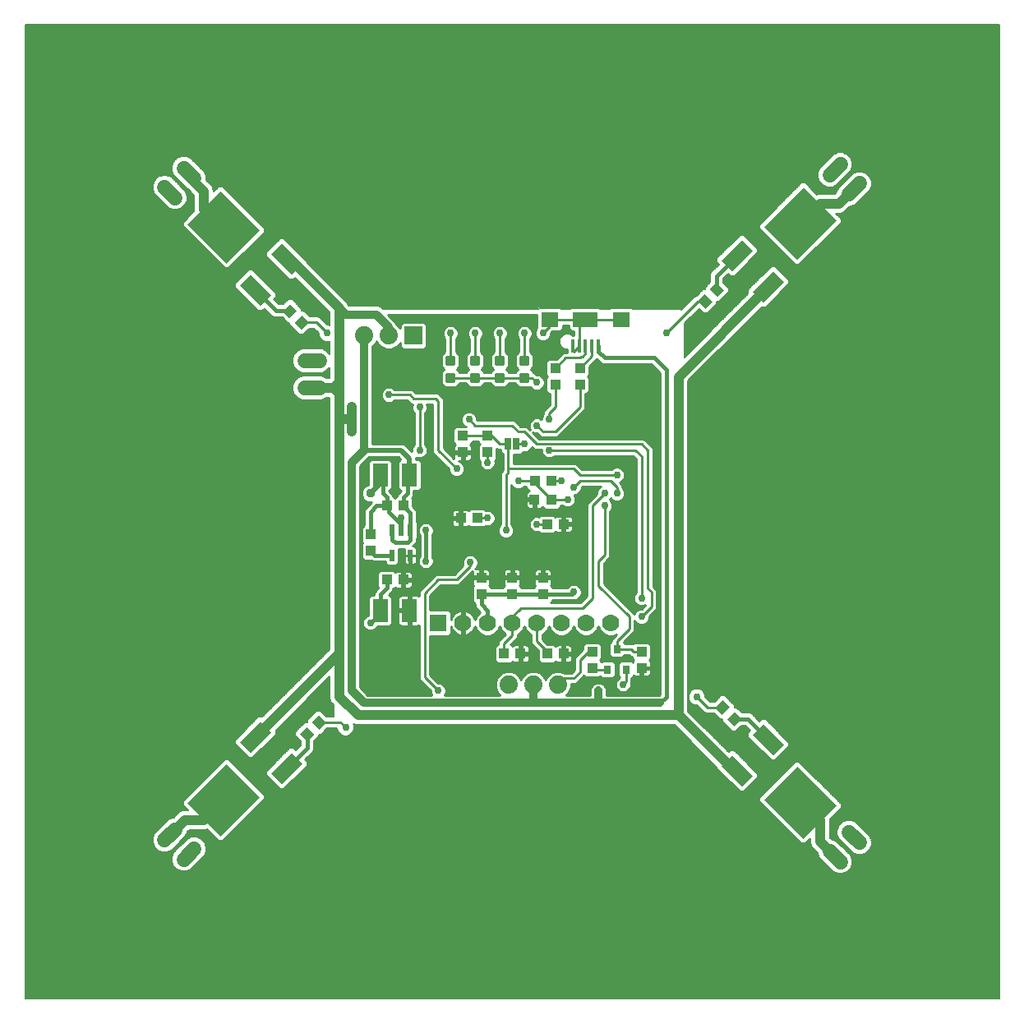
<source format=gtl>
G75*
%MOIN*%
%OFA0B0*%
%FSLAX25Y25*%
%IPPOS*%
%LPD*%
%AMOC8*
5,1,8,0,0,1.08239X$1,22.5*
%
%ADD10R,0.03937X0.04331*%
%ADD11R,0.06299X0.09449*%
%ADD12R,0.04331X0.03937*%
%ADD13C,0.01181*%
%ADD14R,0.01575X0.05709*%
%ADD15R,0.07087X0.05906*%
%ADD16R,0.09843X0.05906*%
%ADD17R,0.07000X0.07000*%
%ADD18C,0.07000*%
%ADD19R,0.02500X0.05000*%
%ADD20R,0.02165X0.04724*%
%ADD21C,0.06000*%
%ADD22R,0.06299X0.11811*%
%ADD23R,0.19000X0.22500*%
%ADD24R,0.03150X0.03543*%
%ADD25R,0.07400X0.07400*%
%ADD26C,0.07400*%
%ADD27C,0.01600*%
%ADD28C,0.02978*%
%ADD29C,0.01000*%
%ADD30C,0.04000*%
%ADD31C,0.02000*%
%ADD32C,0.03765*%
%ADD33C,0.03200*%
%ADD34C,0.00600*%
D10*
G36*
X0408107Y0199373D02*
X0410890Y0202156D01*
X0413951Y0199095D01*
X0411168Y0196312D01*
X0408107Y0199373D01*
G37*
G36*
X0412840Y0204105D02*
X0415623Y0206888D01*
X0418684Y0203827D01*
X0415901Y0201044D01*
X0412840Y0204105D01*
G37*
X0481576Y0256005D03*
X0481576Y0262698D03*
X0494076Y0262698D03*
X0494076Y0256005D03*
X0506576Y0256005D03*
X0506576Y0262698D03*
X0508229Y0231851D03*
X0514922Y0231851D03*
X0497422Y0231851D03*
X0490729Y0231851D03*
X0436576Y0273505D03*
X0436576Y0280198D03*
X0484076Y0313505D03*
X0484076Y0320198D03*
X0503229Y0301851D03*
X0509922Y0301851D03*
X0509902Y0294351D03*
X0503209Y0294351D03*
G36*
X0575311Y0374597D02*
X0572528Y0371814D01*
X0569467Y0374875D01*
X0572250Y0377658D01*
X0575311Y0374597D01*
G37*
G36*
X0580044Y0379330D02*
X0577261Y0376547D01*
X0574200Y0379608D01*
X0576983Y0382391D01*
X0580044Y0379330D01*
G37*
G36*
X0408830Y0369087D02*
X0411613Y0366304D01*
X0408552Y0363243D01*
X0405769Y0366026D01*
X0408830Y0369087D01*
G37*
G36*
X0404097Y0373820D02*
X0406880Y0371037D01*
X0403819Y0367976D01*
X0401036Y0370759D01*
X0404097Y0373820D01*
G37*
G36*
X0579322Y0207115D02*
X0576539Y0209898D01*
X0579600Y0212959D01*
X0582383Y0210176D01*
X0579322Y0207115D01*
G37*
G36*
X0584054Y0202383D02*
X0581271Y0205166D01*
X0584332Y0208227D01*
X0587115Y0205444D01*
X0584054Y0202383D01*
G37*
D11*
X0452481Y0249351D03*
X0440670Y0249351D03*
X0440670Y0304351D03*
X0452481Y0304351D03*
D12*
X0449922Y0291851D03*
X0443229Y0291851D03*
X0443229Y0261851D03*
X0449922Y0261851D03*
X0473229Y0286851D03*
X0479922Y0286851D03*
X0508229Y0284351D03*
X0514922Y0284351D03*
X0474076Y0313505D03*
X0474076Y0320198D03*
X0511576Y0341005D03*
X0511576Y0347698D03*
X0521576Y0347698D03*
X0521576Y0341005D03*
X0526576Y0232698D03*
X0526576Y0226005D03*
X0546576Y0226005D03*
X0546576Y0232698D03*
D13*
X0500454Y0345150D02*
X0497698Y0345150D01*
X0500454Y0345150D02*
X0500454Y0342394D01*
X0497698Y0342394D01*
X0497698Y0345150D01*
X0497698Y0343574D02*
X0500454Y0343574D01*
X0500454Y0344754D02*
X0497698Y0344754D01*
X0497698Y0352056D02*
X0500454Y0352056D01*
X0500454Y0349300D01*
X0497698Y0349300D01*
X0497698Y0352056D01*
X0497698Y0350480D02*
X0500454Y0350480D01*
X0500454Y0351660D02*
X0497698Y0351660D01*
X0490454Y0352056D02*
X0487698Y0352056D01*
X0490454Y0352056D02*
X0490454Y0349300D01*
X0487698Y0349300D01*
X0487698Y0352056D01*
X0487698Y0350480D02*
X0490454Y0350480D01*
X0490454Y0351660D02*
X0487698Y0351660D01*
X0487698Y0345150D02*
X0490454Y0345150D01*
X0490454Y0342394D01*
X0487698Y0342394D01*
X0487698Y0345150D01*
X0487698Y0343574D02*
X0490454Y0343574D01*
X0490454Y0344754D02*
X0487698Y0344754D01*
X0480454Y0345150D02*
X0477698Y0345150D01*
X0480454Y0345150D02*
X0480454Y0342394D01*
X0477698Y0342394D01*
X0477698Y0345150D01*
X0477698Y0343574D02*
X0480454Y0343574D01*
X0480454Y0344754D02*
X0477698Y0344754D01*
X0477698Y0352056D02*
X0480454Y0352056D01*
X0480454Y0349300D01*
X0477698Y0349300D01*
X0477698Y0352056D01*
X0477698Y0350480D02*
X0480454Y0350480D01*
X0480454Y0351660D02*
X0477698Y0351660D01*
X0470454Y0352056D02*
X0467698Y0352056D01*
X0470454Y0352056D02*
X0470454Y0349300D01*
X0467698Y0349300D01*
X0467698Y0352056D01*
X0467698Y0350480D02*
X0470454Y0350480D01*
X0470454Y0351660D02*
X0467698Y0351660D01*
X0467698Y0345150D02*
X0470454Y0345150D01*
X0470454Y0342394D01*
X0467698Y0342394D01*
X0467698Y0345150D01*
X0467698Y0343574D02*
X0470454Y0343574D01*
X0470454Y0344754D02*
X0467698Y0344754D01*
D14*
X0518713Y0356493D03*
X0521272Y0356493D03*
X0523831Y0356493D03*
X0526391Y0356493D03*
X0528950Y0356493D03*
D15*
X0538339Y0367221D03*
X0509324Y0367221D03*
D16*
X0523831Y0367221D03*
D17*
X0464076Y0244351D03*
D18*
X0474076Y0244351D03*
X0484076Y0244351D03*
X0494076Y0244351D03*
X0504076Y0244351D03*
X0514076Y0244351D03*
X0524076Y0244351D03*
X0534076Y0244351D03*
D19*
X0495676Y0316851D03*
X0492476Y0316851D03*
X0429076Y0326851D03*
X0424076Y0326851D03*
D20*
X0445335Y0281970D03*
X0449076Y0281970D03*
X0452816Y0281970D03*
X0452816Y0271733D03*
X0445335Y0271733D03*
D21*
X0415954Y0339658D02*
X0409954Y0339658D01*
X0409954Y0350658D02*
X0415954Y0350658D01*
X0357381Y0416767D02*
X0353139Y0421010D01*
X0360917Y0428788D02*
X0365160Y0424545D01*
X0622992Y0426045D02*
X0627234Y0430288D01*
X0635012Y0422510D02*
X0630770Y0418267D01*
X0630770Y0159435D02*
X0635012Y0155193D01*
X0627234Y0147414D02*
X0622992Y0151657D01*
X0365160Y0152657D02*
X0360917Y0148414D01*
X0353139Y0156193D02*
X0357381Y0160435D01*
D22*
G36*
X0391959Y0204383D02*
X0396413Y0199929D01*
X0388063Y0191579D01*
X0383609Y0196033D01*
X0391959Y0204383D01*
G37*
G36*
X0404653Y0191688D02*
X0409107Y0187234D01*
X0400757Y0178884D01*
X0396303Y0183338D01*
X0404653Y0191688D01*
G37*
G36*
X0579044Y0186234D02*
X0583498Y0190688D01*
X0591848Y0182338D01*
X0587394Y0177884D01*
X0579044Y0186234D01*
G37*
G36*
X0591738Y0198929D02*
X0596192Y0203383D01*
X0604542Y0195033D01*
X0600088Y0190579D01*
X0591738Y0198929D01*
G37*
G36*
X0596192Y0374319D02*
X0591738Y0378773D01*
X0600088Y0387123D01*
X0604542Y0382669D01*
X0596192Y0374319D01*
G37*
G36*
X0583498Y0387014D02*
X0579044Y0391468D01*
X0587394Y0399818D01*
X0591848Y0395364D01*
X0583498Y0387014D01*
G37*
G36*
X0409107Y0389968D02*
X0404653Y0385514D01*
X0396303Y0393864D01*
X0400757Y0398318D01*
X0409107Y0389968D01*
G37*
G36*
X0396413Y0377273D02*
X0391959Y0372819D01*
X0383609Y0381169D01*
X0388063Y0385623D01*
X0396413Y0377273D01*
G37*
D23*
G36*
X0391827Y0403535D02*
X0378392Y0390100D01*
X0362483Y0406009D01*
X0375918Y0419444D01*
X0391827Y0403535D01*
G37*
G36*
X0609759Y0391600D02*
X0596324Y0405035D01*
X0612233Y0420944D01*
X0625668Y0407509D01*
X0609759Y0391600D01*
G37*
G36*
X0378392Y0187102D02*
X0391827Y0173667D01*
X0375918Y0157758D01*
X0362483Y0171193D01*
X0378392Y0187102D01*
G37*
G36*
X0596324Y0172667D02*
X0609759Y0186102D01*
X0625668Y0170193D01*
X0612233Y0156758D01*
X0596324Y0172667D01*
G37*
D24*
X0540316Y0225414D03*
X0532835Y0225414D03*
X0536576Y0233682D03*
D25*
X0454076Y0360851D03*
D26*
X0444076Y0360851D03*
X0434076Y0360851D03*
X0492639Y0219351D03*
X0502639Y0219351D03*
X0512639Y0219351D03*
D27*
X0484076Y0244351D02*
X0484076Y0249351D01*
X0481576Y0251851D01*
X0481576Y0256005D01*
X0494076Y0256005D01*
X0506576Y0256005D01*
X0518229Y0256005D01*
X0519076Y0256851D01*
X0556576Y0214351D02*
X0554076Y0211851D01*
X0556576Y0214351D02*
X0556576Y0346851D01*
X0551576Y0351851D01*
X0531576Y0351851D01*
X0528950Y0354477D01*
X0528950Y0356493D01*
X0577122Y0379469D02*
X0577122Y0385092D01*
X0585446Y0393416D01*
X0452481Y0304351D02*
X0451576Y0303446D01*
X0451576Y0296851D01*
X0449922Y0295198D01*
X0449922Y0291851D01*
X0452816Y0288957D01*
X0452816Y0281970D01*
X0452816Y0278091D01*
X0451576Y0276851D01*
X0446576Y0276851D01*
X0445335Y0278091D01*
X0445335Y0281970D01*
X0449076Y0281970D02*
X0449076Y0286851D01*
X0449076Y0284351D02*
X0444076Y0289351D01*
X0444076Y0291005D01*
X0443229Y0291851D01*
X0439076Y0291851D01*
X0436576Y0289351D01*
X0436576Y0280198D01*
X0443229Y0291851D02*
X0443229Y0295198D01*
X0441576Y0296851D01*
X0441576Y0303446D01*
X0440670Y0304351D01*
X0449076Y0284351D02*
X0449076Y0281970D01*
X0459076Y0281851D02*
X0459076Y0269351D01*
X0452816Y0268091D02*
X0449922Y0265198D01*
X0449922Y0261851D01*
X0449922Y0258505D01*
X0452481Y0255946D01*
X0452481Y0249351D01*
X0440670Y0249351D02*
X0440670Y0255946D01*
X0443229Y0258505D01*
X0443229Y0261851D01*
X0445335Y0271733D02*
X0438348Y0271733D01*
X0436576Y0273505D01*
X0452816Y0271733D02*
X0452816Y0268091D01*
X0440670Y0249351D02*
X0440670Y0248446D01*
X0436576Y0244351D01*
X0411029Y0199234D02*
X0411029Y0193610D01*
X0402705Y0185286D01*
X0424076Y0326851D02*
X0429076Y0326851D01*
X0403958Y0370898D02*
X0398335Y0370898D01*
X0390011Y0379221D01*
X0584193Y0205305D02*
X0589817Y0205305D01*
X0598140Y0196981D01*
D28*
X0569076Y0214351D03*
X0539076Y0219351D03*
X0529076Y0216851D03*
X0546576Y0246851D03*
X0546576Y0254351D03*
X0534076Y0264351D03*
X0519076Y0256851D03*
X0519076Y0279351D03*
X0509076Y0279351D03*
X0504076Y0284351D03*
X0496576Y0288351D03*
X0491576Y0281851D03*
X0496576Y0279351D03*
X0484076Y0279351D03*
X0477076Y0268851D03*
X0459076Y0269351D03*
X0459076Y0281851D03*
X0469076Y0286851D03*
X0484076Y0286851D03*
X0496576Y0301851D03*
X0496576Y0310851D03*
X0499076Y0316851D03*
X0504076Y0324351D03*
X0509076Y0326851D03*
X0509076Y0314351D03*
X0514076Y0301851D03*
X0519076Y0299351D03*
X0516576Y0294351D03*
X0531576Y0291851D03*
X0531576Y0296851D03*
X0536576Y0296851D03*
X0536576Y0304351D03*
X0527576Y0338351D03*
X0504076Y0341851D03*
X0506576Y0361851D03*
X0499076Y0361851D03*
X0489076Y0361851D03*
X0479076Y0361851D03*
X0469076Y0361851D03*
X0456576Y0339351D03*
X0456576Y0331851D03*
X0469076Y0326851D03*
X0476576Y0326851D03*
X0456576Y0314351D03*
X0471576Y0306851D03*
X0484076Y0309351D03*
X0449076Y0286851D03*
X0429076Y0321851D03*
X0429076Y0326851D03*
X0429076Y0331851D03*
X0444076Y0336851D03*
X0419076Y0361851D03*
X0436576Y0244351D03*
X0456576Y0216851D03*
X0464076Y0216851D03*
X0426576Y0201851D03*
X0556576Y0361851D03*
D29*
X0569461Y0374736D01*
X0572389Y0374736D01*
X0550540Y0349351D02*
X0554076Y0345816D01*
X0554076Y0215387D01*
X0553840Y0215151D01*
X0532376Y0215151D01*
X0532376Y0217508D01*
X0531873Y0218720D01*
X0530945Y0219649D01*
X0529732Y0220151D01*
X0528419Y0220151D01*
X0527206Y0219649D01*
X0526278Y0218720D01*
X0525776Y0217508D01*
X0525776Y0215151D01*
X0516075Y0215151D01*
X0517216Y0216292D01*
X0518039Y0218277D01*
X0518039Y0219651D01*
X0519987Y0219651D01*
X0521276Y0220940D01*
X0523189Y0222853D01*
X0523706Y0222336D01*
X0529445Y0222336D01*
X0529804Y0222695D01*
X0530556Y0221943D01*
X0535114Y0221943D01*
X0536110Y0222938D01*
X0536110Y0227890D01*
X0535114Y0228886D01*
X0530556Y0228886D01*
X0530394Y0228724D01*
X0529767Y0229351D01*
X0530441Y0230025D01*
X0530441Y0235370D01*
X0529445Y0236366D01*
X0523706Y0236366D01*
X0522710Y0235370D01*
X0522710Y0233597D01*
X0520664Y0231551D01*
X0519376Y0230262D01*
X0519376Y0225262D01*
X0518164Y0224051D01*
X0515403Y0224051D01*
X0513713Y0224751D01*
X0511564Y0224751D01*
X0509580Y0223929D01*
X0508061Y0222410D01*
X0507639Y0221391D01*
X0507216Y0222410D01*
X0505697Y0223929D01*
X0503713Y0224751D01*
X0501564Y0224751D01*
X0499580Y0223929D01*
X0498061Y0222410D01*
X0497639Y0221391D01*
X0497216Y0222410D01*
X0495697Y0223929D01*
X0493713Y0224751D01*
X0491564Y0224751D01*
X0489580Y0223929D01*
X0488061Y0222410D01*
X0487239Y0220425D01*
X0487239Y0218277D01*
X0488061Y0216292D01*
X0489202Y0215151D01*
X0466823Y0215151D01*
X0467265Y0216217D01*
X0467265Y0217486D01*
X0466779Y0218658D01*
X0465882Y0219555D01*
X0464710Y0220040D01*
X0463998Y0220040D01*
X0460776Y0223262D01*
X0460776Y0239151D01*
X0468280Y0239151D01*
X0469276Y0240147D01*
X0469276Y0242944D01*
X0469442Y0242432D01*
X0469799Y0241731D01*
X0470262Y0241094D01*
X0470818Y0240537D01*
X0471455Y0240075D01*
X0472156Y0239717D01*
X0472905Y0239474D01*
X0473576Y0239368D01*
X0473576Y0243851D01*
X0474576Y0243851D01*
X0474576Y0239368D01*
X0475246Y0239474D01*
X0475995Y0239717D01*
X0476696Y0240075D01*
X0477333Y0240537D01*
X0477889Y0241094D01*
X0478352Y0241731D01*
X0478709Y0242432D01*
X0478944Y0243153D01*
X0479667Y0241406D01*
X0481130Y0239943D01*
X0483041Y0239151D01*
X0485110Y0239151D01*
X0487021Y0239943D01*
X0488484Y0241406D01*
X0489076Y0242834D01*
X0489667Y0241406D01*
X0491130Y0239943D01*
X0491431Y0239818D01*
X0488529Y0236916D01*
X0488529Y0235717D01*
X0488056Y0235717D01*
X0487061Y0234721D01*
X0487061Y0228982D01*
X0488056Y0227986D01*
X0493402Y0227986D01*
X0494227Y0228811D01*
X0494253Y0228765D01*
X0494533Y0228486D01*
X0494875Y0228288D01*
X0495256Y0228186D01*
X0496938Y0228186D01*
X0496938Y0231367D01*
X0497906Y0231367D01*
X0497906Y0228186D01*
X0499588Y0228186D01*
X0499970Y0228288D01*
X0500312Y0228486D01*
X0500591Y0228765D01*
X0500788Y0229107D01*
X0500891Y0229488D01*
X0500891Y0231367D01*
X0497906Y0231367D01*
X0497906Y0232335D01*
X0500891Y0232335D01*
X0500891Y0234214D01*
X0500788Y0234596D01*
X0500591Y0234938D01*
X0500312Y0235217D01*
X0499970Y0235414D01*
X0499588Y0235517D01*
X0497906Y0235517D01*
X0497906Y0232336D01*
X0496938Y0232336D01*
X0496938Y0235517D01*
X0495256Y0235517D01*
X0494875Y0235414D01*
X0494533Y0235217D01*
X0494253Y0234938D01*
X0494227Y0234892D01*
X0493477Y0235641D01*
X0494987Y0237151D01*
X0496276Y0238440D01*
X0496276Y0239634D01*
X0497021Y0239943D01*
X0498484Y0241406D01*
X0499076Y0242834D01*
X0499667Y0241406D01*
X0501130Y0239943D01*
X0501876Y0239634D01*
X0501876Y0235940D01*
X0503164Y0234651D01*
X0504561Y0233255D01*
X0504561Y0228982D01*
X0505556Y0227986D01*
X0510902Y0227986D01*
X0511727Y0228811D01*
X0511753Y0228765D01*
X0512033Y0228486D01*
X0512375Y0228288D01*
X0512756Y0228186D01*
X0514438Y0228186D01*
X0514438Y0231367D01*
X0515406Y0231367D01*
X0515406Y0228186D01*
X0517088Y0228186D01*
X0517470Y0228288D01*
X0517812Y0228486D01*
X0518091Y0228765D01*
X0518288Y0229107D01*
X0518391Y0229488D01*
X0518391Y0231367D01*
X0515406Y0231367D01*
X0515406Y0232335D01*
X0518391Y0232335D01*
X0518391Y0234214D01*
X0518288Y0234596D01*
X0518091Y0234938D01*
X0517812Y0235217D01*
X0517470Y0235414D01*
X0517088Y0235517D01*
X0515406Y0235517D01*
X0515406Y0232336D01*
X0514438Y0232336D01*
X0514438Y0235517D01*
X0512756Y0235517D01*
X0512375Y0235414D01*
X0512033Y0235217D01*
X0511753Y0234938D01*
X0511727Y0234892D01*
X0510902Y0235717D01*
X0508322Y0235717D01*
X0506276Y0237762D01*
X0506276Y0239634D01*
X0507021Y0239943D01*
X0508484Y0241406D01*
X0509076Y0242834D01*
X0509667Y0241406D01*
X0511130Y0239943D01*
X0513041Y0239151D01*
X0515110Y0239151D01*
X0517021Y0239943D01*
X0518484Y0241406D01*
X0519076Y0242834D01*
X0519667Y0241406D01*
X0521130Y0239943D01*
X0523041Y0239151D01*
X0525110Y0239151D01*
X0527021Y0239943D01*
X0528484Y0241406D01*
X0529076Y0242834D01*
X0529667Y0241406D01*
X0531130Y0239943D01*
X0533041Y0239151D01*
X0535110Y0239151D01*
X0536227Y0239614D01*
X0534376Y0237762D01*
X0534376Y0237154D01*
X0534297Y0237154D01*
X0533301Y0236158D01*
X0533301Y0231206D01*
X0534297Y0230210D01*
X0538855Y0230210D01*
X0539850Y0231206D01*
X0539850Y0231482D01*
X0541334Y0231482D01*
X0542318Y0230498D01*
X0542710Y0230498D01*
X0542710Y0230025D01*
X0543535Y0229200D01*
X0543489Y0229174D01*
X0543210Y0228894D01*
X0543012Y0228552D01*
X0542995Y0228486D01*
X0542595Y0228886D01*
X0538037Y0228886D01*
X0537041Y0227890D01*
X0537041Y0222938D01*
X0537733Y0222247D01*
X0537269Y0222055D01*
X0536372Y0221158D01*
X0535887Y0219986D01*
X0535887Y0218717D01*
X0536372Y0217545D01*
X0537269Y0216648D01*
X0538441Y0216162D01*
X0539710Y0216162D01*
X0540882Y0216648D01*
X0541779Y0217545D01*
X0542265Y0218717D01*
X0542265Y0219429D01*
X0542516Y0219680D01*
X0542516Y0221943D01*
X0542595Y0221943D01*
X0543489Y0222836D01*
X0543831Y0222638D01*
X0544213Y0222536D01*
X0546091Y0222536D01*
X0546091Y0225520D01*
X0547060Y0225520D01*
X0547060Y0222536D01*
X0548938Y0222536D01*
X0549320Y0222638D01*
X0549662Y0222836D01*
X0549941Y0223115D01*
X0550139Y0223457D01*
X0550241Y0223839D01*
X0550241Y0225520D01*
X0547060Y0225520D01*
X0547060Y0226489D01*
X0550241Y0226489D01*
X0550241Y0228171D01*
X0550139Y0228552D01*
X0549941Y0228894D01*
X0549662Y0229174D01*
X0549616Y0229200D01*
X0550441Y0230025D01*
X0550441Y0235370D01*
X0549445Y0236366D01*
X0543706Y0236366D01*
X0543189Y0235849D01*
X0543156Y0235882D01*
X0539850Y0235882D01*
X0539850Y0236158D01*
X0539422Y0236586D01*
X0543776Y0240940D01*
X0543776Y0245278D01*
X0543872Y0245045D01*
X0544769Y0244148D01*
X0545941Y0243662D01*
X0547210Y0243662D01*
X0548382Y0244148D01*
X0549279Y0245045D01*
X0549765Y0246217D01*
X0549765Y0246929D01*
X0552776Y0249940D01*
X0552776Y0257762D01*
X0551487Y0259051D01*
X0551276Y0259262D01*
X0551276Y0315262D01*
X0549987Y0316551D01*
X0547487Y0319051D01*
X0504987Y0319051D01*
X0502476Y0321562D01*
X0503441Y0321162D01*
X0504153Y0321162D01*
X0505664Y0319651D01*
X0512487Y0319651D01*
X0523776Y0330940D01*
X0523776Y0337336D01*
X0524445Y0337336D01*
X0525441Y0338332D01*
X0525441Y0343677D01*
X0524767Y0344351D01*
X0525441Y0345025D01*
X0525441Y0348452D01*
X0528440Y0351451D01*
X0529456Y0350435D01*
X0530159Y0349732D01*
X0531078Y0349351D01*
X0550540Y0349351D01*
X0551423Y0348469D02*
X0525458Y0348469D01*
X0525441Y0347470D02*
X0552421Y0347470D01*
X0553420Y0346472D02*
X0525441Y0346472D01*
X0525441Y0345473D02*
X0554076Y0345473D01*
X0554076Y0344475D02*
X0524891Y0344475D01*
X0525441Y0343476D02*
X0554076Y0343476D01*
X0554076Y0342478D02*
X0525441Y0342478D01*
X0525441Y0341479D02*
X0554076Y0341479D01*
X0554076Y0340480D02*
X0525441Y0340480D01*
X0525441Y0339482D02*
X0554076Y0339482D01*
X0554076Y0338483D02*
X0525441Y0338483D01*
X0524594Y0337485D02*
X0554076Y0337485D01*
X0554076Y0336486D02*
X0523776Y0336486D01*
X0523776Y0335488D02*
X0554076Y0335488D01*
X0554076Y0334489D02*
X0523776Y0334489D01*
X0523776Y0333491D02*
X0554076Y0333491D01*
X0554076Y0332492D02*
X0523776Y0332492D01*
X0523776Y0331494D02*
X0554076Y0331494D01*
X0554076Y0330495D02*
X0523331Y0330495D01*
X0522333Y0329497D02*
X0554076Y0329497D01*
X0554076Y0328498D02*
X0521334Y0328498D01*
X0520336Y0327500D02*
X0554076Y0327500D01*
X0554076Y0326501D02*
X0519337Y0326501D01*
X0518339Y0325503D02*
X0554076Y0325503D01*
X0554076Y0324504D02*
X0517340Y0324504D01*
X0516341Y0323506D02*
X0554076Y0323506D01*
X0554076Y0322507D02*
X0515343Y0322507D01*
X0514344Y0321509D02*
X0554076Y0321509D01*
X0554076Y0320510D02*
X0513346Y0320510D01*
X0511576Y0321851D02*
X0521576Y0331851D01*
X0521576Y0341005D01*
X0521576Y0347698D02*
X0526391Y0352513D01*
X0526391Y0356493D01*
X0523831Y0356493D02*
X0523831Y0353562D01*
X0522601Y0352331D01*
X0522056Y0352331D01*
X0521576Y0351851D01*
X0515729Y0351851D01*
X0511576Y0347698D01*
X0512133Y0351366D02*
X0508706Y0351366D01*
X0507710Y0350370D01*
X0507710Y0345025D01*
X0508384Y0344351D01*
X0507710Y0343677D01*
X0507710Y0338332D01*
X0508706Y0337336D01*
X0509376Y0337336D01*
X0509376Y0332762D01*
X0506876Y0330262D01*
X0506876Y0329161D01*
X0506372Y0328658D01*
X0505887Y0327486D01*
X0505887Y0327050D01*
X0505882Y0327055D01*
X0504710Y0327540D01*
X0503441Y0327540D01*
X0502269Y0327055D01*
X0501372Y0326158D01*
X0500887Y0324986D01*
X0500887Y0323717D01*
X0501286Y0322752D01*
X0499987Y0324051D01*
X0498164Y0324051D01*
X0497487Y0324051D01*
X0496276Y0325262D01*
X0494987Y0326551D01*
X0479987Y0326551D01*
X0479765Y0326773D01*
X0479765Y0327486D01*
X0479279Y0328658D01*
X0478382Y0329555D01*
X0477210Y0330040D01*
X0475941Y0330040D01*
X0474769Y0329555D01*
X0473872Y0328658D01*
X0473387Y0327486D01*
X0473387Y0326217D01*
X0473872Y0325045D01*
X0474769Y0324148D01*
X0475449Y0323866D01*
X0471206Y0323866D01*
X0470210Y0322870D01*
X0470210Y0317525D01*
X0471035Y0316700D01*
X0470989Y0316674D01*
X0470710Y0316394D01*
X0470512Y0316052D01*
X0470410Y0315671D01*
X0470410Y0313989D01*
X0473591Y0313989D01*
X0473591Y0313020D01*
X0474560Y0313020D01*
X0474560Y0310036D01*
X0476438Y0310036D01*
X0476820Y0310138D01*
X0477162Y0310336D01*
X0477441Y0310615D01*
X0477639Y0310957D01*
X0477741Y0311339D01*
X0477741Y0313020D01*
X0474560Y0313020D01*
X0474560Y0313989D01*
X0477741Y0313989D01*
X0477741Y0315671D01*
X0477639Y0316052D01*
X0477441Y0316394D01*
X0477162Y0316674D01*
X0477116Y0316700D01*
X0477941Y0317525D01*
X0477941Y0317998D01*
X0480407Y0317998D01*
X0480407Y0317328D01*
X0480884Y0316851D01*
X0480407Y0316374D01*
X0480407Y0310635D01*
X0480936Y0310106D01*
X0480887Y0309986D01*
X0480887Y0308717D01*
X0481372Y0307545D01*
X0482269Y0306648D01*
X0483441Y0306162D01*
X0484710Y0306162D01*
X0485882Y0306648D01*
X0486779Y0307545D01*
X0487265Y0308717D01*
X0487265Y0309986D01*
X0487215Y0310106D01*
X0487744Y0310635D01*
X0487744Y0315071D01*
X0488164Y0314651D01*
X0489526Y0314651D01*
X0489526Y0313647D01*
X0490276Y0312897D01*
X0490276Y0306162D01*
X0489376Y0305262D01*
X0489376Y0284161D01*
X0488872Y0283658D01*
X0488387Y0282486D01*
X0488387Y0281217D01*
X0488872Y0280045D01*
X0489769Y0279148D01*
X0490941Y0278662D01*
X0492210Y0278662D01*
X0493382Y0279148D01*
X0494279Y0280045D01*
X0494765Y0281217D01*
X0494765Y0282486D01*
X0494279Y0283658D01*
X0493776Y0284161D01*
X0493776Y0300278D01*
X0493872Y0300045D01*
X0494769Y0299148D01*
X0495941Y0298662D01*
X0497210Y0298662D01*
X0498382Y0299148D01*
X0498885Y0299651D01*
X0499561Y0299651D01*
X0499561Y0298982D01*
X0500556Y0297986D01*
X0500929Y0297986D01*
X0500662Y0297914D01*
X0500320Y0297717D01*
X0500041Y0297438D01*
X0499843Y0297096D01*
X0499741Y0296714D01*
X0499741Y0294835D01*
X0502725Y0294835D01*
X0502725Y0293867D01*
X0499741Y0293867D01*
X0499741Y0291988D01*
X0499843Y0291607D01*
X0500041Y0291265D01*
X0500320Y0290986D01*
X0500662Y0290788D01*
X0501043Y0290686D01*
X0502725Y0290686D01*
X0502725Y0293867D01*
X0503694Y0293867D01*
X0503694Y0290686D01*
X0505375Y0290686D01*
X0505757Y0290788D01*
X0506099Y0290986D01*
X0506378Y0291265D01*
X0506405Y0291311D01*
X0507230Y0290486D01*
X0512575Y0290486D01*
X0513571Y0291482D01*
X0513571Y0292151D01*
X0514266Y0292151D01*
X0514769Y0291648D01*
X0515941Y0291162D01*
X0517210Y0291162D01*
X0518382Y0291648D01*
X0519279Y0292545D01*
X0519765Y0293717D01*
X0519765Y0294986D01*
X0519279Y0296158D01*
X0519274Y0296162D01*
X0519710Y0296162D01*
X0520882Y0296648D01*
X0521779Y0297545D01*
X0522265Y0298717D01*
X0522265Y0299429D01*
X0522487Y0299651D01*
X0530002Y0299651D01*
X0529769Y0299555D01*
X0528872Y0298658D01*
X0528387Y0297486D01*
X0528387Y0296773D01*
X0524376Y0292762D01*
X0524376Y0255262D01*
X0521664Y0252551D01*
X0509660Y0252551D01*
X0510244Y0253135D01*
X0510244Y0253505D01*
X0518726Y0253505D01*
X0519107Y0253662D01*
X0519710Y0253662D01*
X0520882Y0254148D01*
X0521779Y0255045D01*
X0522265Y0256217D01*
X0522265Y0257486D01*
X0521779Y0258658D01*
X0520882Y0259555D01*
X0519710Y0260040D01*
X0518441Y0260040D01*
X0517269Y0259555D01*
X0516372Y0258658D01*
X0516309Y0258505D01*
X0510244Y0258505D01*
X0510244Y0258874D01*
X0509626Y0259493D01*
X0509744Y0259611D01*
X0509942Y0259953D01*
X0510044Y0260335D01*
X0510044Y0262213D01*
X0507060Y0262213D01*
X0507060Y0263182D01*
X0510044Y0263182D01*
X0510044Y0265060D01*
X0509942Y0265442D01*
X0509744Y0265784D01*
X0509465Y0266063D01*
X0509123Y0266261D01*
X0508742Y0266363D01*
X0507060Y0266363D01*
X0507060Y0263182D01*
X0506091Y0263182D01*
X0506091Y0262213D01*
X0503107Y0262213D01*
X0503107Y0260335D01*
X0503209Y0259953D01*
X0503407Y0259611D01*
X0503525Y0259493D01*
X0502907Y0258874D01*
X0502907Y0258505D01*
X0497744Y0258505D01*
X0497744Y0258874D01*
X0497126Y0259493D01*
X0497244Y0259611D01*
X0497442Y0259953D01*
X0497544Y0260335D01*
X0497544Y0262213D01*
X0494560Y0262213D01*
X0494560Y0263182D01*
X0497544Y0263182D01*
X0497544Y0265060D01*
X0497442Y0265442D01*
X0497244Y0265784D01*
X0496965Y0266063D01*
X0496623Y0266261D01*
X0496242Y0266363D01*
X0494560Y0266363D01*
X0494560Y0263182D01*
X0493591Y0263182D01*
X0493591Y0262213D01*
X0490607Y0262213D01*
X0490607Y0260335D01*
X0490709Y0259953D01*
X0490907Y0259611D01*
X0491025Y0259493D01*
X0490407Y0258874D01*
X0490407Y0258505D01*
X0485244Y0258505D01*
X0485244Y0258874D01*
X0484626Y0259493D01*
X0484744Y0259611D01*
X0484942Y0259953D01*
X0485044Y0260335D01*
X0485044Y0262213D01*
X0482060Y0262213D01*
X0482060Y0263182D01*
X0485044Y0263182D01*
X0485044Y0265060D01*
X0484942Y0265442D01*
X0484744Y0265784D01*
X0484465Y0266063D01*
X0484123Y0266261D01*
X0483742Y0266363D01*
X0482060Y0266363D01*
X0482060Y0263182D01*
X0481091Y0263182D01*
X0481091Y0262213D01*
X0478107Y0262213D01*
X0478107Y0260335D01*
X0478209Y0259953D01*
X0478407Y0259611D01*
X0478525Y0259493D01*
X0477907Y0258874D01*
X0477907Y0253135D01*
X0478903Y0252139D01*
X0479076Y0252139D01*
X0479076Y0251354D01*
X0479456Y0250435D01*
X0481131Y0248760D01*
X0481130Y0248760D01*
X0479667Y0247297D01*
X0478944Y0245550D01*
X0478709Y0246271D01*
X0478352Y0246972D01*
X0477889Y0247608D01*
X0477333Y0248165D01*
X0476696Y0248628D01*
X0475995Y0248985D01*
X0475246Y0249228D01*
X0474576Y0249334D01*
X0474576Y0244851D01*
X0473576Y0244851D01*
X0473576Y0249334D01*
X0472905Y0249228D01*
X0472156Y0248985D01*
X0471455Y0248628D01*
X0470818Y0248165D01*
X0470262Y0247608D01*
X0469799Y0246972D01*
X0469442Y0246271D01*
X0469276Y0245759D01*
X0469276Y0248555D01*
X0468280Y0249551D01*
X0460776Y0249551D01*
X0460776Y0255440D01*
X0464987Y0259651D01*
X0472487Y0259651D01*
X0473776Y0260940D01*
X0478184Y0265349D01*
X0478107Y0265060D01*
X0478107Y0263182D01*
X0481091Y0263182D01*
X0481091Y0266363D01*
X0479410Y0266363D01*
X0479121Y0266286D01*
X0479276Y0266440D01*
X0479276Y0266541D01*
X0479779Y0267045D01*
X0480265Y0268217D01*
X0480265Y0269486D01*
X0479779Y0270658D01*
X0478882Y0271555D01*
X0477710Y0272040D01*
X0476441Y0272040D01*
X0475269Y0271555D01*
X0474372Y0270658D01*
X0473887Y0269486D01*
X0473887Y0268217D01*
X0474163Y0267550D01*
X0470664Y0264051D01*
X0463164Y0264051D01*
X0456376Y0257262D01*
X0456376Y0255378D01*
X0456210Y0255473D01*
X0455828Y0255576D01*
X0452981Y0255576D01*
X0452981Y0249851D01*
X0451981Y0249851D01*
X0451981Y0248851D01*
X0452981Y0248851D01*
X0452981Y0243127D01*
X0455828Y0243127D01*
X0456210Y0243229D01*
X0456376Y0243325D01*
X0456376Y0221440D01*
X0460887Y0216929D01*
X0460887Y0216217D01*
X0461328Y0215151D01*
X0435442Y0215151D01*
X0432376Y0218218D01*
X0432376Y0307984D01*
X0436042Y0311651D01*
X0447957Y0311651D01*
X0448833Y0310776D01*
X0448627Y0310776D01*
X0447631Y0309780D01*
X0447631Y0298923D01*
X0448627Y0297927D01*
X0449076Y0297927D01*
X0449076Y0297887D01*
X0447803Y0296614D01*
X0447422Y0295695D01*
X0447422Y0295520D01*
X0447053Y0295520D01*
X0446576Y0295043D01*
X0446099Y0295520D01*
X0445729Y0295520D01*
X0445729Y0295695D01*
X0445349Y0296614D01*
X0444076Y0297887D01*
X0444076Y0297927D01*
X0444524Y0297927D01*
X0445520Y0298923D01*
X0445520Y0309780D01*
X0444524Y0310776D01*
X0436816Y0310776D01*
X0435820Y0309780D01*
X0435820Y0300416D01*
X0434546Y0299888D01*
X0433538Y0298881D01*
X0432993Y0297564D01*
X0432993Y0296139D01*
X0433538Y0294822D01*
X0434546Y0293814D01*
X0435863Y0293269D01*
X0436957Y0293269D01*
X0436956Y0293267D01*
X0434456Y0290767D01*
X0434076Y0289848D01*
X0434076Y0284063D01*
X0433903Y0284063D01*
X0432907Y0283067D01*
X0432907Y0277328D01*
X0433384Y0276851D01*
X0432907Y0276374D01*
X0432907Y0270635D01*
X0433903Y0269639D01*
X0436905Y0269639D01*
X0436931Y0269613D01*
X0437850Y0269233D01*
X0442553Y0269233D01*
X0442553Y0268666D01*
X0443549Y0267670D01*
X0447122Y0267670D01*
X0448118Y0268666D01*
X0448118Y0274351D01*
X0450249Y0274351D01*
X0450233Y0274292D01*
X0450233Y0271774D01*
X0452774Y0271774D01*
X0452774Y0271691D01*
X0450233Y0271691D01*
X0450233Y0269173D01*
X0450335Y0268791D01*
X0450533Y0268449D01*
X0450812Y0268170D01*
X0451154Y0267973D01*
X0451536Y0267870D01*
X0452774Y0267870D01*
X0452774Y0271691D01*
X0452857Y0271691D01*
X0452857Y0267870D01*
X0454096Y0267870D01*
X0454477Y0267973D01*
X0454819Y0268170D01*
X0455099Y0268449D01*
X0455296Y0268791D01*
X0455398Y0269173D01*
X0455398Y0271691D01*
X0452857Y0271691D01*
X0452857Y0271774D01*
X0455398Y0271774D01*
X0455398Y0274292D01*
X0455296Y0274674D01*
X0455099Y0275016D01*
X0454819Y0275295D01*
X0454477Y0275493D01*
X0454096Y0275595D01*
X0453855Y0275595D01*
X0454935Y0276675D01*
X0455316Y0277594D01*
X0455316Y0278621D01*
X0455598Y0278903D01*
X0455598Y0285036D01*
X0455316Y0285319D01*
X0455316Y0289455D01*
X0454935Y0290374D01*
X0453787Y0291521D01*
X0453787Y0294524D01*
X0453286Y0295026D01*
X0453695Y0295435D01*
X0454076Y0296354D01*
X0454076Y0297927D01*
X0456335Y0297927D01*
X0457331Y0298923D01*
X0457331Y0309780D01*
X0456335Y0310776D01*
X0455181Y0310776D01*
X0455181Y0311477D01*
X0455941Y0311162D01*
X0457210Y0311162D01*
X0458382Y0311648D01*
X0459279Y0312545D01*
X0459765Y0313717D01*
X0459765Y0314986D01*
X0459279Y0316158D01*
X0458776Y0316661D01*
X0458776Y0329541D01*
X0459279Y0330045D01*
X0459765Y0331217D01*
X0459765Y0332486D01*
X0459489Y0333151D01*
X0461876Y0333151D01*
X0461876Y0313440D01*
X0463164Y0312151D01*
X0463164Y0312151D01*
X0468387Y0306929D01*
X0468387Y0306217D01*
X0468872Y0305045D01*
X0469769Y0304148D01*
X0470941Y0303662D01*
X0472210Y0303662D01*
X0473382Y0304148D01*
X0474279Y0305045D01*
X0474765Y0306217D01*
X0474765Y0307486D01*
X0474279Y0308658D01*
X0473382Y0309555D01*
X0472219Y0310036D01*
X0473591Y0310036D01*
X0473591Y0313020D01*
X0470410Y0313020D01*
X0470410Y0311339D01*
X0470487Y0311051D01*
X0466276Y0315262D01*
X0466276Y0335262D01*
X0464987Y0336551D01*
X0463987Y0337551D01*
X0454987Y0337551D01*
X0453487Y0339051D01*
X0446385Y0339051D01*
X0445882Y0339555D01*
X0444710Y0340040D01*
X0443441Y0340040D01*
X0442269Y0339555D01*
X0441372Y0338658D01*
X0440887Y0337486D01*
X0440887Y0336217D01*
X0441372Y0335045D01*
X0442269Y0334148D01*
X0443441Y0333662D01*
X0444710Y0333662D01*
X0445882Y0334148D01*
X0446385Y0334651D01*
X0451664Y0334651D01*
X0451876Y0334440D01*
X0453164Y0333151D01*
X0453662Y0333151D01*
X0453387Y0332486D01*
X0453387Y0331217D01*
X0453872Y0330045D01*
X0454376Y0329541D01*
X0454376Y0316661D01*
X0453872Y0316158D01*
X0453387Y0314986D01*
X0453387Y0313859D01*
X0451365Y0315881D01*
X0450605Y0316640D01*
X0449613Y0317051D01*
X0437376Y0317051D01*
X0437376Y0356514D01*
X0438653Y0357792D01*
X0439076Y0358811D01*
X0439498Y0357792D01*
X0441017Y0356273D01*
X0443001Y0355451D01*
X0445150Y0355451D01*
X0447134Y0356273D01*
X0448653Y0357792D01*
X0448676Y0357846D01*
X0448676Y0356447D01*
X0449671Y0355451D01*
X0458480Y0355451D01*
X0459476Y0356447D01*
X0459476Y0365255D01*
X0458480Y0366251D01*
X0449671Y0366251D01*
X0448676Y0365255D01*
X0448676Y0363857D01*
X0448653Y0363910D01*
X0447248Y0365315D01*
X0446873Y0366220D01*
X0443742Y0369351D01*
X0504080Y0369351D01*
X0504080Y0363866D01*
X0503872Y0363658D01*
X0503387Y0362486D01*
X0503387Y0361217D01*
X0503872Y0360045D01*
X0504769Y0359148D01*
X0505941Y0358662D01*
X0507210Y0358662D01*
X0508382Y0359148D01*
X0509279Y0360045D01*
X0509765Y0361217D01*
X0509765Y0361929D01*
X0510404Y0362569D01*
X0513571Y0362569D01*
X0514567Y0363564D01*
X0514567Y0365021D01*
X0517210Y0365021D01*
X0517210Y0363564D01*
X0518206Y0362569D01*
X0519072Y0362569D01*
X0519072Y0361047D01*
X0518634Y0361047D01*
X0518262Y0361420D01*
X0517022Y0361933D01*
X0515680Y0361933D01*
X0514440Y0361420D01*
X0513491Y0360471D01*
X0512978Y0359231D01*
X0512978Y0357889D01*
X0513491Y0356649D01*
X0514440Y0355700D01*
X0515680Y0355187D01*
X0516226Y0355187D01*
X0516226Y0354051D01*
X0514818Y0354051D01*
X0512133Y0351366D01*
X0512231Y0351464D02*
X0502744Y0351464D01*
X0502744Y0350466D02*
X0507806Y0350466D01*
X0507710Y0349467D02*
X0502744Y0349467D01*
X0502744Y0348469D02*
X0507710Y0348469D01*
X0507710Y0347470D02*
X0501863Y0347470D01*
X0501618Y0347225D02*
X0502744Y0348351D01*
X0502744Y0353005D01*
X0501402Y0354346D01*
X0501276Y0354346D01*
X0501276Y0359541D01*
X0501779Y0360045D01*
X0502265Y0361217D01*
X0502265Y0362486D01*
X0501779Y0363658D01*
X0500882Y0364555D01*
X0499710Y0365040D01*
X0498441Y0365040D01*
X0497269Y0364555D01*
X0496372Y0363658D01*
X0495887Y0362486D01*
X0495887Y0361217D01*
X0496372Y0360045D01*
X0496876Y0359541D01*
X0496876Y0354346D01*
X0496749Y0354346D01*
X0495407Y0353005D01*
X0495407Y0348351D01*
X0496533Y0347225D01*
X0495407Y0346099D01*
X0495407Y0345972D01*
X0492744Y0345972D01*
X0492744Y0346099D01*
X0491618Y0347225D01*
X0492744Y0348351D01*
X0492744Y0353005D01*
X0491402Y0354346D01*
X0491276Y0354346D01*
X0491276Y0359541D01*
X0491779Y0360045D01*
X0492265Y0361217D01*
X0492265Y0362486D01*
X0491779Y0363658D01*
X0490882Y0364555D01*
X0489710Y0365040D01*
X0488441Y0365040D01*
X0487269Y0364555D01*
X0486372Y0363658D01*
X0485887Y0362486D01*
X0485887Y0361217D01*
X0486372Y0360045D01*
X0486876Y0359541D01*
X0486876Y0354346D01*
X0486749Y0354346D01*
X0485407Y0353005D01*
X0485407Y0348351D01*
X0486533Y0347225D01*
X0485407Y0346099D01*
X0485407Y0345972D01*
X0482744Y0345972D01*
X0482744Y0346099D01*
X0481618Y0347225D01*
X0482744Y0348351D01*
X0482744Y0353005D01*
X0481402Y0354346D01*
X0481276Y0354346D01*
X0481276Y0359541D01*
X0481779Y0360045D01*
X0482265Y0361217D01*
X0482265Y0362486D01*
X0481779Y0363658D01*
X0480882Y0364555D01*
X0479710Y0365040D01*
X0478441Y0365040D01*
X0477269Y0364555D01*
X0476372Y0363658D01*
X0475887Y0362486D01*
X0475887Y0361217D01*
X0476372Y0360045D01*
X0476876Y0359541D01*
X0476876Y0354346D01*
X0476749Y0354346D01*
X0475407Y0353005D01*
X0475407Y0348351D01*
X0476533Y0347225D01*
X0475407Y0346099D01*
X0475407Y0345972D01*
X0472744Y0345972D01*
X0472744Y0346099D01*
X0471618Y0347225D01*
X0472744Y0348351D01*
X0472744Y0353005D01*
X0471402Y0354346D01*
X0471276Y0354346D01*
X0471276Y0359541D01*
X0471779Y0360045D01*
X0472265Y0361217D01*
X0472265Y0362486D01*
X0471779Y0363658D01*
X0470882Y0364555D01*
X0469710Y0365040D01*
X0468441Y0365040D01*
X0467269Y0364555D01*
X0466372Y0363658D01*
X0465887Y0362486D01*
X0465887Y0361217D01*
X0466372Y0360045D01*
X0466876Y0359541D01*
X0466876Y0354346D01*
X0466749Y0354346D01*
X0465407Y0353005D01*
X0465407Y0348351D01*
X0466533Y0347225D01*
X0465407Y0346099D01*
X0465407Y0341446D01*
X0466749Y0340104D01*
X0471402Y0340104D01*
X0472744Y0341446D01*
X0472744Y0341572D01*
X0475407Y0341572D01*
X0475407Y0341446D01*
X0476749Y0340104D01*
X0481402Y0340104D01*
X0482744Y0341446D01*
X0482744Y0341572D01*
X0485407Y0341572D01*
X0485407Y0341446D01*
X0486749Y0340104D01*
X0491402Y0340104D01*
X0492744Y0341446D01*
X0492744Y0341572D01*
X0495407Y0341572D01*
X0495407Y0341446D01*
X0496749Y0340104D01*
X0501348Y0340104D01*
X0501372Y0340045D01*
X0502269Y0339148D01*
X0503441Y0338662D01*
X0504710Y0338662D01*
X0505882Y0339148D01*
X0506779Y0340045D01*
X0507265Y0341217D01*
X0507265Y0342486D01*
X0506779Y0343658D01*
X0505882Y0344555D01*
X0504710Y0345040D01*
X0503998Y0345040D01*
X0503066Y0345972D01*
X0502744Y0345972D01*
X0502744Y0346099D01*
X0501618Y0347225D01*
X0502372Y0346472D02*
X0507710Y0346472D01*
X0507710Y0345473D02*
X0503565Y0345473D01*
X0502154Y0343772D02*
X0504076Y0341851D01*
X0502154Y0343772D02*
X0499076Y0343772D01*
X0489076Y0343772D01*
X0479076Y0343772D01*
X0469076Y0343772D01*
X0465407Y0343476D02*
X0437376Y0343476D01*
X0437376Y0342478D02*
X0465407Y0342478D01*
X0465407Y0341479D02*
X0437376Y0341479D01*
X0437376Y0340480D02*
X0466372Y0340480D01*
X0464053Y0337485D02*
X0508557Y0337485D01*
X0509376Y0336486D02*
X0465052Y0336486D01*
X0466050Y0335488D02*
X0509376Y0335488D01*
X0509376Y0334489D02*
X0466276Y0334489D01*
X0466276Y0333491D02*
X0509376Y0333491D01*
X0509106Y0332492D02*
X0466276Y0332492D01*
X0466276Y0331494D02*
X0508107Y0331494D01*
X0507109Y0330495D02*
X0466276Y0330495D01*
X0466276Y0329497D02*
X0474711Y0329497D01*
X0473806Y0328498D02*
X0466276Y0328498D01*
X0466276Y0327500D02*
X0473393Y0327500D01*
X0473387Y0326501D02*
X0466276Y0326501D01*
X0466276Y0325503D02*
X0473682Y0325503D01*
X0474413Y0324504D02*
X0466276Y0324504D01*
X0466276Y0323506D02*
X0470846Y0323506D01*
X0470210Y0322507D02*
X0466276Y0322507D01*
X0466276Y0321509D02*
X0470210Y0321509D01*
X0470210Y0320510D02*
X0466276Y0320510D01*
X0466276Y0319512D02*
X0470210Y0319512D01*
X0470210Y0318513D02*
X0466276Y0318513D01*
X0466276Y0317515D02*
X0470220Y0317515D01*
X0470832Y0316516D02*
X0466276Y0316516D01*
X0466276Y0315518D02*
X0470410Y0315518D01*
X0470410Y0314519D02*
X0467019Y0314519D01*
X0468017Y0313521D02*
X0473591Y0313521D01*
X0474560Y0313521D02*
X0480407Y0313521D01*
X0480407Y0314519D02*
X0477741Y0314519D01*
X0477741Y0315518D02*
X0480407Y0315518D01*
X0480549Y0316516D02*
X0477319Y0316516D01*
X0477931Y0317515D02*
X0480407Y0317515D01*
X0484076Y0320198D02*
X0474076Y0320198D01*
X0479076Y0324351D02*
X0476576Y0326851D01*
X0479345Y0328498D02*
X0506306Y0328498D01*
X0505893Y0327500D02*
X0504807Y0327500D01*
X0503344Y0327500D02*
X0479759Y0327500D01*
X0478440Y0329497D02*
X0506876Y0329497D01*
X0509076Y0329351D02*
X0511576Y0331851D01*
X0511576Y0341005D01*
X0507710Y0341479D02*
X0507265Y0341479D01*
X0507265Y0342478D02*
X0507710Y0342478D01*
X0507710Y0343476D02*
X0506854Y0343476D01*
X0505962Y0344475D02*
X0508261Y0344475D01*
X0507710Y0340480D02*
X0506960Y0340480D01*
X0506216Y0339482D02*
X0507710Y0339482D01*
X0507710Y0338483D02*
X0454055Y0338483D01*
X0452576Y0336851D02*
X0454076Y0335351D01*
X0463076Y0335351D01*
X0464076Y0334351D01*
X0464076Y0314351D01*
X0471576Y0306851D01*
X0473768Y0304534D02*
X0489376Y0304534D01*
X0489376Y0303536D02*
X0457331Y0303536D01*
X0457331Y0304534D02*
X0469383Y0304534D01*
X0468670Y0305533D02*
X0457331Y0305533D01*
X0457331Y0306531D02*
X0468387Y0306531D01*
X0467786Y0307530D02*
X0457331Y0307530D01*
X0457331Y0308528D02*
X0466787Y0308528D01*
X0465789Y0309527D02*
X0457331Y0309527D01*
X0456585Y0310525D02*
X0464790Y0310525D01*
X0463792Y0311524D02*
X0458083Y0311524D01*
X0459256Y0312522D02*
X0462793Y0312522D01*
X0461876Y0313521D02*
X0459683Y0313521D01*
X0459765Y0314519D02*
X0461876Y0314519D01*
X0461876Y0315518D02*
X0459544Y0315518D01*
X0458920Y0316516D02*
X0461876Y0316516D01*
X0461876Y0317515D02*
X0458776Y0317515D01*
X0458776Y0318513D02*
X0461876Y0318513D01*
X0461876Y0319512D02*
X0458776Y0319512D01*
X0458776Y0320510D02*
X0461876Y0320510D01*
X0461876Y0321509D02*
X0458776Y0321509D01*
X0458776Y0322507D02*
X0461876Y0322507D01*
X0461876Y0323506D02*
X0458776Y0323506D01*
X0458776Y0324504D02*
X0461876Y0324504D01*
X0461876Y0325503D02*
X0458776Y0325503D01*
X0458776Y0326501D02*
X0461876Y0326501D01*
X0461876Y0327500D02*
X0458776Y0327500D01*
X0458776Y0328498D02*
X0461876Y0328498D01*
X0461876Y0329497D02*
X0458776Y0329497D01*
X0459466Y0330495D02*
X0461876Y0330495D01*
X0461876Y0331494D02*
X0459765Y0331494D01*
X0459762Y0332492D02*
X0461876Y0332492D01*
X0456576Y0331851D02*
X0456576Y0314351D01*
X0453607Y0315518D02*
X0451727Y0315518D01*
X0450729Y0316516D02*
X0454231Y0316516D01*
X0454376Y0317515D02*
X0437376Y0317515D01*
X0437376Y0318513D02*
X0454376Y0318513D01*
X0454376Y0319512D02*
X0437376Y0319512D01*
X0437376Y0320510D02*
X0454376Y0320510D01*
X0454376Y0321509D02*
X0437376Y0321509D01*
X0437376Y0322507D02*
X0454376Y0322507D01*
X0454376Y0323506D02*
X0437376Y0323506D01*
X0437376Y0324504D02*
X0454376Y0324504D01*
X0454376Y0325503D02*
X0437376Y0325503D01*
X0437376Y0326501D02*
X0454376Y0326501D01*
X0454376Y0327500D02*
X0437376Y0327500D01*
X0437376Y0328498D02*
X0454376Y0328498D01*
X0454376Y0329497D02*
X0437376Y0329497D01*
X0437376Y0330495D02*
X0453685Y0330495D01*
X0453387Y0331494D02*
X0437376Y0331494D01*
X0437376Y0332492D02*
X0453389Y0332492D01*
X0452825Y0333491D02*
X0437376Y0333491D01*
X0437376Y0334489D02*
X0441927Y0334489D01*
X0441189Y0335488D02*
X0437376Y0335488D01*
X0437376Y0336486D02*
X0440887Y0336486D01*
X0440887Y0337485D02*
X0437376Y0337485D01*
X0437376Y0338483D02*
X0441300Y0338483D01*
X0442197Y0339482D02*
X0437376Y0339482D01*
X0437376Y0344475D02*
X0465407Y0344475D01*
X0465407Y0345473D02*
X0437376Y0345473D01*
X0437376Y0346472D02*
X0465780Y0346472D01*
X0466288Y0347470D02*
X0437376Y0347470D01*
X0437376Y0348469D02*
X0465407Y0348469D01*
X0465407Y0349467D02*
X0437376Y0349467D01*
X0437376Y0350466D02*
X0465407Y0350466D01*
X0465407Y0351464D02*
X0437376Y0351464D01*
X0437376Y0352463D02*
X0465407Y0352463D01*
X0465864Y0353461D02*
X0437376Y0353461D01*
X0437376Y0354460D02*
X0466876Y0354460D01*
X0466876Y0355458D02*
X0458487Y0355458D01*
X0459476Y0356457D02*
X0466876Y0356457D01*
X0466876Y0357455D02*
X0459476Y0357455D01*
X0459476Y0358454D02*
X0466876Y0358454D01*
X0466876Y0359452D02*
X0459476Y0359452D01*
X0459476Y0360451D02*
X0466204Y0360451D01*
X0465887Y0361449D02*
X0459476Y0361449D01*
X0459476Y0362448D02*
X0465887Y0362448D01*
X0466285Y0363446D02*
X0459476Y0363446D01*
X0459476Y0364445D02*
X0467159Y0364445D01*
X0469076Y0361851D02*
X0469076Y0350678D01*
X0472744Y0350466D02*
X0475407Y0350466D01*
X0475407Y0351464D02*
X0472744Y0351464D01*
X0472744Y0352463D02*
X0475407Y0352463D01*
X0475864Y0353461D02*
X0472288Y0353461D01*
X0471276Y0354460D02*
X0476876Y0354460D01*
X0476876Y0355458D02*
X0471276Y0355458D01*
X0471276Y0356457D02*
X0476876Y0356457D01*
X0476876Y0357455D02*
X0471276Y0357455D01*
X0471276Y0358454D02*
X0476876Y0358454D01*
X0476876Y0359452D02*
X0471276Y0359452D01*
X0471947Y0360451D02*
X0476204Y0360451D01*
X0475887Y0361449D02*
X0472265Y0361449D01*
X0472265Y0362448D02*
X0475887Y0362448D01*
X0476285Y0363446D02*
X0471867Y0363446D01*
X0470992Y0364445D02*
X0477159Y0364445D01*
X0479076Y0361851D02*
X0479076Y0350678D01*
X0482744Y0350466D02*
X0485407Y0350466D01*
X0485407Y0351464D02*
X0482744Y0351464D01*
X0482744Y0352463D02*
X0485407Y0352463D01*
X0485864Y0353461D02*
X0482288Y0353461D01*
X0481276Y0354460D02*
X0486876Y0354460D01*
X0486876Y0355458D02*
X0481276Y0355458D01*
X0481276Y0356457D02*
X0486876Y0356457D01*
X0486876Y0357455D02*
X0481276Y0357455D01*
X0481276Y0358454D02*
X0486876Y0358454D01*
X0486876Y0359452D02*
X0481276Y0359452D01*
X0481947Y0360451D02*
X0486204Y0360451D01*
X0485887Y0361449D02*
X0482265Y0361449D01*
X0482265Y0362448D02*
X0485887Y0362448D01*
X0486285Y0363446D02*
X0481867Y0363446D01*
X0480992Y0364445D02*
X0487159Y0364445D01*
X0489076Y0361851D02*
X0489076Y0350678D01*
X0492744Y0350466D02*
X0495407Y0350466D01*
X0495407Y0351464D02*
X0492744Y0351464D01*
X0492744Y0352463D02*
X0495407Y0352463D01*
X0495864Y0353461D02*
X0492288Y0353461D01*
X0491276Y0354460D02*
X0496876Y0354460D01*
X0496876Y0355458D02*
X0491276Y0355458D01*
X0491276Y0356457D02*
X0496876Y0356457D01*
X0496876Y0357455D02*
X0491276Y0357455D01*
X0491276Y0358454D02*
X0496876Y0358454D01*
X0496876Y0359452D02*
X0491276Y0359452D01*
X0491947Y0360451D02*
X0496204Y0360451D01*
X0495887Y0361449D02*
X0492265Y0361449D01*
X0492265Y0362448D02*
X0495887Y0362448D01*
X0496285Y0363446D02*
X0491867Y0363446D01*
X0490992Y0364445D02*
X0497159Y0364445D01*
X0499076Y0361851D02*
X0499076Y0350678D01*
X0495407Y0349467D02*
X0492744Y0349467D01*
X0492744Y0348469D02*
X0495407Y0348469D01*
X0496288Y0347470D02*
X0491863Y0347470D01*
X0492372Y0346472D02*
X0495780Y0346472D01*
X0495407Y0341479D02*
X0492744Y0341479D01*
X0491779Y0340480D02*
X0496372Y0340480D01*
X0501935Y0339482D02*
X0445955Y0339482D01*
X0444076Y0336851D02*
X0452576Y0336851D01*
X0451826Y0334489D02*
X0446224Y0334489D01*
X0445167Y0355458D02*
X0449664Y0355458D01*
X0448676Y0356457D02*
X0447318Y0356457D01*
X0448316Y0357455D02*
X0448676Y0357455D01*
X0442985Y0355458D02*
X0437376Y0355458D01*
X0437376Y0356457D02*
X0440833Y0356457D01*
X0439835Y0357455D02*
X0438316Y0357455D01*
X0438927Y0358454D02*
X0439224Y0358454D01*
X0447195Y0365443D02*
X0448864Y0365443D01*
X0448676Y0364445D02*
X0448119Y0364445D01*
X0446652Y0366442D02*
X0504080Y0366442D01*
X0504080Y0367440D02*
X0445653Y0367440D01*
X0444655Y0368439D02*
X0504080Y0368439D01*
X0504080Y0365443D02*
X0459288Y0365443D01*
X0472744Y0349467D02*
X0475407Y0349467D01*
X0475407Y0348469D02*
X0472744Y0348469D01*
X0471863Y0347470D02*
X0476288Y0347470D01*
X0475780Y0346472D02*
X0472372Y0346472D01*
X0472744Y0341479D02*
X0475407Y0341479D01*
X0476372Y0340480D02*
X0471779Y0340480D01*
X0481779Y0340480D02*
X0486372Y0340480D01*
X0485407Y0341479D02*
X0482744Y0341479D01*
X0482372Y0346472D02*
X0485780Y0346472D01*
X0486288Y0347470D02*
X0481863Y0347470D01*
X0482744Y0348469D02*
X0485407Y0348469D01*
X0485407Y0349467D02*
X0482744Y0349467D01*
X0501276Y0354460D02*
X0516226Y0354460D01*
X0515025Y0355458D02*
X0501276Y0355458D01*
X0501276Y0356457D02*
X0513684Y0356457D01*
X0513158Y0357455D02*
X0501276Y0357455D01*
X0501276Y0358454D02*
X0512978Y0358454D01*
X0513070Y0359452D02*
X0508687Y0359452D01*
X0509447Y0360451D02*
X0513483Y0360451D01*
X0514512Y0361449D02*
X0509765Y0361449D01*
X0510283Y0362448D02*
X0519072Y0362448D01*
X0519072Y0361449D02*
X0518190Y0361449D01*
X0517328Y0363446D02*
X0514449Y0363446D01*
X0514567Y0364445D02*
X0517210Y0364445D01*
X0521272Y0364536D02*
X0523831Y0367095D01*
X0524076Y0366851D01*
X0523831Y0367095D02*
X0523831Y0367221D01*
X0509324Y0367221D01*
X0509324Y0364599D01*
X0506576Y0361851D01*
X0503704Y0360451D02*
X0501947Y0360451D01*
X0502265Y0361449D02*
X0503387Y0361449D01*
X0503387Y0362448D02*
X0502265Y0362448D01*
X0501867Y0363446D02*
X0503785Y0363446D01*
X0504080Y0364445D02*
X0500992Y0364445D01*
X0501276Y0359452D02*
X0504465Y0359452D01*
X0502288Y0353461D02*
X0514228Y0353461D01*
X0513229Y0352463D02*
X0502744Y0352463D01*
X0518713Y0355745D02*
X0519076Y0355382D01*
X0519076Y0354351D01*
X0521217Y0356493D01*
X0521272Y0356493D01*
X0521272Y0364536D01*
X0523831Y0367221D02*
X0538339Y0367221D01*
X0529426Y0350466D02*
X0527455Y0350466D01*
X0526456Y0349467D02*
X0530798Y0349467D01*
X0518713Y0355745D02*
X0518713Y0356493D01*
X0509076Y0329351D02*
X0509076Y0326851D01*
X0511576Y0321851D02*
X0506576Y0321851D01*
X0504076Y0324351D01*
X0501101Y0325503D02*
X0496035Y0325503D01*
X0495037Y0326501D02*
X0501716Y0326501D01*
X0500887Y0324504D02*
X0497034Y0324504D01*
X0496576Y0321851D02*
X0494076Y0324351D01*
X0479076Y0324351D01*
X0484076Y0320198D02*
X0485729Y0320198D01*
X0489076Y0316851D01*
X0492476Y0316851D01*
X0492476Y0306851D01*
X0519076Y0306851D01*
X0521576Y0304351D01*
X0536576Y0304351D01*
X0539538Y0305533D02*
X0544376Y0305533D01*
X0544376Y0306531D02*
X0538906Y0306531D01*
X0539279Y0306158D02*
X0538382Y0307055D01*
X0537210Y0307540D01*
X0535941Y0307540D01*
X0534769Y0307055D01*
X0534266Y0306551D01*
X0522487Y0306551D01*
X0521276Y0307762D01*
X0519987Y0309051D01*
X0494676Y0309051D01*
X0494676Y0312651D01*
X0497630Y0312651D01*
X0498626Y0313647D01*
X0498626Y0313662D01*
X0499710Y0313662D01*
X0500882Y0314148D01*
X0501779Y0315045D01*
X0502070Y0315746D01*
X0503164Y0314651D01*
X0505887Y0314651D01*
X0505887Y0313717D01*
X0506372Y0312545D01*
X0507269Y0311648D01*
X0508441Y0311162D01*
X0509710Y0311162D01*
X0510882Y0311648D01*
X0511385Y0312151D01*
X0543164Y0312151D01*
X0544376Y0310940D01*
X0544376Y0256661D01*
X0543872Y0256158D01*
X0543387Y0254986D01*
X0543387Y0253717D01*
X0543872Y0252545D01*
X0544769Y0251648D01*
X0545941Y0251162D01*
X0547210Y0251162D01*
X0548175Y0251562D01*
X0546653Y0250040D01*
X0545941Y0250040D01*
X0544769Y0249555D01*
X0543872Y0248658D01*
X0543582Y0247956D01*
X0531276Y0260262D01*
X0531276Y0268440D01*
X0532487Y0269651D01*
X0533776Y0270940D01*
X0533776Y0289541D01*
X0534279Y0290045D01*
X0534765Y0291217D01*
X0534765Y0292486D01*
X0534279Y0293658D01*
X0533585Y0294351D01*
X0534076Y0294841D01*
X0534769Y0294148D01*
X0535941Y0293662D01*
X0537210Y0293662D01*
X0538382Y0294148D01*
X0539279Y0295045D01*
X0539765Y0296217D01*
X0539765Y0297486D01*
X0539279Y0298658D01*
X0538776Y0299161D01*
X0538776Y0300262D01*
X0537681Y0301357D01*
X0538382Y0301648D01*
X0539279Y0302545D01*
X0539765Y0303717D01*
X0539765Y0304986D01*
X0539279Y0306158D01*
X0539765Y0304534D02*
X0544376Y0304534D01*
X0544376Y0303536D02*
X0539689Y0303536D01*
X0539271Y0302537D02*
X0544376Y0302537D01*
X0544376Y0301539D02*
X0538118Y0301539D01*
X0538498Y0300540D02*
X0544376Y0300540D01*
X0544376Y0299542D02*
X0538776Y0299542D01*
X0539327Y0298543D02*
X0544376Y0298543D01*
X0544376Y0297545D02*
X0539740Y0297545D01*
X0539765Y0296546D02*
X0544376Y0296546D01*
X0544376Y0295547D02*
X0539487Y0295547D01*
X0538783Y0294549D02*
X0544376Y0294549D01*
X0544376Y0293550D02*
X0534323Y0293550D01*
X0534368Y0294549D02*
X0533783Y0294549D01*
X0534737Y0292552D02*
X0544376Y0292552D01*
X0544376Y0291553D02*
X0534765Y0291553D01*
X0534490Y0290555D02*
X0544376Y0290555D01*
X0544376Y0289556D02*
X0533791Y0289556D01*
X0533776Y0288558D02*
X0544376Y0288558D01*
X0544376Y0287559D02*
X0533776Y0287559D01*
X0533776Y0286561D02*
X0544376Y0286561D01*
X0544376Y0285562D02*
X0533776Y0285562D01*
X0533776Y0284564D02*
X0544376Y0284564D01*
X0544376Y0283565D02*
X0533776Y0283565D01*
X0533776Y0282567D02*
X0544376Y0282567D01*
X0544376Y0281568D02*
X0533776Y0281568D01*
X0533776Y0280570D02*
X0544376Y0280570D01*
X0544376Y0279571D02*
X0533776Y0279571D01*
X0533776Y0278573D02*
X0544376Y0278573D01*
X0544376Y0277574D02*
X0533776Y0277574D01*
X0533776Y0276576D02*
X0544376Y0276576D01*
X0544376Y0275577D02*
X0533776Y0275577D01*
X0533776Y0274579D02*
X0544376Y0274579D01*
X0544376Y0273580D02*
X0533776Y0273580D01*
X0533776Y0272582D02*
X0544376Y0272582D01*
X0544376Y0271583D02*
X0533776Y0271583D01*
X0533420Y0270585D02*
X0544376Y0270585D01*
X0544376Y0269586D02*
X0532422Y0269586D01*
X0531423Y0268588D02*
X0544376Y0268588D01*
X0544376Y0267589D02*
X0531276Y0267589D01*
X0531276Y0266591D02*
X0544376Y0266591D01*
X0544376Y0265592D02*
X0531276Y0265592D01*
X0531276Y0264594D02*
X0544376Y0264594D01*
X0544376Y0263595D02*
X0531276Y0263595D01*
X0531276Y0262597D02*
X0544376Y0262597D01*
X0544376Y0261598D02*
X0531276Y0261598D01*
X0531276Y0260600D02*
X0544376Y0260600D01*
X0544376Y0259601D02*
X0531937Y0259601D01*
X0532935Y0258603D02*
X0544376Y0258603D01*
X0544376Y0257604D02*
X0533934Y0257604D01*
X0534932Y0256606D02*
X0544320Y0256606D01*
X0543644Y0255607D02*
X0535931Y0255607D01*
X0536929Y0254609D02*
X0543387Y0254609D01*
X0543431Y0253610D02*
X0537928Y0253610D01*
X0538927Y0252612D02*
X0543844Y0252612D01*
X0544853Y0251613D02*
X0539925Y0251613D01*
X0540924Y0250614D02*
X0547228Y0250614D01*
X0544917Y0249616D02*
X0541922Y0249616D01*
X0542921Y0248617D02*
X0543855Y0248617D01*
X0541576Y0246851D02*
X0529076Y0259351D01*
X0529076Y0269351D01*
X0531576Y0271851D01*
X0531576Y0291851D01*
X0526576Y0291851D02*
X0531576Y0296851D01*
X0528825Y0298543D02*
X0522193Y0298543D01*
X0522377Y0299542D02*
X0529756Y0299542D01*
X0528411Y0297545D02*
X0521779Y0297545D01*
X0520636Y0296546D02*
X0528159Y0296546D01*
X0527161Y0295547D02*
X0519532Y0295547D01*
X0519765Y0294549D02*
X0526162Y0294549D01*
X0525164Y0293550D02*
X0519696Y0293550D01*
X0519282Y0292552D02*
X0524376Y0292552D01*
X0524376Y0291553D02*
X0518154Y0291553D01*
X0514997Y0291553D02*
X0513571Y0291553D01*
X0512644Y0290555D02*
X0524376Y0290555D01*
X0524376Y0289556D02*
X0493776Y0289556D01*
X0493776Y0288558D02*
X0524376Y0288558D01*
X0524376Y0287559D02*
X0517940Y0287559D01*
X0518008Y0287520D02*
X0517666Y0287717D01*
X0517285Y0287820D01*
X0515406Y0287820D01*
X0515406Y0284836D01*
X0514438Y0284836D01*
X0514438Y0287820D01*
X0512559Y0287820D01*
X0512178Y0287717D01*
X0511836Y0287520D01*
X0511717Y0287401D01*
X0511099Y0288020D01*
X0505360Y0288020D01*
X0504830Y0287490D01*
X0504710Y0287540D01*
X0503441Y0287540D01*
X0502269Y0287055D01*
X0501372Y0286158D01*
X0500887Y0284986D01*
X0500887Y0283717D01*
X0501372Y0282545D01*
X0502269Y0281648D01*
X0503441Y0281162D01*
X0504710Y0281162D01*
X0504830Y0281212D01*
X0505360Y0280683D01*
X0511099Y0280683D01*
X0511717Y0281301D01*
X0511836Y0281182D01*
X0512178Y0280985D01*
X0512559Y0280883D01*
X0514438Y0280883D01*
X0514438Y0283867D01*
X0515406Y0283867D01*
X0515406Y0280883D01*
X0517285Y0280883D01*
X0517666Y0280985D01*
X0518008Y0281182D01*
X0518288Y0281462D01*
X0518485Y0281804D01*
X0518587Y0282185D01*
X0518587Y0283867D01*
X0515406Y0283867D01*
X0515406Y0284835D01*
X0518587Y0284835D01*
X0518587Y0286517D01*
X0518485Y0286899D01*
X0518288Y0287241D01*
X0518008Y0287520D01*
X0518576Y0286561D02*
X0524376Y0286561D01*
X0524376Y0285562D02*
X0518587Y0285562D01*
X0518587Y0283565D02*
X0524376Y0283565D01*
X0524376Y0282567D02*
X0518587Y0282567D01*
X0518349Y0281568D02*
X0524376Y0281568D01*
X0524376Y0280570D02*
X0494497Y0280570D01*
X0494765Y0281568D02*
X0502461Y0281568D01*
X0501363Y0282567D02*
X0494731Y0282567D01*
X0494317Y0283565D02*
X0500949Y0283565D01*
X0500887Y0284564D02*
X0493776Y0284564D01*
X0493776Y0285562D02*
X0501126Y0285562D01*
X0501775Y0286561D02*
X0493776Y0286561D01*
X0493776Y0287559D02*
X0504899Y0287559D01*
X0504076Y0284351D02*
X0508229Y0284351D01*
X0511559Y0287559D02*
X0511904Y0287559D01*
X0514438Y0287559D02*
X0515406Y0287559D01*
X0515406Y0286561D02*
X0514438Y0286561D01*
X0514438Y0285562D02*
X0515406Y0285562D01*
X0515406Y0284564D02*
X0524376Y0284564D01*
X0524376Y0279571D02*
X0493806Y0279571D01*
X0491576Y0281851D02*
X0491576Y0304351D01*
X0492476Y0305251D01*
X0492476Y0306851D01*
X0490276Y0306531D02*
X0485601Y0306531D01*
X0486764Y0307530D02*
X0490276Y0307530D01*
X0490276Y0308528D02*
X0487186Y0308528D01*
X0487265Y0309527D02*
X0490276Y0309527D01*
X0490276Y0310525D02*
X0487634Y0310525D01*
X0487744Y0311524D02*
X0490276Y0311524D01*
X0490276Y0312522D02*
X0487744Y0312522D01*
X0487744Y0313521D02*
X0489652Y0313521D01*
X0489526Y0314519D02*
X0487744Y0314519D01*
X0484076Y0313505D02*
X0484076Y0309351D01*
X0480887Y0309527D02*
X0473410Y0309527D01*
X0473591Y0310525D02*
X0474560Y0310525D01*
X0474560Y0311524D02*
X0473591Y0311524D01*
X0473591Y0312522D02*
X0474560Y0312522D01*
X0477741Y0312522D02*
X0480407Y0312522D01*
X0480407Y0311524D02*
X0477741Y0311524D01*
X0477351Y0310525D02*
X0480517Y0310525D01*
X0480965Y0308528D02*
X0474333Y0308528D01*
X0474746Y0307530D02*
X0481387Y0307530D01*
X0482551Y0306531D02*
X0474765Y0306531D01*
X0474481Y0305533D02*
X0489646Y0305533D01*
X0489376Y0302537D02*
X0457331Y0302537D01*
X0457331Y0301539D02*
X0489376Y0301539D01*
X0489376Y0300540D02*
X0457331Y0300540D01*
X0457331Y0299542D02*
X0489376Y0299542D01*
X0489376Y0298543D02*
X0456951Y0298543D01*
X0454076Y0297545D02*
X0489376Y0297545D01*
X0489376Y0296546D02*
X0454076Y0296546D01*
X0453742Y0295547D02*
X0489376Y0295547D01*
X0489376Y0294549D02*
X0453762Y0294549D01*
X0453787Y0293550D02*
X0489376Y0293550D01*
X0489376Y0292552D02*
X0453787Y0292552D01*
X0453787Y0291553D02*
X0489376Y0291553D01*
X0489376Y0290555D02*
X0454754Y0290555D01*
X0455274Y0289556D02*
X0469757Y0289556D01*
X0469666Y0289399D02*
X0469564Y0289017D01*
X0469564Y0287335D01*
X0472745Y0287335D01*
X0472745Y0286367D01*
X0473713Y0286367D01*
X0473713Y0283383D01*
X0475592Y0283383D01*
X0475973Y0283485D01*
X0476316Y0283682D01*
X0476434Y0283801D01*
X0477053Y0283183D01*
X0482792Y0283183D01*
X0483321Y0283712D01*
X0483441Y0283662D01*
X0484710Y0283662D01*
X0485882Y0284148D01*
X0486779Y0285045D01*
X0487265Y0286217D01*
X0487265Y0287486D01*
X0486779Y0288658D01*
X0485882Y0289555D01*
X0484710Y0290040D01*
X0483441Y0290040D01*
X0483321Y0289990D01*
X0482792Y0290520D01*
X0477053Y0290520D01*
X0476434Y0289901D01*
X0476316Y0290020D01*
X0475973Y0290217D01*
X0475592Y0290320D01*
X0473713Y0290320D01*
X0473713Y0287336D01*
X0472745Y0287336D01*
X0472745Y0290320D01*
X0470866Y0290320D01*
X0470485Y0290217D01*
X0470143Y0290020D01*
X0469863Y0289741D01*
X0469666Y0289399D01*
X0469564Y0288558D02*
X0455316Y0288558D01*
X0455316Y0287559D02*
X0469564Y0287559D01*
X0469076Y0286851D02*
X0473229Y0286851D01*
X0472745Y0286561D02*
X0455316Y0286561D01*
X0455316Y0285562D02*
X0469564Y0285562D01*
X0469564Y0286367D02*
X0469564Y0284685D01*
X0469666Y0284304D01*
X0469863Y0283962D01*
X0470143Y0283682D01*
X0470485Y0283485D01*
X0470866Y0283383D01*
X0472745Y0283383D01*
X0472745Y0286367D01*
X0469564Y0286367D01*
X0469596Y0284564D02*
X0460860Y0284564D01*
X0460882Y0284555D02*
X0459710Y0285040D01*
X0458441Y0285040D01*
X0457269Y0284555D01*
X0456372Y0283658D01*
X0455887Y0282486D01*
X0455887Y0281217D01*
X0456372Y0280045D01*
X0456576Y0279841D01*
X0456576Y0271361D01*
X0456372Y0271158D01*
X0455887Y0269986D01*
X0455887Y0268717D01*
X0456372Y0267545D01*
X0457269Y0266648D01*
X0458441Y0266162D01*
X0459710Y0266162D01*
X0460882Y0266648D01*
X0461779Y0267545D01*
X0462265Y0268717D01*
X0462265Y0269986D01*
X0461779Y0271158D01*
X0461576Y0271361D01*
X0461576Y0279841D01*
X0461779Y0280045D01*
X0462265Y0281217D01*
X0462265Y0282486D01*
X0461779Y0283658D01*
X0460882Y0284555D01*
X0461817Y0283565D02*
X0470345Y0283565D01*
X0472745Y0283565D02*
X0473713Y0283565D01*
X0473713Y0284564D02*
X0472745Y0284564D01*
X0472745Y0285562D02*
X0473713Y0285562D01*
X0473713Y0287559D02*
X0472745Y0287559D01*
X0472745Y0288558D02*
X0473713Y0288558D01*
X0473713Y0289556D02*
X0472745Y0289556D01*
X0476113Y0283565D02*
X0476670Y0283565D01*
X0479922Y0286851D02*
X0484076Y0286851D01*
X0486298Y0284564D02*
X0489376Y0284564D01*
X0489376Y0285562D02*
X0486993Y0285562D01*
X0487265Y0286561D02*
X0489376Y0286561D01*
X0489376Y0287559D02*
X0487234Y0287559D01*
X0486820Y0288558D02*
X0489376Y0288558D01*
X0489376Y0289556D02*
X0485878Y0289556D01*
X0483174Y0283565D02*
X0488834Y0283565D01*
X0488420Y0282567D02*
X0462231Y0282567D01*
X0462265Y0281568D02*
X0488387Y0281568D01*
X0488655Y0280570D02*
X0461997Y0280570D01*
X0461576Y0279571D02*
X0489346Y0279571D01*
X0479809Y0270585D02*
X0524376Y0270585D01*
X0524376Y0271583D02*
X0478813Y0271583D01*
X0480223Y0269586D02*
X0524376Y0269586D01*
X0524376Y0268588D02*
X0480265Y0268588D01*
X0480005Y0267589D02*
X0524376Y0267589D01*
X0524376Y0266591D02*
X0479325Y0266591D01*
X0481091Y0265592D02*
X0482060Y0265592D01*
X0482060Y0264594D02*
X0481091Y0264594D01*
X0481091Y0263595D02*
X0482060Y0263595D01*
X0482060Y0262597D02*
X0493591Y0262597D01*
X0493591Y0263182D02*
X0490607Y0263182D01*
X0490607Y0265060D01*
X0490709Y0265442D01*
X0490907Y0265784D01*
X0491186Y0266063D01*
X0491528Y0266261D01*
X0491910Y0266363D01*
X0493591Y0266363D01*
X0493591Y0263182D01*
X0493591Y0263595D02*
X0494560Y0263595D01*
X0494560Y0262597D02*
X0506091Y0262597D01*
X0506091Y0263182D02*
X0503107Y0263182D01*
X0503107Y0265060D01*
X0503209Y0265442D01*
X0503407Y0265784D01*
X0503686Y0266063D01*
X0504028Y0266261D01*
X0504410Y0266363D01*
X0506091Y0266363D01*
X0506091Y0263182D01*
X0506091Y0263595D02*
X0507060Y0263595D01*
X0507060Y0262597D02*
X0524376Y0262597D01*
X0524376Y0263595D02*
X0510044Y0263595D01*
X0510044Y0264594D02*
X0524376Y0264594D01*
X0524376Y0265592D02*
X0509855Y0265592D01*
X0507060Y0265592D02*
X0506091Y0265592D01*
X0506091Y0264594D02*
X0507060Y0264594D01*
X0503296Y0265592D02*
X0497355Y0265592D01*
X0497544Y0264594D02*
X0503107Y0264594D01*
X0503107Y0263595D02*
X0497544Y0263595D01*
X0497544Y0261598D02*
X0503107Y0261598D01*
X0503107Y0260600D02*
X0497544Y0260600D01*
X0497234Y0259601D02*
X0503417Y0259601D01*
X0502907Y0258603D02*
X0497744Y0258603D01*
X0494560Y0264594D02*
X0493591Y0264594D01*
X0493591Y0265592D02*
X0494560Y0265592D01*
X0490796Y0265592D02*
X0484855Y0265592D01*
X0485044Y0264594D02*
X0490607Y0264594D01*
X0490607Y0263595D02*
X0485044Y0263595D01*
X0485044Y0261598D02*
X0490607Y0261598D01*
X0490607Y0260600D02*
X0485044Y0260600D01*
X0484734Y0259601D02*
X0490917Y0259601D01*
X0490407Y0258603D02*
X0485244Y0258603D01*
X0481091Y0262597D02*
X0475432Y0262597D01*
X0476431Y0263595D02*
X0478107Y0263595D01*
X0478107Y0264594D02*
X0477429Y0264594D01*
X0477076Y0267351D02*
X0471576Y0261851D01*
X0464076Y0261851D01*
X0458576Y0256351D01*
X0458576Y0222351D01*
X0464076Y0216851D01*
X0467037Y0215667D02*
X0488686Y0215667D01*
X0487906Y0216665D02*
X0467265Y0216665D01*
X0467191Y0217664D02*
X0487493Y0217664D01*
X0487239Y0218662D02*
X0466775Y0218662D01*
X0465626Y0219661D02*
X0487239Y0219661D01*
X0487335Y0220659D02*
X0463379Y0220659D01*
X0462380Y0221658D02*
X0487749Y0221658D01*
X0488307Y0222656D02*
X0461382Y0222656D01*
X0460776Y0223655D02*
X0489305Y0223655D01*
X0491328Y0224653D02*
X0460776Y0224653D01*
X0460776Y0225652D02*
X0519376Y0225652D01*
X0519376Y0226650D02*
X0460776Y0226650D01*
X0460776Y0227649D02*
X0519376Y0227649D01*
X0519376Y0228647D02*
X0517973Y0228647D01*
X0518391Y0229646D02*
X0519376Y0229646D01*
X0519757Y0230644D02*
X0518391Y0230644D01*
X0518391Y0232641D02*
X0521754Y0232641D01*
X0522710Y0233640D02*
X0518391Y0233640D01*
X0518264Y0234638D02*
X0522710Y0234638D01*
X0522977Y0235637D02*
X0510982Y0235637D01*
X0514438Y0234638D02*
X0515406Y0234638D01*
X0515406Y0233640D02*
X0514438Y0233640D01*
X0514438Y0232641D02*
X0515406Y0232641D01*
X0515406Y0231643D02*
X0520756Y0231643D01*
X0521576Y0229351D02*
X0521576Y0224351D01*
X0519076Y0221851D01*
X0515139Y0221851D01*
X0512639Y0219351D01*
X0516591Y0215667D02*
X0525776Y0215667D01*
X0525776Y0216665D02*
X0517371Y0216665D01*
X0517784Y0217664D02*
X0525840Y0217664D01*
X0526254Y0218662D02*
X0518039Y0218662D01*
X0519996Y0219661D02*
X0527235Y0219661D01*
X0530916Y0219661D02*
X0535887Y0219661D01*
X0535909Y0218662D02*
X0531897Y0218662D01*
X0532311Y0217664D02*
X0536323Y0217664D01*
X0537252Y0216665D02*
X0532376Y0216665D01*
X0532376Y0215667D02*
X0554076Y0215667D01*
X0554076Y0216665D02*
X0540899Y0216665D01*
X0541828Y0217664D02*
X0554076Y0217664D01*
X0554076Y0218662D02*
X0542242Y0218662D01*
X0542496Y0219661D02*
X0554076Y0219661D01*
X0554076Y0220659D02*
X0542516Y0220659D01*
X0542516Y0221658D02*
X0554076Y0221658D01*
X0554076Y0222656D02*
X0549351Y0222656D01*
X0550192Y0223655D02*
X0554076Y0223655D01*
X0554076Y0224653D02*
X0550241Y0224653D01*
X0550241Y0226650D02*
X0554076Y0226650D01*
X0554076Y0225652D02*
X0547060Y0225652D01*
X0547060Y0224653D02*
X0546091Y0224653D01*
X0546091Y0223655D02*
X0547060Y0223655D01*
X0547060Y0222656D02*
X0546091Y0222656D01*
X0543801Y0222656D02*
X0543308Y0222656D01*
X0543489Y0222836D02*
X0543489Y0222836D01*
X0540316Y0220591D02*
X0540316Y0225414D01*
X0537041Y0225652D02*
X0536110Y0225652D01*
X0536110Y0226650D02*
X0537041Y0226650D01*
X0537041Y0227649D02*
X0536110Y0227649D01*
X0535353Y0228647D02*
X0537798Y0228647D01*
X0539289Y0230644D02*
X0542171Y0230644D01*
X0543089Y0229646D02*
X0530062Y0229646D01*
X0530441Y0230644D02*
X0533863Y0230644D01*
X0533301Y0231643D02*
X0530441Y0231643D01*
X0530441Y0232641D02*
X0533301Y0232641D01*
X0533301Y0233640D02*
X0530441Y0233640D01*
X0530441Y0234638D02*
X0533301Y0234638D01*
X0533301Y0235637D02*
X0530174Y0235637D01*
X0533778Y0236635D02*
X0507403Y0236635D01*
X0506404Y0237634D02*
X0534376Y0237634D01*
X0535245Y0238632D02*
X0506276Y0238632D01*
X0506276Y0239631D02*
X0511883Y0239631D01*
X0510443Y0240629D02*
X0507708Y0240629D01*
X0508576Y0241628D02*
X0509575Y0241628D01*
X0509162Y0242626D02*
X0508990Y0242626D01*
X0504076Y0244351D02*
X0504076Y0236851D01*
X0508229Y0232698D01*
X0508229Y0231851D01*
X0504561Y0231643D02*
X0497906Y0231643D01*
X0497906Y0232641D02*
X0496938Y0232641D01*
X0496938Y0233640D02*
X0497906Y0233640D01*
X0497906Y0234638D02*
X0496938Y0234638D01*
X0494471Y0236635D02*
X0501876Y0236635D01*
X0501876Y0237634D02*
X0495470Y0237634D01*
X0496276Y0238632D02*
X0501876Y0238632D01*
X0501876Y0239631D02*
X0496276Y0239631D01*
X0497708Y0240629D02*
X0500443Y0240629D01*
X0499575Y0241628D02*
X0498576Y0241628D01*
X0498990Y0242626D02*
X0499162Y0242626D01*
X0494076Y0244351D02*
X0494076Y0239351D01*
X0490729Y0236005D01*
X0490729Y0231851D01*
X0487061Y0231643D02*
X0460776Y0231643D01*
X0460776Y0232641D02*
X0487061Y0232641D01*
X0487061Y0233640D02*
X0460776Y0233640D01*
X0460776Y0234638D02*
X0487061Y0234638D01*
X0487977Y0235637D02*
X0460776Y0235637D01*
X0460776Y0236635D02*
X0488529Y0236635D01*
X0489247Y0237634D02*
X0460776Y0237634D01*
X0460776Y0238632D02*
X0490245Y0238632D01*
X0491244Y0239631D02*
X0486268Y0239631D01*
X0487708Y0240629D02*
X0490443Y0240629D01*
X0489575Y0241628D02*
X0488576Y0241628D01*
X0488990Y0242626D02*
X0489162Y0242626D01*
X0494076Y0244351D02*
X0494076Y0246851D01*
X0496576Y0249351D01*
X0497576Y0250351D01*
X0522576Y0250351D01*
X0526576Y0254351D01*
X0526576Y0291851D01*
X0516576Y0294351D02*
X0509902Y0294351D01*
X0503229Y0301024D01*
X0503229Y0301851D01*
X0496576Y0301851D01*
X0498776Y0299542D02*
X0499561Y0299542D01*
X0499999Y0298543D02*
X0493776Y0298543D01*
X0493776Y0297545D02*
X0500148Y0297545D01*
X0499741Y0296546D02*
X0493776Y0296546D01*
X0493776Y0295547D02*
X0499741Y0295547D01*
X0499741Y0293550D02*
X0493776Y0293550D01*
X0493776Y0292552D02*
X0499741Y0292552D01*
X0499874Y0291553D02*
X0493776Y0291553D01*
X0493776Y0290555D02*
X0507161Y0290555D01*
X0503694Y0291553D02*
X0502725Y0291553D01*
X0502725Y0292552D02*
X0503694Y0292552D01*
X0503694Y0293550D02*
X0502725Y0293550D01*
X0502725Y0294549D02*
X0493776Y0294549D01*
X0493776Y0299542D02*
X0494375Y0299542D01*
X0494676Y0309527D02*
X0544376Y0309527D01*
X0544376Y0310525D02*
X0494676Y0310525D01*
X0494676Y0311524D02*
X0507569Y0311524D01*
X0506395Y0312522D02*
X0494676Y0312522D01*
X0498499Y0313521D02*
X0505968Y0313521D01*
X0505887Y0314519D02*
X0501253Y0314519D01*
X0501975Y0315518D02*
X0502298Y0315518D01*
X0504076Y0316851D02*
X0499076Y0321851D01*
X0496576Y0321851D01*
X0500532Y0323506D02*
X0500974Y0323506D01*
X0502529Y0321509D02*
X0502605Y0321509D01*
X0503528Y0320510D02*
X0504805Y0320510D01*
X0504526Y0319512D02*
X0554076Y0319512D01*
X0554076Y0318513D02*
X0548025Y0318513D01*
X0549023Y0317515D02*
X0554076Y0317515D01*
X0554076Y0316516D02*
X0550022Y0316516D01*
X0551020Y0315518D02*
X0554076Y0315518D01*
X0554076Y0314519D02*
X0551276Y0314519D01*
X0551276Y0313521D02*
X0554076Y0313521D01*
X0554076Y0312522D02*
X0551276Y0312522D01*
X0551276Y0311524D02*
X0554076Y0311524D01*
X0554076Y0310525D02*
X0551276Y0310525D01*
X0551276Y0309527D02*
X0554076Y0309527D01*
X0554076Y0308528D02*
X0551276Y0308528D01*
X0551276Y0307530D02*
X0554076Y0307530D01*
X0554076Y0306531D02*
X0551276Y0306531D01*
X0551276Y0305533D02*
X0554076Y0305533D01*
X0554076Y0304534D02*
X0551276Y0304534D01*
X0551276Y0303536D02*
X0554076Y0303536D01*
X0554076Y0302537D02*
X0551276Y0302537D01*
X0551276Y0301539D02*
X0554076Y0301539D01*
X0554076Y0300540D02*
X0551276Y0300540D01*
X0551276Y0299542D02*
X0554076Y0299542D01*
X0554076Y0298543D02*
X0551276Y0298543D01*
X0551276Y0297545D02*
X0554076Y0297545D01*
X0554076Y0296546D02*
X0551276Y0296546D01*
X0551276Y0295547D02*
X0554076Y0295547D01*
X0554076Y0294549D02*
X0551276Y0294549D01*
X0551276Y0293550D02*
X0554076Y0293550D01*
X0554076Y0292552D02*
X0551276Y0292552D01*
X0551276Y0291553D02*
X0554076Y0291553D01*
X0554076Y0290555D02*
X0551276Y0290555D01*
X0551276Y0289556D02*
X0554076Y0289556D01*
X0554076Y0288558D02*
X0551276Y0288558D01*
X0551276Y0287559D02*
X0554076Y0287559D01*
X0554076Y0286561D02*
X0551276Y0286561D01*
X0551276Y0285562D02*
X0554076Y0285562D01*
X0554076Y0284564D02*
X0551276Y0284564D01*
X0551276Y0283565D02*
X0554076Y0283565D01*
X0554076Y0282567D02*
X0551276Y0282567D01*
X0551276Y0281568D02*
X0554076Y0281568D01*
X0554076Y0280570D02*
X0551276Y0280570D01*
X0551276Y0279571D02*
X0554076Y0279571D01*
X0554076Y0278573D02*
X0551276Y0278573D01*
X0551276Y0277574D02*
X0554076Y0277574D01*
X0554076Y0276576D02*
X0551276Y0276576D01*
X0551276Y0275577D02*
X0554076Y0275577D01*
X0554076Y0274579D02*
X0551276Y0274579D01*
X0551276Y0273580D02*
X0554076Y0273580D01*
X0554076Y0272582D02*
X0551276Y0272582D01*
X0551276Y0271583D02*
X0554076Y0271583D01*
X0554076Y0270585D02*
X0551276Y0270585D01*
X0551276Y0269586D02*
X0554076Y0269586D01*
X0554076Y0268588D02*
X0551276Y0268588D01*
X0551276Y0267589D02*
X0554076Y0267589D01*
X0554076Y0266591D02*
X0551276Y0266591D01*
X0551276Y0265592D02*
X0554076Y0265592D01*
X0554076Y0264594D02*
X0551276Y0264594D01*
X0551276Y0263595D02*
X0554076Y0263595D01*
X0554076Y0262597D02*
X0551276Y0262597D01*
X0551276Y0261598D02*
X0554076Y0261598D01*
X0554076Y0260600D02*
X0551276Y0260600D01*
X0551276Y0259601D02*
X0554076Y0259601D01*
X0554076Y0258603D02*
X0551935Y0258603D01*
X0552776Y0257604D02*
X0554076Y0257604D01*
X0554076Y0256606D02*
X0552776Y0256606D01*
X0552776Y0255607D02*
X0554076Y0255607D01*
X0554076Y0254609D02*
X0552776Y0254609D01*
X0552776Y0253610D02*
X0554076Y0253610D01*
X0554076Y0252612D02*
X0552776Y0252612D01*
X0552776Y0251613D02*
X0554076Y0251613D01*
X0554076Y0250614D02*
X0552776Y0250614D01*
X0552452Y0249616D02*
X0554076Y0249616D01*
X0554076Y0248617D02*
X0551453Y0248617D01*
X0550455Y0247619D02*
X0554076Y0247619D01*
X0554076Y0246620D02*
X0549765Y0246620D01*
X0549518Y0245622D02*
X0554076Y0245622D01*
X0554076Y0244623D02*
X0548858Y0244623D01*
X0546576Y0246851D02*
X0550576Y0250851D01*
X0550576Y0256851D01*
X0549076Y0258351D01*
X0549076Y0314351D01*
X0546576Y0316851D01*
X0504076Y0316851D01*
X0499076Y0316851D02*
X0495676Y0316851D01*
X0509076Y0314351D02*
X0544076Y0314351D01*
X0546576Y0311851D01*
X0546576Y0254351D01*
X0541576Y0246851D02*
X0541576Y0241851D01*
X0536576Y0236851D01*
X0536576Y0233682D01*
X0542245Y0233682D01*
X0543229Y0232698D01*
X0546576Y0232698D01*
X0550441Y0232641D02*
X0554076Y0232641D01*
X0554076Y0231643D02*
X0550441Y0231643D01*
X0550441Y0230644D02*
X0554076Y0230644D01*
X0554076Y0229646D02*
X0550062Y0229646D01*
X0550084Y0228647D02*
X0554076Y0228647D01*
X0554076Y0227649D02*
X0550241Y0227649D01*
X0550441Y0233640D02*
X0554076Y0233640D01*
X0554076Y0234638D02*
X0550441Y0234638D01*
X0550174Y0235637D02*
X0554076Y0235637D01*
X0554076Y0236635D02*
X0539471Y0236635D01*
X0540470Y0237634D02*
X0554076Y0237634D01*
X0554076Y0238632D02*
X0541468Y0238632D01*
X0542467Y0239631D02*
X0554076Y0239631D01*
X0554076Y0240629D02*
X0543465Y0240629D01*
X0543776Y0241628D02*
X0554076Y0241628D01*
X0554076Y0242626D02*
X0543776Y0242626D01*
X0543776Y0243625D02*
X0554076Y0243625D01*
X0544293Y0244623D02*
X0543776Y0244623D01*
X0531883Y0239631D02*
X0526268Y0239631D01*
X0527708Y0240629D02*
X0530443Y0240629D01*
X0529575Y0241628D02*
X0528576Y0241628D01*
X0528990Y0242626D02*
X0529162Y0242626D01*
X0521883Y0239631D02*
X0516268Y0239631D01*
X0517708Y0240629D02*
X0520443Y0240629D01*
X0519575Y0241628D02*
X0518576Y0241628D01*
X0518990Y0242626D02*
X0519162Y0242626D01*
X0521725Y0252612D02*
X0509720Y0252612D01*
X0510244Y0258603D02*
X0516349Y0258603D01*
X0517381Y0259601D02*
X0509734Y0259601D01*
X0510044Y0260600D02*
X0524376Y0260600D01*
X0524376Y0261598D02*
X0510044Y0261598D01*
X0520770Y0259601D02*
X0524376Y0259601D01*
X0524376Y0258603D02*
X0521802Y0258603D01*
X0522215Y0257604D02*
X0524376Y0257604D01*
X0524376Y0256606D02*
X0522265Y0256606D01*
X0522012Y0255607D02*
X0524376Y0255607D01*
X0523722Y0254609D02*
X0521343Y0254609D01*
X0522723Y0253610D02*
X0518981Y0253610D01*
X0502179Y0235637D02*
X0493482Y0235637D01*
X0496938Y0230644D02*
X0497906Y0230644D01*
X0497906Y0229646D02*
X0496938Y0229646D01*
X0496938Y0228647D02*
X0497906Y0228647D01*
X0500473Y0228647D02*
X0504895Y0228647D01*
X0504561Y0229646D02*
X0500891Y0229646D01*
X0500891Y0230644D02*
X0504561Y0230644D01*
X0504561Y0232641D02*
X0500891Y0232641D01*
X0500891Y0233640D02*
X0504176Y0233640D01*
X0503177Y0234638D02*
X0500764Y0234638D01*
X0494371Y0228647D02*
X0494063Y0228647D01*
X0493949Y0224653D02*
X0501328Y0224653D01*
X0499305Y0223655D02*
X0495972Y0223655D01*
X0496970Y0222656D02*
X0498307Y0222656D01*
X0497749Y0221658D02*
X0497528Y0221658D01*
X0503949Y0224653D02*
X0511328Y0224653D01*
X0509305Y0223655D02*
X0505972Y0223655D01*
X0506970Y0222656D02*
X0508307Y0222656D01*
X0507749Y0221658D02*
X0507528Y0221658D01*
X0513949Y0224653D02*
X0518766Y0224653D01*
X0521993Y0221658D02*
X0536872Y0221658D01*
X0537323Y0222656D02*
X0535828Y0222656D01*
X0536110Y0223655D02*
X0537041Y0223655D01*
X0537041Y0224653D02*
X0536110Y0224653D01*
X0532835Y0225414D02*
X0527166Y0225414D01*
X0526576Y0226005D01*
X0529765Y0222656D02*
X0529843Y0222656D01*
X0523386Y0222656D02*
X0522992Y0222656D01*
X0520995Y0220659D02*
X0536166Y0220659D01*
X0539076Y0219351D02*
X0540316Y0220591D01*
X0542833Y0228647D02*
X0543067Y0228647D01*
X0526576Y0232698D02*
X0524922Y0232698D01*
X0521576Y0229351D01*
X0515406Y0229646D02*
X0514438Y0229646D01*
X0514438Y0230644D02*
X0515406Y0230644D01*
X0515406Y0228647D02*
X0514438Y0228647D01*
X0511871Y0228647D02*
X0511563Y0228647D01*
X0487395Y0228647D02*
X0460776Y0228647D01*
X0460776Y0229646D02*
X0487061Y0229646D01*
X0487061Y0230644D02*
X0460776Y0230644D01*
X0456376Y0230644D02*
X0432376Y0230644D01*
X0432376Y0229646D02*
X0456376Y0229646D01*
X0456376Y0228647D02*
X0432376Y0228647D01*
X0432376Y0227649D02*
X0456376Y0227649D01*
X0456376Y0226650D02*
X0432376Y0226650D01*
X0432376Y0225652D02*
X0456376Y0225652D01*
X0456376Y0224653D02*
X0432376Y0224653D01*
X0432376Y0223655D02*
X0456376Y0223655D01*
X0456376Y0222656D02*
X0432376Y0222656D01*
X0432376Y0221658D02*
X0456376Y0221658D01*
X0457156Y0220659D02*
X0432376Y0220659D01*
X0432376Y0219661D02*
X0458155Y0219661D01*
X0459153Y0218662D02*
X0432376Y0218662D01*
X0432930Y0217664D02*
X0460152Y0217664D01*
X0460887Y0216665D02*
X0433929Y0216665D01*
X0434927Y0215667D02*
X0461115Y0215667D01*
X0456376Y0231643D02*
X0432376Y0231643D01*
X0432376Y0232641D02*
X0456376Y0232641D01*
X0456376Y0233640D02*
X0432376Y0233640D01*
X0432376Y0234638D02*
X0456376Y0234638D01*
X0456376Y0235637D02*
X0432376Y0235637D01*
X0432376Y0236635D02*
X0456376Y0236635D01*
X0456376Y0237634D02*
X0432376Y0237634D01*
X0432376Y0238632D02*
X0456376Y0238632D01*
X0456376Y0239631D02*
X0432376Y0239631D01*
X0432376Y0240629D02*
X0456376Y0240629D01*
X0456376Y0241628D02*
X0438334Y0241628D01*
X0438382Y0241648D02*
X0439279Y0242545D01*
X0439437Y0242927D01*
X0444524Y0242927D01*
X0445520Y0243923D01*
X0445520Y0254780D01*
X0444524Y0255776D01*
X0444036Y0255776D01*
X0445349Y0257089D01*
X0445729Y0258007D01*
X0445729Y0258183D01*
X0446099Y0258183D01*
X0446717Y0258801D01*
X0446836Y0258682D01*
X0447178Y0258485D01*
X0447559Y0258383D01*
X0449438Y0258383D01*
X0449438Y0261367D01*
X0450406Y0261367D01*
X0450406Y0258383D01*
X0452285Y0258383D01*
X0452666Y0258485D01*
X0453008Y0258682D01*
X0453288Y0258962D01*
X0453485Y0259304D01*
X0453587Y0259685D01*
X0453587Y0261367D01*
X0450406Y0261367D01*
X0450406Y0262335D01*
X0453587Y0262335D01*
X0453587Y0264017D01*
X0453485Y0264399D01*
X0453288Y0264741D01*
X0453008Y0265020D01*
X0452666Y0265217D01*
X0452285Y0265320D01*
X0450406Y0265320D01*
X0450406Y0262336D01*
X0449438Y0262336D01*
X0449438Y0265320D01*
X0447559Y0265320D01*
X0447178Y0265217D01*
X0446836Y0265020D01*
X0446717Y0264901D01*
X0446099Y0265520D01*
X0440360Y0265520D01*
X0439364Y0264524D01*
X0439364Y0259179D01*
X0439866Y0258677D01*
X0438551Y0257362D01*
X0438170Y0256443D01*
X0438170Y0255776D01*
X0436816Y0255776D01*
X0435820Y0254780D01*
X0435820Y0247490D01*
X0434769Y0247055D01*
X0433872Y0246158D01*
X0433387Y0244986D01*
X0433387Y0243717D01*
X0433872Y0242545D01*
X0434769Y0241648D01*
X0435941Y0241162D01*
X0437210Y0241162D01*
X0438382Y0241648D01*
X0439313Y0242626D02*
X0456376Y0242626D01*
X0452981Y0243625D02*
X0451981Y0243625D01*
X0451981Y0243127D02*
X0451981Y0248851D01*
X0447831Y0248851D01*
X0447831Y0244429D01*
X0447934Y0244048D01*
X0448131Y0243706D01*
X0448410Y0243426D01*
X0448753Y0243229D01*
X0449134Y0243127D01*
X0451981Y0243127D01*
X0451981Y0244623D02*
X0452981Y0244623D01*
X0452981Y0245622D02*
X0451981Y0245622D01*
X0451981Y0246620D02*
X0452981Y0246620D01*
X0452981Y0247619D02*
X0451981Y0247619D01*
X0451981Y0248617D02*
X0452981Y0248617D01*
X0451981Y0249616D02*
X0445520Y0249616D01*
X0445520Y0250614D02*
X0447831Y0250614D01*
X0447831Y0249851D02*
X0451981Y0249851D01*
X0451981Y0255576D01*
X0449134Y0255576D01*
X0448753Y0255473D01*
X0448410Y0255276D01*
X0448131Y0254997D01*
X0447934Y0254655D01*
X0447831Y0254273D01*
X0447831Y0249851D01*
X0447831Y0248617D02*
X0445520Y0248617D01*
X0445520Y0247619D02*
X0447831Y0247619D01*
X0447831Y0246620D02*
X0445520Y0246620D01*
X0445520Y0245622D02*
X0447831Y0245622D01*
X0447831Y0244623D02*
X0445520Y0244623D01*
X0445222Y0243625D02*
X0448212Y0243625D01*
X0451981Y0250614D02*
X0452981Y0250614D01*
X0452981Y0251613D02*
X0451981Y0251613D01*
X0451981Y0252612D02*
X0452981Y0252612D01*
X0452981Y0253610D02*
X0451981Y0253610D01*
X0451981Y0254609D02*
X0452981Y0254609D01*
X0456376Y0255607D02*
X0444692Y0255607D01*
X0444865Y0256606D02*
X0456376Y0256606D01*
X0456717Y0257604D02*
X0445562Y0257604D01*
X0446519Y0258603D02*
X0446974Y0258603D01*
X0449438Y0258603D02*
X0450406Y0258603D01*
X0450406Y0259601D02*
X0449438Y0259601D01*
X0449438Y0260600D02*
X0450406Y0260600D01*
X0450406Y0261598D02*
X0460711Y0261598D01*
X0459713Y0260600D02*
X0453587Y0260600D01*
X0453565Y0259601D02*
X0458714Y0259601D01*
X0457716Y0258603D02*
X0452870Y0258603D01*
X0453587Y0262597D02*
X0461710Y0262597D01*
X0462708Y0263595D02*
X0453587Y0263595D01*
X0453373Y0264594D02*
X0471207Y0264594D01*
X0472205Y0265592D02*
X0432376Y0265592D01*
X0432376Y0264594D02*
X0439434Y0264594D01*
X0439364Y0263595D02*
X0432376Y0263595D01*
X0432376Y0262597D02*
X0439364Y0262597D01*
X0439364Y0261598D02*
X0432376Y0261598D01*
X0432376Y0260600D02*
X0439364Y0260600D01*
X0439364Y0259601D02*
X0432376Y0259601D01*
X0432376Y0258603D02*
X0439791Y0258603D01*
X0438793Y0257604D02*
X0432376Y0257604D01*
X0432376Y0256606D02*
X0438237Y0256606D01*
X0436648Y0255607D02*
X0432376Y0255607D01*
X0432376Y0254609D02*
X0435820Y0254609D01*
X0435820Y0253610D02*
X0432376Y0253610D01*
X0432376Y0252612D02*
X0435820Y0252612D01*
X0435820Y0251613D02*
X0432376Y0251613D01*
X0432376Y0250614D02*
X0435820Y0250614D01*
X0435820Y0249616D02*
X0432376Y0249616D01*
X0432376Y0248617D02*
X0435820Y0248617D01*
X0435820Y0247619D02*
X0432376Y0247619D01*
X0432376Y0246620D02*
X0434335Y0246620D01*
X0433650Y0245622D02*
X0432376Y0245622D01*
X0432376Y0244623D02*
X0433387Y0244623D01*
X0433425Y0243625D02*
X0432376Y0243625D01*
X0432376Y0242626D02*
X0433838Y0242626D01*
X0434817Y0241628D02*
X0432376Y0241628D01*
X0445520Y0251613D02*
X0447831Y0251613D01*
X0447831Y0252612D02*
X0445520Y0252612D01*
X0445520Y0253610D02*
X0447831Y0253610D01*
X0447921Y0254609D02*
X0445520Y0254609D01*
X0449438Y0262597D02*
X0450406Y0262597D01*
X0450406Y0263595D02*
X0449438Y0263595D01*
X0449438Y0264594D02*
X0450406Y0264594D01*
X0450453Y0268588D02*
X0448039Y0268588D01*
X0448118Y0269586D02*
X0450233Y0269586D01*
X0450233Y0270585D02*
X0448118Y0270585D01*
X0448118Y0271583D02*
X0450233Y0271583D01*
X0450233Y0272582D02*
X0448118Y0272582D01*
X0448118Y0273580D02*
X0450233Y0273580D01*
X0452774Y0271583D02*
X0452857Y0271583D01*
X0452857Y0270585D02*
X0452774Y0270585D01*
X0452774Y0269586D02*
X0452857Y0269586D01*
X0452857Y0268588D02*
X0452774Y0268588D01*
X0455179Y0268588D02*
X0455940Y0268588D01*
X0455887Y0269586D02*
X0455398Y0269586D01*
X0455398Y0270585D02*
X0456135Y0270585D01*
X0456576Y0271583D02*
X0455398Y0271583D01*
X0455398Y0272582D02*
X0456576Y0272582D01*
X0456576Y0273580D02*
X0455398Y0273580D01*
X0455322Y0274579D02*
X0456576Y0274579D01*
X0456576Y0275577D02*
X0454162Y0275577D01*
X0454836Y0276576D02*
X0456576Y0276576D01*
X0456576Y0277574D02*
X0455308Y0277574D01*
X0455316Y0278573D02*
X0456576Y0278573D01*
X0456576Y0279571D02*
X0455598Y0279571D01*
X0455598Y0280570D02*
X0456155Y0280570D01*
X0455887Y0281568D02*
X0455598Y0281568D01*
X0455598Y0282567D02*
X0455920Y0282567D01*
X0455598Y0283565D02*
X0456334Y0283565D01*
X0455598Y0284564D02*
X0457291Y0284564D01*
X0461576Y0278573D02*
X0524376Y0278573D01*
X0524376Y0277574D02*
X0461576Y0277574D01*
X0461576Y0276576D02*
X0524376Y0276576D01*
X0524376Y0275577D02*
X0461576Y0275577D01*
X0461576Y0274579D02*
X0524376Y0274579D01*
X0524376Y0273580D02*
X0461576Y0273580D01*
X0461576Y0272582D02*
X0524376Y0272582D01*
X0515406Y0281568D02*
X0514438Y0281568D01*
X0514438Y0282567D02*
X0515406Y0282567D01*
X0515406Y0283565D02*
X0514438Y0283565D01*
X0519076Y0299351D02*
X0521576Y0301851D01*
X0534076Y0301851D01*
X0536576Y0299351D01*
X0536576Y0296851D01*
X0537235Y0307530D02*
X0544376Y0307530D01*
X0544376Y0308528D02*
X0520510Y0308528D01*
X0521508Y0307530D02*
X0535916Y0307530D01*
X0543792Y0311524D02*
X0510583Y0311524D01*
X0509922Y0301851D02*
X0514076Y0301851D01*
X0470410Y0311524D02*
X0470014Y0311524D01*
X0470410Y0312522D02*
X0469016Y0312522D01*
X0453387Y0314519D02*
X0452726Y0314519D01*
X0448085Y0311524D02*
X0435915Y0311524D01*
X0436566Y0310525D02*
X0434916Y0310525D01*
X0435820Y0309527D02*
X0433918Y0309527D01*
X0432919Y0308528D02*
X0435820Y0308528D01*
X0435820Y0307530D02*
X0432376Y0307530D01*
X0432376Y0306531D02*
X0435820Y0306531D01*
X0435820Y0305533D02*
X0432376Y0305533D01*
X0432376Y0304534D02*
X0435820Y0304534D01*
X0435820Y0303536D02*
X0432376Y0303536D01*
X0432376Y0302537D02*
X0435820Y0302537D01*
X0435820Y0301539D02*
X0432376Y0301539D01*
X0432376Y0300540D02*
X0435820Y0300540D01*
X0434199Y0299542D02*
X0432376Y0299542D01*
X0432376Y0298543D02*
X0433399Y0298543D01*
X0432993Y0297545D02*
X0432376Y0297545D01*
X0432376Y0296546D02*
X0432993Y0296546D01*
X0433238Y0295547D02*
X0432376Y0295547D01*
X0432376Y0294549D02*
X0433811Y0294549D01*
X0435182Y0293550D02*
X0432376Y0293550D01*
X0432376Y0292552D02*
X0436241Y0292552D01*
X0435242Y0291553D02*
X0432376Y0291553D01*
X0432376Y0290555D02*
X0434368Y0290555D01*
X0434076Y0289556D02*
X0432376Y0289556D01*
X0432376Y0288558D02*
X0434076Y0288558D01*
X0434076Y0287559D02*
X0432376Y0287559D01*
X0432376Y0286561D02*
X0434076Y0286561D01*
X0434076Y0285562D02*
X0432376Y0285562D01*
X0432376Y0284564D02*
X0434076Y0284564D01*
X0433405Y0283565D02*
X0432376Y0283565D01*
X0432376Y0282567D02*
X0432907Y0282567D01*
X0432907Y0281568D02*
X0432376Y0281568D01*
X0432376Y0280570D02*
X0432907Y0280570D01*
X0432907Y0279571D02*
X0432376Y0279571D01*
X0432376Y0278573D02*
X0432907Y0278573D01*
X0432907Y0277574D02*
X0432376Y0277574D01*
X0432376Y0276576D02*
X0433109Y0276576D01*
X0432907Y0275577D02*
X0432376Y0275577D01*
X0432376Y0274579D02*
X0432907Y0274579D01*
X0432907Y0273580D02*
X0432376Y0273580D01*
X0432376Y0272582D02*
X0432907Y0272582D01*
X0432907Y0271583D02*
X0432376Y0271583D01*
X0432376Y0270585D02*
X0432958Y0270585D01*
X0432376Y0269586D02*
X0436997Y0269586D01*
X0432376Y0268588D02*
X0442631Y0268588D01*
X0432376Y0267589D02*
X0456354Y0267589D01*
X0457407Y0266591D02*
X0432376Y0266591D01*
X0460744Y0266591D02*
X0473204Y0266591D01*
X0474147Y0267589D02*
X0461797Y0267589D01*
X0462211Y0268588D02*
X0473887Y0268588D01*
X0473928Y0269586D02*
X0462265Y0269586D01*
X0462016Y0270585D02*
X0474342Y0270585D01*
X0475338Y0271583D02*
X0461576Y0271583D01*
X0477076Y0268851D02*
X0477076Y0267351D01*
X0478107Y0261598D02*
X0474434Y0261598D01*
X0473435Y0260600D02*
X0478107Y0260600D01*
X0478417Y0259601D02*
X0464937Y0259601D01*
X0463938Y0258603D02*
X0477907Y0258603D01*
X0477907Y0257604D02*
X0462940Y0257604D01*
X0461941Y0256606D02*
X0477907Y0256606D01*
X0477907Y0255607D02*
X0460943Y0255607D01*
X0460776Y0254609D02*
X0477907Y0254609D01*
X0477907Y0253610D02*
X0460776Y0253610D01*
X0460776Y0252612D02*
X0478431Y0252612D01*
X0479076Y0251613D02*
X0460776Y0251613D01*
X0460776Y0250614D02*
X0479382Y0250614D01*
X0480275Y0249616D02*
X0460776Y0249616D01*
X0469213Y0248617D02*
X0471441Y0248617D01*
X0470272Y0247619D02*
X0469276Y0247619D01*
X0469276Y0246620D02*
X0469620Y0246620D01*
X0473576Y0246620D02*
X0474576Y0246620D01*
X0474576Y0245622D02*
X0473576Y0245622D01*
X0473576Y0247619D02*
X0474576Y0247619D01*
X0474576Y0248617D02*
X0473576Y0248617D01*
X0476710Y0248617D02*
X0480988Y0248617D01*
X0479989Y0247619D02*
X0477879Y0247619D01*
X0478531Y0246620D02*
X0479387Y0246620D01*
X0478974Y0245622D02*
X0478920Y0245622D01*
X0478772Y0242626D02*
X0479162Y0242626D01*
X0479575Y0241628D02*
X0478277Y0241628D01*
X0477425Y0240629D02*
X0480443Y0240629D01*
X0481883Y0239631D02*
X0475728Y0239631D01*
X0474576Y0239631D02*
X0473576Y0239631D01*
X0473576Y0240629D02*
X0474576Y0240629D01*
X0474576Y0241628D02*
X0473576Y0241628D01*
X0473576Y0242626D02*
X0474576Y0242626D01*
X0474576Y0243625D02*
X0473576Y0243625D01*
X0470726Y0240629D02*
X0469276Y0240629D01*
X0469276Y0241628D02*
X0469874Y0241628D01*
X0469379Y0242626D02*
X0469276Y0242626D01*
X0468759Y0239631D02*
X0472423Y0239631D01*
X0426576Y0201851D02*
X0424461Y0203966D01*
X0415762Y0203966D01*
X0445729Y0295547D02*
X0447422Y0295547D01*
X0447775Y0296546D02*
X0445377Y0296546D01*
X0444418Y0297545D02*
X0448733Y0297545D01*
X0448011Y0298543D02*
X0445140Y0298543D01*
X0445520Y0299542D02*
X0447631Y0299542D01*
X0447631Y0300540D02*
X0445520Y0300540D01*
X0445520Y0301539D02*
X0447631Y0301539D01*
X0447631Y0302537D02*
X0445520Y0302537D01*
X0445520Y0303536D02*
X0447631Y0303536D01*
X0447631Y0304534D02*
X0445520Y0304534D01*
X0445520Y0305533D02*
X0447631Y0305533D01*
X0447631Y0306531D02*
X0445520Y0306531D01*
X0445520Y0307530D02*
X0447631Y0307530D01*
X0447631Y0308528D02*
X0445520Y0308528D01*
X0445520Y0309527D02*
X0447631Y0309527D01*
X0448377Y0310525D02*
X0444774Y0310525D01*
X0419076Y0361851D02*
X0414762Y0366165D01*
X0408691Y0366165D01*
X0569076Y0214351D02*
X0573389Y0210037D01*
X0579461Y0210037D01*
D30*
X0561576Y0206851D02*
X0561576Y0344157D01*
X0598140Y0380721D01*
X0610996Y0406272D02*
X0619076Y0414351D01*
X0626576Y0414351D01*
X0632613Y0420388D01*
X0632891Y0420388D01*
X0424076Y0371851D02*
X0424076Y0341851D01*
X0424076Y0232046D01*
X0424076Y0214351D01*
X0431576Y0206851D01*
X0561576Y0206851D01*
X0586576Y0181851D01*
X0586576Y0183157D01*
X0585446Y0184286D01*
X0610996Y0171430D02*
X0611996Y0171430D01*
X0619076Y0164351D01*
X0619076Y0155573D01*
X0625113Y0149536D01*
X0424076Y0232046D02*
X0390011Y0197981D01*
X0377155Y0172430D02*
X0369076Y0164351D01*
X0361297Y0164351D01*
X0355260Y0158314D01*
X0429076Y0321851D02*
X0429076Y0326851D01*
X0424076Y0326851D01*
X0424076Y0337465D01*
X0421883Y0339658D01*
X0412954Y0339658D01*
X0421883Y0339658D02*
X0424076Y0341851D01*
X0429076Y0331851D02*
X0429076Y0326851D01*
X0424076Y0371851D02*
X0404011Y0391916D01*
X0402705Y0391916D01*
X0377155Y0404772D02*
X0376155Y0404772D01*
X0369076Y0411851D01*
X0369076Y0419351D01*
X0363038Y0425389D01*
X0363038Y0426667D01*
D31*
X0434076Y0314351D02*
X0449076Y0314351D01*
X0452481Y0310946D01*
X0452481Y0304351D01*
X0440670Y0304351D02*
X0440670Y0300946D01*
X0436576Y0296851D01*
D32*
X0436576Y0296851D03*
D33*
X0429076Y0309351D02*
X0429076Y0216851D01*
X0434076Y0211851D01*
X0501576Y0211851D01*
X0502639Y0212914D01*
X0502639Y0219351D01*
X0501576Y0211851D02*
X0529076Y0211851D01*
X0529076Y0216851D01*
X0529076Y0211851D02*
X0554076Y0211851D01*
X0434076Y0314351D02*
X0429076Y0309351D01*
X0434076Y0314351D02*
X0434076Y0360851D01*
X0439076Y0369351D02*
X0444076Y0364351D01*
X0444076Y0360851D01*
X0439076Y0369351D02*
X0426576Y0369351D01*
X0424076Y0371851D01*
D34*
X0296576Y0091851D02*
X0691576Y0091851D01*
X0296576Y0091851D01*
X0296576Y0486851D01*
X0691576Y0486851D01*
X0691576Y0091851D01*
X0691576Y0092450D02*
X0296576Y0092450D01*
X0296576Y0093048D02*
X0691576Y0093048D01*
X0691576Y0093647D02*
X0296576Y0093647D01*
X0296576Y0094245D02*
X0691576Y0094245D01*
X0691576Y0094844D02*
X0296576Y0094844D01*
X0296576Y0095442D02*
X0691576Y0095442D01*
X0691576Y0096041D02*
X0296576Y0096041D01*
X0296576Y0096639D02*
X0691576Y0096639D01*
X0691576Y0097238D02*
X0296576Y0097238D01*
X0296576Y0097836D02*
X0691576Y0097836D01*
X0691576Y0098435D02*
X0296576Y0098435D01*
X0296576Y0099033D02*
X0691576Y0099033D01*
X0691576Y0099632D02*
X0296576Y0099632D01*
X0296576Y0100230D02*
X0691576Y0100230D01*
X0691576Y0100829D02*
X0296576Y0100829D01*
X0296576Y0101427D02*
X0691576Y0101427D01*
X0691576Y0102026D02*
X0296576Y0102026D01*
X0296576Y0102624D02*
X0691576Y0102624D01*
X0691576Y0103223D02*
X0296576Y0103223D01*
X0296576Y0103821D02*
X0691576Y0103821D01*
X0691576Y0104420D02*
X0296576Y0104420D01*
X0296576Y0105018D02*
X0691576Y0105018D01*
X0691576Y0105617D02*
X0296576Y0105617D01*
X0296576Y0106215D02*
X0691576Y0106215D01*
X0691576Y0106814D02*
X0296576Y0106814D01*
X0296576Y0107412D02*
X0691576Y0107412D01*
X0691576Y0108011D02*
X0296576Y0108011D01*
X0296576Y0108609D02*
X0691576Y0108609D01*
X0691576Y0109208D02*
X0296576Y0109208D01*
X0296576Y0109807D02*
X0691576Y0109807D01*
X0691576Y0110405D02*
X0296576Y0110405D01*
X0296576Y0111004D02*
X0691576Y0111004D01*
X0691576Y0111602D02*
X0296576Y0111602D01*
X0296576Y0112201D02*
X0691576Y0112201D01*
X0691576Y0112799D02*
X0296576Y0112799D01*
X0296576Y0113398D02*
X0691576Y0113398D01*
X0691576Y0113996D02*
X0296576Y0113996D01*
X0296576Y0114595D02*
X0691576Y0114595D01*
X0691576Y0115193D02*
X0296576Y0115193D01*
X0296576Y0115792D02*
X0691576Y0115792D01*
X0691576Y0116390D02*
X0296576Y0116390D01*
X0296576Y0116989D02*
X0691576Y0116989D01*
X0691576Y0117587D02*
X0296576Y0117587D01*
X0296576Y0118186D02*
X0691576Y0118186D01*
X0691576Y0118784D02*
X0296576Y0118784D01*
X0296576Y0119383D02*
X0691576Y0119383D01*
X0691576Y0119981D02*
X0296576Y0119981D01*
X0296576Y0120580D02*
X0691576Y0120580D01*
X0691576Y0121178D02*
X0296576Y0121178D01*
X0296576Y0121777D02*
X0691576Y0121777D01*
X0691576Y0122375D02*
X0296576Y0122375D01*
X0296576Y0122974D02*
X0691576Y0122974D01*
X0691576Y0123572D02*
X0296576Y0123572D01*
X0296576Y0124171D02*
X0691576Y0124171D01*
X0691576Y0124769D02*
X0296576Y0124769D01*
X0296576Y0125368D02*
X0691576Y0125368D01*
X0691576Y0125966D02*
X0296576Y0125966D01*
X0296576Y0126565D02*
X0691576Y0126565D01*
X0691576Y0127163D02*
X0296576Y0127163D01*
X0296576Y0127762D02*
X0691576Y0127762D01*
X0691576Y0128360D02*
X0296576Y0128360D01*
X0296576Y0128959D02*
X0691576Y0128959D01*
X0691576Y0129557D02*
X0296576Y0129557D01*
X0296576Y0130156D02*
X0691576Y0130156D01*
X0691576Y0130754D02*
X0296576Y0130754D01*
X0296576Y0131353D02*
X0691576Y0131353D01*
X0691576Y0131951D02*
X0296576Y0131951D01*
X0296576Y0132550D02*
X0691576Y0132550D01*
X0691576Y0133148D02*
X0296576Y0133148D01*
X0296576Y0133747D02*
X0691576Y0133747D01*
X0691576Y0134345D02*
X0296576Y0134345D01*
X0296576Y0134944D02*
X0691576Y0134944D01*
X0691576Y0135543D02*
X0296576Y0135543D01*
X0296576Y0136141D02*
X0691576Y0136141D01*
X0691576Y0136740D02*
X0296576Y0136740D01*
X0296576Y0137338D02*
X0691576Y0137338D01*
X0691576Y0137937D02*
X0296576Y0137937D01*
X0296576Y0138535D02*
X0691576Y0138535D01*
X0691576Y0139134D02*
X0296576Y0139134D01*
X0296576Y0139732D02*
X0691576Y0139732D01*
X0691576Y0140331D02*
X0296576Y0140331D01*
X0296576Y0140929D02*
X0691576Y0140929D01*
X0691576Y0141528D02*
X0296576Y0141528D01*
X0296576Y0142126D02*
X0691576Y0142126D01*
X0691576Y0142725D02*
X0628717Y0142725D01*
X0628209Y0142514D02*
X0630010Y0143260D01*
X0631388Y0144639D01*
X0632134Y0146440D01*
X0632134Y0148389D01*
X0631388Y0150190D01*
X0625767Y0155811D01*
X0623966Y0156557D01*
X0623607Y0156557D01*
X0622976Y0157188D01*
X0622976Y0164813D01*
X0627569Y0169406D01*
X0627569Y0170980D01*
X0610546Y0188003D01*
X0608972Y0188003D01*
X0594424Y0173455D01*
X0594424Y0171881D01*
X0611447Y0154858D01*
X0613021Y0154858D01*
X0615176Y0157013D01*
X0615176Y0154797D01*
X0615769Y0153364D01*
X0618092Y0151042D01*
X0618092Y0150682D01*
X0618838Y0148881D01*
X0624459Y0143260D01*
X0626260Y0142514D01*
X0628209Y0142514D01*
X0630073Y0143323D02*
X0691576Y0143323D01*
X0691576Y0143922D02*
X0630671Y0143922D01*
X0631270Y0144520D02*
X0691576Y0144520D01*
X0691576Y0145119D02*
X0631587Y0145119D01*
X0631835Y0145717D02*
X0691576Y0145717D01*
X0691576Y0146316D02*
X0632083Y0146316D01*
X0632134Y0146914D02*
X0691576Y0146914D01*
X0691576Y0147513D02*
X0632134Y0147513D01*
X0632134Y0148111D02*
X0691576Y0148111D01*
X0691576Y0148710D02*
X0632001Y0148710D01*
X0631753Y0149308D02*
X0691576Y0149308D01*
X0691576Y0149907D02*
X0631506Y0149907D01*
X0631073Y0150505D02*
X0633524Y0150505D01*
X0634038Y0150293D02*
X0635987Y0150293D01*
X0637788Y0151039D01*
X0639166Y0152417D01*
X0639912Y0154218D01*
X0639912Y0156167D01*
X0639166Y0157968D01*
X0633545Y0163589D01*
X0631744Y0164335D01*
X0629795Y0164335D01*
X0627994Y0163589D01*
X0626616Y0162211D01*
X0625870Y0160410D01*
X0625870Y0158460D01*
X0626616Y0156660D01*
X0632237Y0151039D01*
X0634038Y0150293D01*
X0632171Y0151104D02*
X0630474Y0151104D01*
X0629876Y0151702D02*
X0631573Y0151702D01*
X0630974Y0152301D02*
X0629277Y0152301D01*
X0628679Y0152899D02*
X0630376Y0152899D01*
X0629777Y0153498D02*
X0628080Y0153498D01*
X0627482Y0154096D02*
X0629179Y0154096D01*
X0628580Y0154695D02*
X0626883Y0154695D01*
X0626285Y0155293D02*
X0627982Y0155293D01*
X0627383Y0155892D02*
X0625572Y0155892D01*
X0626785Y0156490D02*
X0624127Y0156490D01*
X0623075Y0157089D02*
X0626438Y0157089D01*
X0626190Y0157687D02*
X0622976Y0157687D01*
X0622976Y0158286D02*
X0625942Y0158286D01*
X0625870Y0158884D02*
X0622976Y0158884D01*
X0622976Y0159483D02*
X0625870Y0159483D01*
X0625870Y0160081D02*
X0622976Y0160081D01*
X0622976Y0160680D02*
X0625982Y0160680D01*
X0626230Y0161278D02*
X0622976Y0161278D01*
X0622976Y0161877D02*
X0626477Y0161877D01*
X0626880Y0162476D02*
X0622976Y0162476D01*
X0622976Y0163074D02*
X0627479Y0163074D01*
X0628195Y0163673D02*
X0622976Y0163673D01*
X0622976Y0164271D02*
X0629640Y0164271D01*
X0631899Y0164271D02*
X0691576Y0164271D01*
X0691576Y0163673D02*
X0633344Y0163673D01*
X0634061Y0163074D02*
X0691576Y0163074D01*
X0691576Y0162476D02*
X0634659Y0162476D01*
X0635258Y0161877D02*
X0691576Y0161877D01*
X0691576Y0161278D02*
X0635856Y0161278D01*
X0636455Y0160680D02*
X0691576Y0160680D01*
X0691576Y0160081D02*
X0637053Y0160081D01*
X0637652Y0159483D02*
X0691576Y0159483D01*
X0691576Y0158884D02*
X0638250Y0158884D01*
X0638849Y0158286D02*
X0691576Y0158286D01*
X0691576Y0157687D02*
X0639283Y0157687D01*
X0639531Y0157089D02*
X0691576Y0157089D01*
X0691576Y0156490D02*
X0639778Y0156490D01*
X0639912Y0155892D02*
X0691576Y0155892D01*
X0691576Y0155293D02*
X0639912Y0155293D01*
X0639912Y0154695D02*
X0691576Y0154695D01*
X0691576Y0154096D02*
X0639862Y0154096D01*
X0639614Y0153498D02*
X0691576Y0153498D01*
X0691576Y0152899D02*
X0639366Y0152899D01*
X0639050Y0152301D02*
X0691576Y0152301D01*
X0691576Y0151702D02*
X0638452Y0151702D01*
X0637853Y0151104D02*
X0691576Y0151104D01*
X0691576Y0150505D02*
X0636501Y0150505D01*
X0625752Y0142725D02*
X0296576Y0142725D01*
X0296576Y0143323D02*
X0624396Y0143323D01*
X0623797Y0143922D02*
X0362875Y0143922D01*
X0363693Y0144260D02*
X0361892Y0143514D01*
X0359942Y0143514D01*
X0358141Y0144260D01*
X0356763Y0145639D01*
X0356017Y0147440D01*
X0356017Y0149389D01*
X0356763Y0151190D01*
X0362384Y0156811D01*
X0364185Y0157557D01*
X0366134Y0157557D01*
X0367935Y0156811D01*
X0369314Y0155433D01*
X0370060Y0153632D01*
X0370060Y0151682D01*
X0369314Y0149881D01*
X0363693Y0144260D01*
X0363952Y0144520D02*
X0623199Y0144520D01*
X0622600Y0145119D02*
X0364551Y0145119D01*
X0365149Y0145717D02*
X0622002Y0145717D01*
X0621403Y0146316D02*
X0365748Y0146316D01*
X0366346Y0146914D02*
X0620805Y0146914D01*
X0620206Y0147513D02*
X0366945Y0147513D01*
X0367543Y0148111D02*
X0619608Y0148111D01*
X0619009Y0148710D02*
X0368142Y0148710D01*
X0368740Y0149308D02*
X0618661Y0149308D01*
X0618413Y0149907D02*
X0369324Y0149907D01*
X0369572Y0150505D02*
X0618165Y0150505D01*
X0618029Y0151104D02*
X0369820Y0151104D01*
X0370060Y0151702D02*
X0617431Y0151702D01*
X0616832Y0152301D02*
X0370060Y0152301D01*
X0370060Y0152899D02*
X0616234Y0152899D01*
X0615714Y0153498D02*
X0370060Y0153498D01*
X0369867Y0154096D02*
X0615466Y0154096D01*
X0615218Y0154695D02*
X0369619Y0154695D01*
X0369371Y0155293D02*
X0611011Y0155293D01*
X0610413Y0155892D02*
X0376738Y0155892D01*
X0376704Y0155858D02*
X0393727Y0172881D01*
X0393727Y0174455D01*
X0379179Y0189003D01*
X0377605Y0189003D01*
X0360582Y0171980D01*
X0360582Y0170406D01*
X0362737Y0168251D01*
X0360522Y0168251D01*
X0359088Y0167657D01*
X0356766Y0165335D01*
X0356407Y0165335D01*
X0354606Y0164589D01*
X0348985Y0158968D01*
X0348239Y0157167D01*
X0348239Y0155218D01*
X0348985Y0153417D01*
X0350363Y0152039D01*
X0352164Y0151293D01*
X0354113Y0151293D01*
X0355914Y0152039D01*
X0361535Y0157660D01*
X0362281Y0159460D01*
X0362281Y0159820D01*
X0362913Y0160451D01*
X0369851Y0160451D01*
X0370336Y0160652D01*
X0375130Y0155858D01*
X0376704Y0155858D01*
X0377337Y0156490D02*
X0609814Y0156490D01*
X0609216Y0157089D02*
X0377935Y0157089D01*
X0378534Y0157687D02*
X0608617Y0157687D01*
X0608019Y0158286D02*
X0379132Y0158286D01*
X0379731Y0158884D02*
X0607420Y0158884D01*
X0606822Y0159483D02*
X0380329Y0159483D01*
X0380928Y0160081D02*
X0606223Y0160081D01*
X0605625Y0160680D02*
X0381526Y0160680D01*
X0382125Y0161278D02*
X0605026Y0161278D01*
X0604428Y0161877D02*
X0382723Y0161877D01*
X0383322Y0162476D02*
X0603829Y0162476D01*
X0603231Y0163074D02*
X0383920Y0163074D01*
X0384519Y0163673D02*
X0602632Y0163673D01*
X0602034Y0164271D02*
X0385117Y0164271D01*
X0385716Y0164870D02*
X0601435Y0164870D01*
X0600837Y0165468D02*
X0386315Y0165468D01*
X0386913Y0166067D02*
X0600238Y0166067D01*
X0599640Y0166665D02*
X0387512Y0166665D01*
X0388110Y0167264D02*
X0599041Y0167264D01*
X0598443Y0167862D02*
X0388709Y0167862D01*
X0389307Y0168461D02*
X0597844Y0168461D01*
X0597246Y0169059D02*
X0389906Y0169059D01*
X0390504Y0169658D02*
X0596647Y0169658D01*
X0596049Y0170256D02*
X0391103Y0170256D01*
X0391701Y0170855D02*
X0595450Y0170855D01*
X0594852Y0171453D02*
X0392300Y0171453D01*
X0392898Y0172052D02*
X0594424Y0172052D01*
X0594424Y0172650D02*
X0393497Y0172650D01*
X0393727Y0173249D02*
X0594424Y0173249D01*
X0594816Y0173847D02*
X0393727Y0173847D01*
X0393727Y0174446D02*
X0595415Y0174446D01*
X0596013Y0175044D02*
X0393138Y0175044D01*
X0392539Y0175643D02*
X0596612Y0175643D01*
X0597210Y0176241D02*
X0588439Y0176241D01*
X0588182Y0175983D02*
X0593749Y0181551D01*
X0593749Y0183125D01*
X0584284Y0192589D01*
X0582710Y0192589D01*
X0582032Y0191911D01*
X0565476Y0208467D01*
X0565476Y0342541D01*
X0595379Y0372444D01*
X0595405Y0372419D01*
X0596979Y0372419D01*
X0606443Y0381883D01*
X0606443Y0383457D01*
X0600876Y0389024D01*
X0599302Y0389024D01*
X0589837Y0379560D01*
X0589837Y0377986D01*
X0589863Y0377960D01*
X0563976Y0352072D01*
X0563976Y0365857D01*
X0569887Y0371768D01*
X0571742Y0369913D01*
X0573316Y0369913D01*
X0577213Y0373810D01*
X0577213Y0374646D01*
X0578048Y0374646D01*
X0581945Y0378543D01*
X0581945Y0380117D01*
X0579822Y0382240D01*
X0579822Y0383974D01*
X0581836Y0385988D01*
X0582710Y0385113D01*
X0584284Y0385113D01*
X0593749Y0394578D01*
X0593749Y0396152D01*
X0588182Y0401719D01*
X0586608Y0401719D01*
X0577143Y0392254D01*
X0577143Y0390680D01*
X0578017Y0389806D01*
X0574833Y0386622D01*
X0574422Y0385629D01*
X0574422Y0382518D01*
X0572299Y0380395D01*
X0572299Y0379559D01*
X0571463Y0379559D01*
X0569040Y0377136D01*
X0568983Y0377136D01*
X0568101Y0376771D01*
X0562780Y0371450D01*
X0562053Y0371751D01*
X0542992Y0371751D01*
X0542670Y0372074D01*
X0534009Y0372074D01*
X0533686Y0371751D01*
X0529863Y0371751D01*
X0529540Y0372074D01*
X0518123Y0372074D01*
X0517800Y0371751D01*
X0513977Y0371751D01*
X0513654Y0372074D01*
X0504993Y0372074D01*
X0504670Y0371751D01*
X0441625Y0371751D01*
X0441058Y0372318D01*
X0439772Y0372851D01*
X0428025Y0372851D01*
X0427782Y0373095D01*
X0427382Y0374060D01*
X0411008Y0390434D01*
X0411008Y0390754D01*
X0401544Y0400219D01*
X0399970Y0400219D01*
X0394402Y0394652D01*
X0394402Y0393078D01*
X0403867Y0383613D01*
X0405441Y0383613D01*
X0406120Y0384292D01*
X0420176Y0370236D01*
X0420176Y0365064D01*
X0419750Y0365240D01*
X0419081Y0365240D01*
X0416121Y0368200D01*
X0415239Y0368565D01*
X0412040Y0368565D01*
X0409617Y0370988D01*
X0408781Y0370988D01*
X0408781Y0371824D01*
X0404884Y0375721D01*
X0403310Y0375721D01*
X0401187Y0373598D01*
X0399453Y0373598D01*
X0397439Y0375611D01*
X0398314Y0376486D01*
X0398314Y0378060D01*
X0388849Y0387524D01*
X0387275Y0387524D01*
X0381708Y0381957D01*
X0381708Y0380383D01*
X0391172Y0370919D01*
X0392746Y0370919D01*
X0393621Y0371793D01*
X0396046Y0369368D01*
X0396805Y0368609D01*
X0397797Y0368198D01*
X0400909Y0368198D01*
X0403032Y0366075D01*
X0403868Y0366075D01*
X0403868Y0365239D01*
X0407764Y0361342D01*
X0409338Y0361342D01*
X0411762Y0363765D01*
X0413768Y0363765D01*
X0415687Y0361846D01*
X0415687Y0361177D01*
X0416203Y0359931D01*
X0417156Y0358978D01*
X0418401Y0358462D01*
X0419750Y0358462D01*
X0420176Y0358639D01*
X0420176Y0353270D01*
X0420108Y0353434D01*
X0418729Y0354812D01*
X0416928Y0355558D01*
X0408979Y0355558D01*
X0407178Y0354812D01*
X0405800Y0353434D01*
X0405054Y0351633D01*
X0405054Y0349684D01*
X0405800Y0347883D01*
X0407178Y0346504D01*
X0408979Y0345758D01*
X0416928Y0345758D01*
X0418729Y0346504D01*
X0420108Y0347883D01*
X0420176Y0348047D01*
X0420176Y0343558D01*
X0418983Y0343558D01*
X0418729Y0343812D01*
X0416928Y0344558D01*
X0408979Y0344558D01*
X0407178Y0343812D01*
X0405800Y0342434D01*
X0405054Y0340633D01*
X0405054Y0338684D01*
X0405800Y0336883D01*
X0407178Y0335504D01*
X0408979Y0334758D01*
X0416928Y0334758D01*
X0418729Y0335504D01*
X0418983Y0335758D01*
X0420176Y0335758D01*
X0420176Y0233661D01*
X0392772Y0206258D01*
X0392746Y0206284D01*
X0391172Y0206284D01*
X0381708Y0196819D01*
X0381708Y0195245D01*
X0387275Y0189678D01*
X0388849Y0189678D01*
X0398314Y0199143D01*
X0398314Y0200717D01*
X0398288Y0200742D01*
X0420176Y0222630D01*
X0420176Y0213575D01*
X0420769Y0212142D01*
X0421676Y0211236D01*
X0421676Y0206374D01*
X0421679Y0206366D01*
X0418833Y0206366D01*
X0416410Y0208789D01*
X0414836Y0208789D01*
X0410939Y0204892D01*
X0410939Y0204057D01*
X0410103Y0204057D01*
X0406206Y0200160D01*
X0406206Y0198586D01*
X0408329Y0196463D01*
X0408329Y0194729D01*
X0406315Y0192715D01*
X0405441Y0193589D01*
X0403867Y0193589D01*
X0394402Y0184125D01*
X0394402Y0182551D01*
X0399970Y0176983D01*
X0401544Y0176983D01*
X0411008Y0186448D01*
X0411008Y0188022D01*
X0410134Y0188896D01*
X0413318Y0192081D01*
X0413729Y0193073D01*
X0413729Y0196184D01*
X0415852Y0198307D01*
X0415852Y0199143D01*
X0416688Y0199143D01*
X0419111Y0201566D01*
X0423187Y0201566D01*
X0423187Y0201177D01*
X0423703Y0199931D01*
X0424656Y0198978D01*
X0425901Y0198462D01*
X0427250Y0198462D01*
X0428495Y0198978D01*
X0429449Y0199931D01*
X0429965Y0201177D01*
X0429965Y0202525D01*
X0429579Y0203457D01*
X0430800Y0202951D01*
X0559960Y0202951D01*
X0577143Y0185768D01*
X0577143Y0185448D01*
X0586608Y0175983D01*
X0588182Y0175983D01*
X0589038Y0176840D02*
X0597809Y0176840D01*
X0598407Y0177438D02*
X0589636Y0177438D01*
X0590235Y0178037D02*
X0599006Y0178037D01*
X0599604Y0178635D02*
X0590834Y0178635D01*
X0591432Y0179234D02*
X0600203Y0179234D01*
X0600801Y0179832D02*
X0592031Y0179832D01*
X0592629Y0180431D02*
X0601400Y0180431D01*
X0601999Y0181029D02*
X0593228Y0181029D01*
X0593749Y0181628D02*
X0602597Y0181628D01*
X0603196Y0182226D02*
X0593749Y0182226D01*
X0593749Y0182825D02*
X0603794Y0182825D01*
X0604393Y0183423D02*
X0593450Y0183423D01*
X0592852Y0184022D02*
X0604991Y0184022D01*
X0605590Y0184620D02*
X0592253Y0184620D01*
X0591655Y0185219D02*
X0606188Y0185219D01*
X0606787Y0185817D02*
X0591056Y0185817D01*
X0590457Y0186416D02*
X0607385Y0186416D01*
X0607984Y0187014D02*
X0589859Y0187014D01*
X0589260Y0187613D02*
X0608582Y0187613D01*
X0610936Y0187613D02*
X0691576Y0187613D01*
X0691576Y0188212D02*
X0588662Y0188212D01*
X0588063Y0188810D02*
X0599170Y0188810D01*
X0599302Y0188678D02*
X0600876Y0188678D01*
X0606443Y0194245D01*
X0606443Y0195819D01*
X0596979Y0205284D01*
X0595405Y0205284D01*
X0594530Y0204409D01*
X0591346Y0207594D01*
X0590354Y0208005D01*
X0587242Y0208005D01*
X0585119Y0210128D01*
X0584284Y0210128D01*
X0584284Y0210963D01*
X0580387Y0214860D01*
X0578813Y0214860D01*
X0576390Y0212437D01*
X0574384Y0212437D01*
X0572465Y0214356D01*
X0572465Y0215025D01*
X0571949Y0216271D01*
X0570995Y0217224D01*
X0569750Y0217740D01*
X0568401Y0217740D01*
X0567156Y0217224D01*
X0566203Y0216271D01*
X0565687Y0215025D01*
X0565687Y0213677D01*
X0566203Y0212431D01*
X0567156Y0211478D01*
X0568401Y0210962D01*
X0569070Y0210962D01*
X0572030Y0208003D01*
X0572912Y0207637D01*
X0576111Y0207637D01*
X0578534Y0205214D01*
X0579370Y0205214D01*
X0579370Y0204378D01*
X0583267Y0200482D01*
X0584841Y0200482D01*
X0586964Y0202605D01*
X0588698Y0202605D01*
X0590712Y0200591D01*
X0589837Y0199717D01*
X0589837Y0198143D01*
X0599302Y0188678D01*
X0598572Y0189409D02*
X0587465Y0189409D01*
X0586866Y0190007D02*
X0597973Y0190007D01*
X0597374Y0190606D02*
X0586268Y0190606D01*
X0585669Y0191204D02*
X0596776Y0191204D01*
X0596177Y0191803D02*
X0585071Y0191803D01*
X0584472Y0192401D02*
X0595579Y0192401D01*
X0594980Y0193000D02*
X0580943Y0193000D01*
X0580344Y0193598D02*
X0594382Y0193598D01*
X0593783Y0194197D02*
X0579746Y0194197D01*
X0579147Y0194795D02*
X0593185Y0194795D01*
X0592586Y0195394D02*
X0578549Y0195394D01*
X0577950Y0195992D02*
X0591988Y0195992D01*
X0591389Y0196591D02*
X0577352Y0196591D01*
X0576753Y0197189D02*
X0590791Y0197189D01*
X0590192Y0197788D02*
X0576155Y0197788D01*
X0575556Y0198386D02*
X0589837Y0198386D01*
X0589837Y0198985D02*
X0574957Y0198985D01*
X0574359Y0199583D02*
X0589837Y0199583D01*
X0590303Y0200182D02*
X0573760Y0200182D01*
X0573162Y0200780D02*
X0582968Y0200780D01*
X0582370Y0201379D02*
X0572563Y0201379D01*
X0571965Y0201977D02*
X0581771Y0201977D01*
X0581173Y0202576D02*
X0571366Y0202576D01*
X0570768Y0203174D02*
X0580574Y0203174D01*
X0579976Y0203773D02*
X0570169Y0203773D01*
X0569571Y0204371D02*
X0579377Y0204371D01*
X0579370Y0204970D02*
X0568972Y0204970D01*
X0568374Y0205568D02*
X0578180Y0205568D01*
X0577582Y0206167D02*
X0567775Y0206167D01*
X0567177Y0206765D02*
X0576983Y0206765D01*
X0576385Y0207364D02*
X0566578Y0207364D01*
X0565980Y0207962D02*
X0572127Y0207962D01*
X0571472Y0208561D02*
X0565476Y0208561D01*
X0565476Y0209159D02*
X0570873Y0209159D01*
X0570275Y0209758D02*
X0565476Y0209758D01*
X0565476Y0210356D02*
X0569676Y0210356D01*
X0569078Y0210955D02*
X0565476Y0210955D01*
X0565476Y0211553D02*
X0567081Y0211553D01*
X0566482Y0212152D02*
X0565476Y0212152D01*
X0565476Y0212750D02*
X0566070Y0212750D01*
X0565823Y0213349D02*
X0565476Y0213349D01*
X0565476Y0213947D02*
X0565687Y0213947D01*
X0565687Y0214546D02*
X0565476Y0214546D01*
X0565476Y0215145D02*
X0565736Y0215145D01*
X0565984Y0215743D02*
X0565476Y0215743D01*
X0565476Y0216342D02*
X0566273Y0216342D01*
X0566872Y0216940D02*
X0565476Y0216940D01*
X0565476Y0217539D02*
X0567915Y0217539D01*
X0570236Y0217539D02*
X0691576Y0217539D01*
X0691576Y0218137D02*
X0565476Y0218137D01*
X0565476Y0218736D02*
X0691576Y0218736D01*
X0691576Y0219334D02*
X0565476Y0219334D01*
X0565476Y0219933D02*
X0691576Y0219933D01*
X0691576Y0220531D02*
X0565476Y0220531D01*
X0565476Y0221130D02*
X0691576Y0221130D01*
X0691576Y0221728D02*
X0565476Y0221728D01*
X0565476Y0222327D02*
X0691576Y0222327D01*
X0691576Y0222925D02*
X0565476Y0222925D01*
X0565476Y0223524D02*
X0691576Y0223524D01*
X0691576Y0224122D02*
X0565476Y0224122D01*
X0565476Y0224721D02*
X0691576Y0224721D01*
X0691576Y0225319D02*
X0565476Y0225319D01*
X0565476Y0225918D02*
X0691576Y0225918D01*
X0691576Y0226516D02*
X0565476Y0226516D01*
X0565476Y0227115D02*
X0691576Y0227115D01*
X0691576Y0227713D02*
X0565476Y0227713D01*
X0565476Y0228312D02*
X0691576Y0228312D01*
X0691576Y0228910D02*
X0565476Y0228910D01*
X0565476Y0229509D02*
X0691576Y0229509D01*
X0691576Y0230107D02*
X0565476Y0230107D01*
X0565476Y0230706D02*
X0691576Y0230706D01*
X0691576Y0231304D02*
X0565476Y0231304D01*
X0565476Y0231903D02*
X0691576Y0231903D01*
X0691576Y0232501D02*
X0565476Y0232501D01*
X0565476Y0233100D02*
X0691576Y0233100D01*
X0691576Y0233698D02*
X0565476Y0233698D01*
X0565476Y0234297D02*
X0691576Y0234297D01*
X0691576Y0234895D02*
X0565476Y0234895D01*
X0565476Y0235494D02*
X0691576Y0235494D01*
X0691576Y0236092D02*
X0565476Y0236092D01*
X0565476Y0236691D02*
X0691576Y0236691D01*
X0691576Y0237289D02*
X0565476Y0237289D01*
X0565476Y0237888D02*
X0691576Y0237888D01*
X0691576Y0238486D02*
X0565476Y0238486D01*
X0565476Y0239085D02*
X0691576Y0239085D01*
X0691576Y0239683D02*
X0565476Y0239683D01*
X0565476Y0240282D02*
X0691576Y0240282D01*
X0691576Y0240880D02*
X0565476Y0240880D01*
X0565476Y0241479D02*
X0691576Y0241479D01*
X0691576Y0242078D02*
X0565476Y0242078D01*
X0565476Y0242676D02*
X0691576Y0242676D01*
X0691576Y0243275D02*
X0565476Y0243275D01*
X0565476Y0243873D02*
X0691576Y0243873D01*
X0691576Y0244472D02*
X0565476Y0244472D01*
X0565476Y0245070D02*
X0691576Y0245070D01*
X0691576Y0245669D02*
X0565476Y0245669D01*
X0565476Y0246267D02*
X0691576Y0246267D01*
X0691576Y0246866D02*
X0565476Y0246866D01*
X0565476Y0247464D02*
X0691576Y0247464D01*
X0691576Y0248063D02*
X0565476Y0248063D01*
X0565476Y0248661D02*
X0691576Y0248661D01*
X0691576Y0249260D02*
X0565476Y0249260D01*
X0565476Y0249858D02*
X0691576Y0249858D01*
X0691576Y0250457D02*
X0565476Y0250457D01*
X0565476Y0251055D02*
X0691576Y0251055D01*
X0691576Y0251654D02*
X0565476Y0251654D01*
X0565476Y0252252D02*
X0691576Y0252252D01*
X0691576Y0252851D02*
X0565476Y0252851D01*
X0565476Y0253449D02*
X0691576Y0253449D01*
X0691576Y0254048D02*
X0565476Y0254048D01*
X0565476Y0254646D02*
X0691576Y0254646D01*
X0691576Y0255245D02*
X0565476Y0255245D01*
X0565476Y0255843D02*
X0691576Y0255843D01*
X0691576Y0256442D02*
X0565476Y0256442D01*
X0565476Y0257040D02*
X0691576Y0257040D01*
X0691576Y0257639D02*
X0565476Y0257639D01*
X0565476Y0258237D02*
X0691576Y0258237D01*
X0691576Y0258836D02*
X0565476Y0258836D01*
X0565476Y0259434D02*
X0691576Y0259434D01*
X0691576Y0260033D02*
X0565476Y0260033D01*
X0565476Y0260631D02*
X0691576Y0260631D01*
X0691576Y0261230D02*
X0565476Y0261230D01*
X0565476Y0261828D02*
X0691576Y0261828D01*
X0691576Y0262427D02*
X0565476Y0262427D01*
X0565476Y0263025D02*
X0691576Y0263025D01*
X0691576Y0263624D02*
X0565476Y0263624D01*
X0565476Y0264222D02*
X0691576Y0264222D01*
X0691576Y0264821D02*
X0565476Y0264821D01*
X0565476Y0265419D02*
X0691576Y0265419D01*
X0691576Y0266018D02*
X0565476Y0266018D01*
X0565476Y0266616D02*
X0691576Y0266616D01*
X0691576Y0267215D02*
X0565476Y0267215D01*
X0565476Y0267814D02*
X0691576Y0267814D01*
X0691576Y0268412D02*
X0565476Y0268412D01*
X0565476Y0269011D02*
X0691576Y0269011D01*
X0691576Y0269609D02*
X0565476Y0269609D01*
X0565476Y0270208D02*
X0691576Y0270208D01*
X0691576Y0270806D02*
X0565476Y0270806D01*
X0565476Y0271405D02*
X0691576Y0271405D01*
X0691576Y0272003D02*
X0565476Y0272003D01*
X0565476Y0272602D02*
X0691576Y0272602D01*
X0691576Y0273200D02*
X0565476Y0273200D01*
X0565476Y0273799D02*
X0691576Y0273799D01*
X0691576Y0274397D02*
X0565476Y0274397D01*
X0565476Y0274996D02*
X0691576Y0274996D01*
X0691576Y0275594D02*
X0565476Y0275594D01*
X0565476Y0276193D02*
X0691576Y0276193D01*
X0691576Y0276791D02*
X0565476Y0276791D01*
X0565476Y0277390D02*
X0691576Y0277390D01*
X0691576Y0277988D02*
X0565476Y0277988D01*
X0565476Y0278587D02*
X0691576Y0278587D01*
X0691576Y0279185D02*
X0565476Y0279185D01*
X0565476Y0279784D02*
X0691576Y0279784D01*
X0691576Y0280382D02*
X0565476Y0280382D01*
X0565476Y0280981D02*
X0691576Y0280981D01*
X0691576Y0281579D02*
X0565476Y0281579D01*
X0565476Y0282178D02*
X0691576Y0282178D01*
X0691576Y0282776D02*
X0565476Y0282776D01*
X0565476Y0283375D02*
X0691576Y0283375D01*
X0691576Y0283973D02*
X0565476Y0283973D01*
X0565476Y0284572D02*
X0691576Y0284572D01*
X0691576Y0285170D02*
X0565476Y0285170D01*
X0565476Y0285769D02*
X0691576Y0285769D01*
X0691576Y0286367D02*
X0565476Y0286367D01*
X0565476Y0286966D02*
X0691576Y0286966D01*
X0691576Y0287564D02*
X0565476Y0287564D01*
X0565476Y0288163D02*
X0691576Y0288163D01*
X0691576Y0288761D02*
X0565476Y0288761D01*
X0565476Y0289360D02*
X0691576Y0289360D01*
X0691576Y0289958D02*
X0565476Y0289958D01*
X0565476Y0290557D02*
X0691576Y0290557D01*
X0691576Y0291155D02*
X0565476Y0291155D01*
X0565476Y0291754D02*
X0691576Y0291754D01*
X0691576Y0292352D02*
X0565476Y0292352D01*
X0565476Y0292951D02*
X0691576Y0292951D01*
X0691576Y0293549D02*
X0565476Y0293549D01*
X0565476Y0294148D02*
X0691576Y0294148D01*
X0691576Y0294747D02*
X0565476Y0294747D01*
X0565476Y0295345D02*
X0691576Y0295345D01*
X0691576Y0295944D02*
X0565476Y0295944D01*
X0565476Y0296542D02*
X0691576Y0296542D01*
X0691576Y0297141D02*
X0565476Y0297141D01*
X0565476Y0297739D02*
X0691576Y0297739D01*
X0691576Y0298338D02*
X0565476Y0298338D01*
X0565476Y0298936D02*
X0691576Y0298936D01*
X0691576Y0299535D02*
X0565476Y0299535D01*
X0565476Y0300133D02*
X0691576Y0300133D01*
X0691576Y0300732D02*
X0565476Y0300732D01*
X0565476Y0301330D02*
X0691576Y0301330D01*
X0691576Y0301929D02*
X0565476Y0301929D01*
X0565476Y0302527D02*
X0691576Y0302527D01*
X0691576Y0303126D02*
X0565476Y0303126D01*
X0565476Y0303724D02*
X0691576Y0303724D01*
X0691576Y0304323D02*
X0565476Y0304323D01*
X0565476Y0304921D02*
X0691576Y0304921D01*
X0691576Y0305520D02*
X0565476Y0305520D01*
X0565476Y0306118D02*
X0691576Y0306118D01*
X0691576Y0306717D02*
X0565476Y0306717D01*
X0565476Y0307315D02*
X0691576Y0307315D01*
X0691576Y0307914D02*
X0565476Y0307914D01*
X0565476Y0308512D02*
X0691576Y0308512D01*
X0691576Y0309111D02*
X0565476Y0309111D01*
X0565476Y0309709D02*
X0691576Y0309709D01*
X0691576Y0310308D02*
X0565476Y0310308D01*
X0565476Y0310906D02*
X0691576Y0310906D01*
X0691576Y0311505D02*
X0565476Y0311505D01*
X0565476Y0312103D02*
X0691576Y0312103D01*
X0691576Y0312702D02*
X0565476Y0312702D01*
X0565476Y0313300D02*
X0691576Y0313300D01*
X0691576Y0313899D02*
X0565476Y0313899D01*
X0565476Y0314497D02*
X0691576Y0314497D01*
X0691576Y0315096D02*
X0565476Y0315096D01*
X0565476Y0315694D02*
X0691576Y0315694D01*
X0691576Y0316293D02*
X0565476Y0316293D01*
X0565476Y0316891D02*
X0691576Y0316891D01*
X0691576Y0317490D02*
X0565476Y0317490D01*
X0565476Y0318088D02*
X0691576Y0318088D01*
X0691576Y0318687D02*
X0565476Y0318687D01*
X0565476Y0319285D02*
X0691576Y0319285D01*
X0691576Y0319884D02*
X0565476Y0319884D01*
X0565476Y0320483D02*
X0691576Y0320483D01*
X0691576Y0321081D02*
X0565476Y0321081D01*
X0565476Y0321680D02*
X0691576Y0321680D01*
X0691576Y0322278D02*
X0565476Y0322278D01*
X0565476Y0322877D02*
X0691576Y0322877D01*
X0691576Y0323475D02*
X0565476Y0323475D01*
X0565476Y0324074D02*
X0691576Y0324074D01*
X0691576Y0324672D02*
X0565476Y0324672D01*
X0565476Y0325271D02*
X0691576Y0325271D01*
X0691576Y0325869D02*
X0565476Y0325869D01*
X0565476Y0326468D02*
X0691576Y0326468D01*
X0691576Y0327066D02*
X0565476Y0327066D01*
X0565476Y0327665D02*
X0691576Y0327665D01*
X0691576Y0328263D02*
X0565476Y0328263D01*
X0565476Y0328862D02*
X0691576Y0328862D01*
X0691576Y0329460D02*
X0565476Y0329460D01*
X0565476Y0330059D02*
X0691576Y0330059D01*
X0691576Y0330657D02*
X0565476Y0330657D01*
X0565476Y0331256D02*
X0691576Y0331256D01*
X0691576Y0331854D02*
X0565476Y0331854D01*
X0565476Y0332453D02*
X0691576Y0332453D01*
X0691576Y0333051D02*
X0565476Y0333051D01*
X0565476Y0333650D02*
X0691576Y0333650D01*
X0691576Y0334248D02*
X0565476Y0334248D01*
X0565476Y0334847D02*
X0691576Y0334847D01*
X0691576Y0335445D02*
X0565476Y0335445D01*
X0565476Y0336044D02*
X0691576Y0336044D01*
X0691576Y0336642D02*
X0565476Y0336642D01*
X0565476Y0337241D02*
X0691576Y0337241D01*
X0691576Y0337839D02*
X0565476Y0337839D01*
X0565476Y0338438D02*
X0691576Y0338438D01*
X0691576Y0339036D02*
X0565476Y0339036D01*
X0565476Y0339635D02*
X0691576Y0339635D01*
X0691576Y0340233D02*
X0565476Y0340233D01*
X0565476Y0340832D02*
X0691576Y0340832D01*
X0691576Y0341430D02*
X0565476Y0341430D01*
X0565476Y0342029D02*
X0691576Y0342029D01*
X0691576Y0342627D02*
X0565562Y0342627D01*
X0566160Y0343226D02*
X0691576Y0343226D01*
X0691576Y0343824D02*
X0566759Y0343824D01*
X0567357Y0344423D02*
X0691576Y0344423D01*
X0691576Y0345021D02*
X0567956Y0345021D01*
X0568554Y0345620D02*
X0691576Y0345620D01*
X0691576Y0346218D02*
X0569153Y0346218D01*
X0569751Y0346817D02*
X0691576Y0346817D01*
X0691576Y0347416D02*
X0570350Y0347416D01*
X0570948Y0348014D02*
X0691576Y0348014D01*
X0691576Y0348613D02*
X0571547Y0348613D01*
X0572145Y0349211D02*
X0691576Y0349211D01*
X0691576Y0349810D02*
X0572744Y0349810D01*
X0573342Y0350408D02*
X0691576Y0350408D01*
X0691576Y0351007D02*
X0573941Y0351007D01*
X0574539Y0351605D02*
X0691576Y0351605D01*
X0691576Y0352204D02*
X0575138Y0352204D01*
X0575736Y0352802D02*
X0691576Y0352802D01*
X0691576Y0353401D02*
X0576335Y0353401D01*
X0576933Y0353999D02*
X0691576Y0353999D01*
X0691576Y0354598D02*
X0577532Y0354598D01*
X0578131Y0355196D02*
X0691576Y0355196D01*
X0691576Y0355795D02*
X0578729Y0355795D01*
X0579328Y0356393D02*
X0691576Y0356393D01*
X0691576Y0356992D02*
X0579926Y0356992D01*
X0580525Y0357590D02*
X0691576Y0357590D01*
X0691576Y0358189D02*
X0581123Y0358189D01*
X0581722Y0358787D02*
X0691576Y0358787D01*
X0691576Y0359386D02*
X0582320Y0359386D01*
X0582919Y0359984D02*
X0691576Y0359984D01*
X0691576Y0360583D02*
X0583517Y0360583D01*
X0584116Y0361181D02*
X0691576Y0361181D01*
X0691576Y0361780D02*
X0584714Y0361780D01*
X0585313Y0362378D02*
X0691576Y0362378D01*
X0691576Y0362977D02*
X0585911Y0362977D01*
X0586510Y0363575D02*
X0691576Y0363575D01*
X0691576Y0364174D02*
X0587108Y0364174D01*
X0587707Y0364772D02*
X0691576Y0364772D01*
X0691576Y0365371D02*
X0588305Y0365371D01*
X0588904Y0365969D02*
X0691576Y0365969D01*
X0691576Y0366568D02*
X0589502Y0366568D01*
X0590101Y0367166D02*
X0691576Y0367166D01*
X0691576Y0367765D02*
X0590699Y0367765D01*
X0591298Y0368363D02*
X0691576Y0368363D01*
X0691576Y0368962D02*
X0591896Y0368962D01*
X0592495Y0369560D02*
X0691576Y0369560D01*
X0691576Y0370159D02*
X0593093Y0370159D01*
X0593692Y0370757D02*
X0691576Y0370757D01*
X0691576Y0371356D02*
X0594290Y0371356D01*
X0594889Y0371954D02*
X0691576Y0371954D01*
X0691576Y0372553D02*
X0597113Y0372553D01*
X0597712Y0373152D02*
X0691576Y0373152D01*
X0691576Y0373750D02*
X0598310Y0373750D01*
X0598909Y0374349D02*
X0691576Y0374349D01*
X0691576Y0374947D02*
X0599507Y0374947D01*
X0600106Y0375546D02*
X0691576Y0375546D01*
X0691576Y0376144D02*
X0600704Y0376144D01*
X0601303Y0376743D02*
X0691576Y0376743D01*
X0691576Y0377341D02*
X0601901Y0377341D01*
X0602500Y0377940D02*
X0691576Y0377940D01*
X0691576Y0378538D02*
X0603098Y0378538D01*
X0603697Y0379137D02*
X0691576Y0379137D01*
X0691576Y0379735D02*
X0604295Y0379735D01*
X0604894Y0380334D02*
X0691576Y0380334D01*
X0691576Y0380932D02*
X0605492Y0380932D01*
X0606091Y0381531D02*
X0691576Y0381531D01*
X0691576Y0382129D02*
X0606443Y0382129D01*
X0606443Y0382728D02*
X0691576Y0382728D01*
X0691576Y0383326D02*
X0606443Y0383326D01*
X0605976Y0383925D02*
X0691576Y0383925D01*
X0691576Y0384523D02*
X0605377Y0384523D01*
X0604779Y0385122D02*
X0691576Y0385122D01*
X0691576Y0385720D02*
X0604180Y0385720D01*
X0603582Y0386319D02*
X0691576Y0386319D01*
X0691576Y0386917D02*
X0602983Y0386917D01*
X0602385Y0387516D02*
X0691576Y0387516D01*
X0691576Y0388114D02*
X0601786Y0388114D01*
X0601188Y0388713D02*
X0691576Y0388713D01*
X0691576Y0389311D02*
X0588482Y0389311D01*
X0587884Y0388713D02*
X0598991Y0388713D01*
X0598392Y0388114D02*
X0587285Y0388114D01*
X0586687Y0387516D02*
X0597793Y0387516D01*
X0597195Y0386917D02*
X0586088Y0386917D01*
X0585490Y0386319D02*
X0596596Y0386319D01*
X0595998Y0385720D02*
X0584891Y0385720D01*
X0584293Y0385122D02*
X0595399Y0385122D01*
X0594801Y0384523D02*
X0580371Y0384523D01*
X0579822Y0383925D02*
X0594202Y0383925D01*
X0593604Y0383326D02*
X0579822Y0383326D01*
X0579822Y0382728D02*
X0593005Y0382728D01*
X0592407Y0382129D02*
X0579933Y0382129D01*
X0580531Y0381531D02*
X0591808Y0381531D01*
X0591210Y0380932D02*
X0581130Y0380932D01*
X0581728Y0380334D02*
X0590611Y0380334D01*
X0590013Y0379735D02*
X0581945Y0379735D01*
X0581945Y0379137D02*
X0589837Y0379137D01*
X0589837Y0378538D02*
X0581941Y0378538D01*
X0581342Y0377940D02*
X0589843Y0377940D01*
X0589245Y0377341D02*
X0580744Y0377341D01*
X0580145Y0376743D02*
X0588646Y0376743D01*
X0588048Y0376144D02*
X0579547Y0376144D01*
X0578948Y0375546D02*
X0587449Y0375546D01*
X0586851Y0374947D02*
X0578350Y0374947D01*
X0577213Y0374349D02*
X0586252Y0374349D01*
X0585654Y0373750D02*
X0577153Y0373750D01*
X0576554Y0373152D02*
X0585055Y0373152D01*
X0584456Y0372553D02*
X0575956Y0372553D01*
X0575357Y0371954D02*
X0583858Y0371954D01*
X0583259Y0371356D02*
X0574759Y0371356D01*
X0574160Y0370757D02*
X0582661Y0370757D01*
X0582062Y0370159D02*
X0573562Y0370159D01*
X0571496Y0370159D02*
X0568277Y0370159D01*
X0567679Y0369560D02*
X0581464Y0369560D01*
X0580865Y0368962D02*
X0567080Y0368962D01*
X0566482Y0368363D02*
X0580267Y0368363D01*
X0579668Y0367765D02*
X0565883Y0367765D01*
X0565285Y0367166D02*
X0579070Y0367166D01*
X0578471Y0366568D02*
X0564686Y0366568D01*
X0564088Y0365969D02*
X0577873Y0365969D01*
X0577274Y0365371D02*
X0563976Y0365371D01*
X0563976Y0364772D02*
X0576676Y0364772D01*
X0576077Y0364174D02*
X0563976Y0364174D01*
X0563976Y0363575D02*
X0575479Y0363575D01*
X0574880Y0362977D02*
X0563976Y0362977D01*
X0563976Y0362378D02*
X0574282Y0362378D01*
X0573683Y0361780D02*
X0563976Y0361780D01*
X0563976Y0361181D02*
X0573085Y0361181D01*
X0572486Y0360583D02*
X0563976Y0360583D01*
X0563976Y0359984D02*
X0571888Y0359984D01*
X0571289Y0359386D02*
X0563976Y0359386D01*
X0563976Y0358787D02*
X0570691Y0358787D01*
X0570092Y0358189D02*
X0563976Y0358189D01*
X0563976Y0357590D02*
X0569494Y0357590D01*
X0568895Y0356992D02*
X0563976Y0356992D01*
X0563976Y0356393D02*
X0568297Y0356393D01*
X0567698Y0355795D02*
X0563976Y0355795D01*
X0563976Y0355196D02*
X0567100Y0355196D01*
X0566501Y0354598D02*
X0563976Y0354598D01*
X0563976Y0353999D02*
X0565903Y0353999D01*
X0565304Y0353401D02*
X0563976Y0353401D01*
X0563976Y0352802D02*
X0564706Y0352802D01*
X0564107Y0352204D02*
X0563976Y0352204D01*
X0568876Y0370757D02*
X0570897Y0370757D01*
X0570299Y0371356D02*
X0569474Y0371356D01*
X0566277Y0374947D02*
X0426495Y0374947D01*
X0425897Y0375546D02*
X0566876Y0375546D01*
X0567474Y0376144D02*
X0425298Y0376144D01*
X0424700Y0376743D02*
X0568073Y0376743D01*
X0569245Y0377341D02*
X0424101Y0377341D01*
X0423503Y0377940D02*
X0569844Y0377940D01*
X0570442Y0378538D02*
X0422904Y0378538D01*
X0422306Y0379137D02*
X0571041Y0379137D01*
X0572299Y0379735D02*
X0421707Y0379735D01*
X0421109Y0380334D02*
X0572299Y0380334D01*
X0572836Y0380932D02*
X0420510Y0380932D01*
X0419912Y0381531D02*
X0573435Y0381531D01*
X0574033Y0382129D02*
X0419313Y0382129D01*
X0418715Y0382728D02*
X0574422Y0382728D01*
X0574422Y0383326D02*
X0418116Y0383326D01*
X0417517Y0383925D02*
X0574422Y0383925D01*
X0574422Y0384523D02*
X0416919Y0384523D01*
X0416320Y0385122D02*
X0574422Y0385122D01*
X0574460Y0385720D02*
X0415722Y0385720D01*
X0415123Y0386319D02*
X0574708Y0386319D01*
X0575129Y0386917D02*
X0414525Y0386917D01*
X0413926Y0387516D02*
X0575727Y0387516D01*
X0576326Y0388114D02*
X0413328Y0388114D01*
X0412729Y0388713D02*
X0576924Y0388713D01*
X0577523Y0389311D02*
X0412131Y0389311D01*
X0411532Y0389910D02*
X0577913Y0389910D01*
X0577315Y0390508D02*
X0411008Y0390508D01*
X0410656Y0391107D02*
X0577143Y0391107D01*
X0577143Y0391705D02*
X0410057Y0391705D01*
X0409459Y0392304D02*
X0577193Y0392304D01*
X0577791Y0392902D02*
X0408860Y0392902D01*
X0408262Y0393501D02*
X0578390Y0393501D01*
X0578988Y0394099D02*
X0407663Y0394099D01*
X0407065Y0394698D02*
X0579587Y0394698D01*
X0580185Y0395296D02*
X0406466Y0395296D01*
X0405868Y0395895D02*
X0580784Y0395895D01*
X0581382Y0396493D02*
X0405269Y0396493D01*
X0404671Y0397092D02*
X0581981Y0397092D01*
X0582579Y0397690D02*
X0404072Y0397690D01*
X0403473Y0398289D02*
X0583178Y0398289D01*
X0583776Y0398887D02*
X0402875Y0398887D01*
X0402276Y0399486D02*
X0584375Y0399486D01*
X0584973Y0400085D02*
X0401678Y0400085D01*
X0399835Y0400085D02*
X0391064Y0400085D01*
X0391663Y0400683D02*
X0585572Y0400683D01*
X0586170Y0401282D02*
X0392261Y0401282D01*
X0392860Y0401880D02*
X0596791Y0401880D01*
X0596193Y0402479D02*
X0393458Y0402479D01*
X0393727Y0402748D02*
X0393727Y0404322D01*
X0376704Y0421344D01*
X0375130Y0421344D01*
X0372976Y0419190D01*
X0372976Y0420127D01*
X0372382Y0421560D01*
X0371285Y0422657D01*
X0370060Y0423883D01*
X0370060Y0425520D01*
X0369314Y0427321D01*
X0363693Y0432942D01*
X0361892Y0433688D01*
X0359942Y0433688D01*
X0358141Y0432942D01*
X0356763Y0431564D01*
X0356017Y0429763D01*
X0356017Y0427813D01*
X0356763Y0426012D01*
X0362384Y0420391D01*
X0362616Y0420295D01*
X0365176Y0417736D01*
X0365176Y0411390D01*
X0360582Y0406796D01*
X0360582Y0405222D01*
X0377605Y0388200D01*
X0379179Y0388200D01*
X0393727Y0402748D01*
X0393727Y0403077D02*
X0595594Y0403077D01*
X0594996Y0403676D02*
X0393727Y0403676D01*
X0393727Y0404274D02*
X0594424Y0404274D01*
X0594424Y0404248D02*
X0608972Y0389700D01*
X0610546Y0389700D01*
X0627569Y0406722D01*
X0627569Y0408296D01*
X0625414Y0410451D01*
X0627351Y0410451D01*
X0628785Y0411045D01*
X0629882Y0412142D01*
X0631107Y0413367D01*
X0631744Y0413367D01*
X0633545Y0414113D01*
X0639166Y0419734D01*
X0639912Y0421535D01*
X0639912Y0423484D01*
X0639166Y0425285D01*
X0637788Y0426664D01*
X0635987Y0427410D01*
X0634038Y0427410D01*
X0632237Y0426664D01*
X0626616Y0421043D01*
X0625870Y0419242D01*
X0625870Y0419161D01*
X0624960Y0418251D01*
X0618300Y0418251D01*
X0617815Y0418050D01*
X0613021Y0422844D01*
X0611447Y0422844D01*
X0594424Y0405822D01*
X0594424Y0404248D01*
X0594424Y0404873D02*
X0393176Y0404873D01*
X0392578Y0405471D02*
X0594424Y0405471D01*
X0594672Y0406070D02*
X0391979Y0406070D01*
X0391381Y0406668D02*
X0595271Y0406668D01*
X0595869Y0407267D02*
X0390782Y0407267D01*
X0390184Y0407865D02*
X0596468Y0407865D01*
X0597066Y0408464D02*
X0389585Y0408464D01*
X0388987Y0409062D02*
X0597665Y0409062D01*
X0598263Y0409661D02*
X0388388Y0409661D01*
X0387790Y0410259D02*
X0598862Y0410259D01*
X0599460Y0410858D02*
X0387191Y0410858D01*
X0386593Y0411456D02*
X0600059Y0411456D01*
X0600657Y0412055D02*
X0385994Y0412055D01*
X0385396Y0412653D02*
X0601256Y0412653D01*
X0601854Y0413252D02*
X0384797Y0413252D01*
X0384199Y0413850D02*
X0602453Y0413850D01*
X0603051Y0414449D02*
X0383600Y0414449D01*
X0383001Y0415047D02*
X0603650Y0415047D01*
X0604248Y0415646D02*
X0382403Y0415646D01*
X0381804Y0416244D02*
X0604847Y0416244D01*
X0605445Y0416843D02*
X0381206Y0416843D01*
X0380607Y0417441D02*
X0606044Y0417441D01*
X0606642Y0418040D02*
X0380009Y0418040D01*
X0379410Y0418638D02*
X0607241Y0418638D01*
X0607839Y0419237D02*
X0378812Y0419237D01*
X0378213Y0419835D02*
X0608438Y0419835D01*
X0609036Y0420434D02*
X0377615Y0420434D01*
X0377016Y0421032D02*
X0609635Y0421032D01*
X0610233Y0421631D02*
X0372311Y0421631D01*
X0372601Y0421032D02*
X0374818Y0421032D01*
X0374220Y0420434D02*
X0372848Y0420434D01*
X0372976Y0419835D02*
X0373621Y0419835D01*
X0373023Y0419237D02*
X0372976Y0419237D01*
X0371713Y0422229D02*
X0610832Y0422229D01*
X0611430Y0422828D02*
X0371114Y0422828D01*
X0370516Y0423426D02*
X0618773Y0423426D01*
X0618838Y0423270D02*
X0620216Y0421891D01*
X0622017Y0421145D01*
X0623966Y0421145D01*
X0625767Y0421891D01*
X0631388Y0427512D01*
X0632134Y0429313D01*
X0632134Y0431263D01*
X0631388Y0433064D01*
X0630010Y0434442D01*
X0628209Y0435188D01*
X0626260Y0435188D01*
X0624459Y0434442D01*
X0618838Y0428821D01*
X0618092Y0427020D01*
X0618092Y0425071D01*
X0618838Y0423270D01*
X0619279Y0422828D02*
X0613037Y0422828D01*
X0613636Y0422229D02*
X0619878Y0422229D01*
X0620845Y0421631D02*
X0614234Y0421631D01*
X0614833Y0421032D02*
X0626611Y0421032D01*
X0626364Y0420434D02*
X0615431Y0420434D01*
X0616030Y0419835D02*
X0626116Y0419835D01*
X0625870Y0419237D02*
X0616628Y0419237D01*
X0617227Y0418638D02*
X0625347Y0418638D01*
X0625139Y0421631D02*
X0627204Y0421631D01*
X0627802Y0422229D02*
X0626105Y0422229D01*
X0626704Y0422828D02*
X0628401Y0422828D01*
X0628999Y0423426D02*
X0627302Y0423426D01*
X0627901Y0424025D02*
X0629598Y0424025D01*
X0630196Y0424623D02*
X0628499Y0424623D01*
X0629098Y0425222D02*
X0630795Y0425222D01*
X0631393Y0425820D02*
X0629696Y0425820D01*
X0630295Y0426419D02*
X0631992Y0426419D01*
X0630893Y0427018D02*
X0633091Y0427018D01*
X0631431Y0427616D02*
X0691576Y0427616D01*
X0691576Y0427018D02*
X0636934Y0427018D01*
X0638033Y0426419D02*
X0691576Y0426419D01*
X0691576Y0425820D02*
X0638631Y0425820D01*
X0639193Y0425222D02*
X0691576Y0425222D01*
X0691576Y0424623D02*
X0639441Y0424623D01*
X0639688Y0424025D02*
X0691576Y0424025D01*
X0691576Y0423426D02*
X0639912Y0423426D01*
X0639912Y0422828D02*
X0691576Y0422828D01*
X0691576Y0422229D02*
X0639912Y0422229D01*
X0639912Y0421631D02*
X0691576Y0421631D01*
X0691576Y0421032D02*
X0639704Y0421032D01*
X0639456Y0420434D02*
X0691576Y0420434D01*
X0691576Y0419835D02*
X0639208Y0419835D01*
X0638669Y0419237D02*
X0691576Y0419237D01*
X0691576Y0418638D02*
X0638071Y0418638D01*
X0637472Y0418040D02*
X0691576Y0418040D01*
X0691576Y0417441D02*
X0636874Y0417441D01*
X0636275Y0416843D02*
X0691576Y0416843D01*
X0691576Y0416244D02*
X0635677Y0416244D01*
X0635078Y0415646D02*
X0691576Y0415646D01*
X0691576Y0415047D02*
X0634480Y0415047D01*
X0633881Y0414449D02*
X0691576Y0414449D01*
X0691576Y0413850D02*
X0632911Y0413850D01*
X0630992Y0413252D02*
X0691576Y0413252D01*
X0691576Y0412653D02*
X0630393Y0412653D01*
X0629795Y0412055D02*
X0691576Y0412055D01*
X0691576Y0411456D02*
X0629196Y0411456D01*
X0628333Y0410858D02*
X0691576Y0410858D01*
X0691576Y0410259D02*
X0625606Y0410259D01*
X0626205Y0409661D02*
X0691576Y0409661D01*
X0691576Y0409062D02*
X0626803Y0409062D01*
X0627402Y0408464D02*
X0691576Y0408464D01*
X0691576Y0407865D02*
X0627569Y0407865D01*
X0627569Y0407267D02*
X0691576Y0407267D01*
X0691576Y0406668D02*
X0627515Y0406668D01*
X0626916Y0406070D02*
X0691576Y0406070D01*
X0691576Y0405471D02*
X0626318Y0405471D01*
X0625719Y0404873D02*
X0691576Y0404873D01*
X0691576Y0404274D02*
X0625121Y0404274D01*
X0624522Y0403676D02*
X0691576Y0403676D01*
X0691576Y0403077D02*
X0623924Y0403077D01*
X0623325Y0402479D02*
X0691576Y0402479D01*
X0691576Y0401880D02*
X0622726Y0401880D01*
X0622128Y0401282D02*
X0691576Y0401282D01*
X0691576Y0400683D02*
X0621529Y0400683D01*
X0620931Y0400085D02*
X0691576Y0400085D01*
X0691576Y0399486D02*
X0620332Y0399486D01*
X0619734Y0398887D02*
X0691576Y0398887D01*
X0691576Y0398289D02*
X0619135Y0398289D01*
X0618537Y0397690D02*
X0691576Y0397690D01*
X0691576Y0397092D02*
X0617938Y0397092D01*
X0617340Y0396493D02*
X0691576Y0396493D01*
X0691576Y0395895D02*
X0616741Y0395895D01*
X0616143Y0395296D02*
X0691576Y0395296D01*
X0691576Y0394698D02*
X0615544Y0394698D01*
X0614946Y0394099D02*
X0691576Y0394099D01*
X0691576Y0393501D02*
X0614347Y0393501D01*
X0613749Y0392902D02*
X0691576Y0392902D01*
X0691576Y0392304D02*
X0613150Y0392304D01*
X0612552Y0391705D02*
X0691576Y0391705D01*
X0691576Y0391107D02*
X0611953Y0391107D01*
X0611355Y0390508D02*
X0691576Y0390508D01*
X0691576Y0389910D02*
X0610756Y0389910D01*
X0608762Y0389910D02*
X0589081Y0389910D01*
X0589679Y0390508D02*
X0608163Y0390508D01*
X0607565Y0391107D02*
X0590278Y0391107D01*
X0590876Y0391705D02*
X0606966Y0391705D01*
X0606368Y0392304D02*
X0591475Y0392304D01*
X0592073Y0392902D02*
X0605769Y0392902D01*
X0605171Y0393501D02*
X0592672Y0393501D01*
X0593271Y0394099D02*
X0604572Y0394099D01*
X0603974Y0394698D02*
X0593749Y0394698D01*
X0593749Y0395296D02*
X0603375Y0395296D01*
X0602777Y0395895D02*
X0593749Y0395895D01*
X0593407Y0396493D02*
X0602178Y0396493D01*
X0601580Y0397092D02*
X0592809Y0397092D01*
X0592210Y0397690D02*
X0600981Y0397690D01*
X0600383Y0398289D02*
X0591612Y0398289D01*
X0591013Y0398887D02*
X0599784Y0398887D01*
X0599185Y0399486D02*
X0590415Y0399486D01*
X0589816Y0400085D02*
X0598587Y0400085D01*
X0597988Y0400683D02*
X0589218Y0400683D01*
X0588619Y0401282D02*
X0597390Y0401282D01*
X0582103Y0385720D02*
X0581568Y0385720D01*
X0580970Y0385122D02*
X0582702Y0385122D01*
X0565679Y0374349D02*
X0427094Y0374349D01*
X0427510Y0373750D02*
X0565080Y0373750D01*
X0564482Y0373152D02*
X0427758Y0373152D01*
X0420176Y0370159D02*
X0410446Y0370159D01*
X0409847Y0370757D02*
X0419654Y0370757D01*
X0419055Y0371356D02*
X0408781Y0371356D01*
X0408650Y0371954D02*
X0418457Y0371954D01*
X0417858Y0372553D02*
X0408052Y0372553D01*
X0407453Y0373152D02*
X0417260Y0373152D01*
X0416661Y0373750D02*
X0406855Y0373750D01*
X0406256Y0374349D02*
X0416063Y0374349D01*
X0415464Y0374947D02*
X0405658Y0374947D01*
X0405059Y0375546D02*
X0414866Y0375546D01*
X0414267Y0376144D02*
X0397972Y0376144D01*
X0398314Y0376743D02*
X0413669Y0376743D01*
X0413070Y0377341D02*
X0398314Y0377341D01*
X0398314Y0377940D02*
X0412472Y0377940D01*
X0411873Y0378538D02*
X0397835Y0378538D01*
X0397237Y0379137D02*
X0411275Y0379137D01*
X0410676Y0379735D02*
X0396638Y0379735D01*
X0396040Y0380334D02*
X0410078Y0380334D01*
X0409479Y0380932D02*
X0395441Y0380932D01*
X0394843Y0381531D02*
X0408881Y0381531D01*
X0408282Y0382129D02*
X0394244Y0382129D01*
X0393646Y0382728D02*
X0407684Y0382728D01*
X0407085Y0383326D02*
X0393047Y0383326D01*
X0392449Y0383925D02*
X0403555Y0383925D01*
X0402957Y0384523D02*
X0391850Y0384523D01*
X0391252Y0385122D02*
X0402358Y0385122D01*
X0401760Y0385720D02*
X0390653Y0385720D01*
X0390055Y0386319D02*
X0401161Y0386319D01*
X0400563Y0386917D02*
X0389456Y0386917D01*
X0388858Y0387516D02*
X0399964Y0387516D01*
X0399366Y0388114D02*
X0296576Y0388114D01*
X0296576Y0387516D02*
X0387266Y0387516D01*
X0386668Y0386917D02*
X0296576Y0386917D01*
X0296576Y0386319D02*
X0386069Y0386319D01*
X0385471Y0385720D02*
X0296576Y0385720D01*
X0296576Y0385122D02*
X0384872Y0385122D01*
X0384274Y0384523D02*
X0296576Y0384523D01*
X0296576Y0383925D02*
X0383675Y0383925D01*
X0383077Y0383326D02*
X0296576Y0383326D01*
X0296576Y0382728D02*
X0382478Y0382728D01*
X0381880Y0382129D02*
X0296576Y0382129D01*
X0296576Y0381531D02*
X0381708Y0381531D01*
X0381708Y0380932D02*
X0296576Y0380932D01*
X0296576Y0380334D02*
X0381757Y0380334D01*
X0382356Y0379735D02*
X0296576Y0379735D01*
X0296576Y0379137D02*
X0382954Y0379137D01*
X0383553Y0378538D02*
X0296576Y0378538D01*
X0296576Y0377940D02*
X0384151Y0377940D01*
X0384750Y0377341D02*
X0296576Y0377341D01*
X0296576Y0376743D02*
X0385348Y0376743D01*
X0385947Y0376144D02*
X0296576Y0376144D01*
X0296576Y0375546D02*
X0386545Y0375546D01*
X0387144Y0374947D02*
X0296576Y0374947D01*
X0296576Y0374349D02*
X0387742Y0374349D01*
X0388341Y0373750D02*
X0296576Y0373750D01*
X0296576Y0373152D02*
X0388940Y0373152D01*
X0389538Y0372553D02*
X0296576Y0372553D01*
X0296576Y0371954D02*
X0390137Y0371954D01*
X0390735Y0371356D02*
X0296576Y0371356D01*
X0296576Y0370757D02*
X0394656Y0370757D01*
X0395255Y0370159D02*
X0296576Y0370159D01*
X0296576Y0369560D02*
X0395853Y0369560D01*
X0396046Y0369368D02*
X0396046Y0369368D01*
X0396452Y0368962D02*
X0296576Y0368962D01*
X0296576Y0368363D02*
X0397397Y0368363D01*
X0401342Y0367765D02*
X0296576Y0367765D01*
X0296576Y0367166D02*
X0401940Y0367166D01*
X0402539Y0366568D02*
X0296576Y0366568D01*
X0296576Y0365969D02*
X0403868Y0365969D01*
X0403868Y0365371D02*
X0296576Y0365371D01*
X0296576Y0364772D02*
X0404334Y0364772D01*
X0404933Y0364174D02*
X0296576Y0364174D01*
X0296576Y0363575D02*
X0405531Y0363575D01*
X0406130Y0362977D02*
X0296576Y0362977D01*
X0296576Y0362378D02*
X0406728Y0362378D01*
X0407327Y0361780D02*
X0296576Y0361780D01*
X0296576Y0361181D02*
X0415687Y0361181D01*
X0415687Y0361780D02*
X0409776Y0361780D01*
X0410375Y0362378D02*
X0415154Y0362378D01*
X0414556Y0362977D02*
X0410973Y0362977D01*
X0411572Y0363575D02*
X0413957Y0363575D01*
X0415933Y0360583D02*
X0296576Y0360583D01*
X0296576Y0359984D02*
X0416181Y0359984D01*
X0416748Y0359386D02*
X0296576Y0359386D01*
X0296576Y0358787D02*
X0417617Y0358787D01*
X0420176Y0358189D02*
X0296576Y0358189D01*
X0296576Y0357590D02*
X0420176Y0357590D01*
X0420176Y0356992D02*
X0296576Y0356992D01*
X0296576Y0356393D02*
X0420176Y0356393D01*
X0420176Y0355795D02*
X0296576Y0355795D01*
X0296576Y0355196D02*
X0408105Y0355196D01*
X0406963Y0354598D02*
X0296576Y0354598D01*
X0296576Y0353999D02*
X0406365Y0353999D01*
X0405786Y0353401D02*
X0296576Y0353401D01*
X0296576Y0352802D02*
X0405538Y0352802D01*
X0405290Y0352204D02*
X0296576Y0352204D01*
X0296576Y0351605D02*
X0405054Y0351605D01*
X0405054Y0351007D02*
X0296576Y0351007D01*
X0296576Y0350408D02*
X0405054Y0350408D01*
X0405054Y0349810D02*
X0296576Y0349810D01*
X0296576Y0349211D02*
X0405249Y0349211D01*
X0405497Y0348613D02*
X0296576Y0348613D01*
X0296576Y0348014D02*
X0405745Y0348014D01*
X0406267Y0347416D02*
X0296576Y0347416D01*
X0296576Y0346817D02*
X0406865Y0346817D01*
X0407868Y0346218D02*
X0296576Y0346218D01*
X0296576Y0345620D02*
X0420176Y0345620D01*
X0420176Y0346218D02*
X0418039Y0346218D01*
X0419042Y0346817D02*
X0420176Y0346817D01*
X0420176Y0347416D02*
X0419640Y0347416D01*
X0420162Y0348014D02*
X0420176Y0348014D01*
X0420176Y0345021D02*
X0296576Y0345021D01*
X0296576Y0344423D02*
X0408652Y0344423D01*
X0407207Y0343824D02*
X0296576Y0343824D01*
X0296576Y0343226D02*
X0406592Y0343226D01*
X0405993Y0342627D02*
X0296576Y0342627D01*
X0296576Y0342029D02*
X0405632Y0342029D01*
X0405384Y0341430D02*
X0296576Y0341430D01*
X0296576Y0340832D02*
X0405136Y0340832D01*
X0405054Y0340233D02*
X0296576Y0340233D01*
X0296576Y0339635D02*
X0405054Y0339635D01*
X0405054Y0339036D02*
X0296576Y0339036D01*
X0296576Y0338438D02*
X0405155Y0338438D01*
X0405403Y0337839D02*
X0296576Y0337839D01*
X0296576Y0337241D02*
X0405651Y0337241D01*
X0406040Y0336642D02*
X0296576Y0336642D01*
X0296576Y0336044D02*
X0406638Y0336044D01*
X0407320Y0335445D02*
X0296576Y0335445D01*
X0296576Y0334847D02*
X0408765Y0334847D01*
X0417142Y0334847D02*
X0420176Y0334847D01*
X0420176Y0335445D02*
X0418587Y0335445D01*
X0420176Y0334248D02*
X0296576Y0334248D01*
X0296576Y0333650D02*
X0420176Y0333650D01*
X0420176Y0333051D02*
X0296576Y0333051D01*
X0296576Y0332453D02*
X0420176Y0332453D01*
X0420176Y0331854D02*
X0296576Y0331854D01*
X0296576Y0331256D02*
X0420176Y0331256D01*
X0420176Y0330657D02*
X0296576Y0330657D01*
X0296576Y0330059D02*
X0420176Y0330059D01*
X0420176Y0329460D02*
X0296576Y0329460D01*
X0296576Y0328862D02*
X0420176Y0328862D01*
X0420176Y0328263D02*
X0296576Y0328263D01*
X0296576Y0327665D02*
X0420176Y0327665D01*
X0420176Y0327066D02*
X0296576Y0327066D01*
X0296576Y0326468D02*
X0420176Y0326468D01*
X0420176Y0325869D02*
X0296576Y0325869D01*
X0296576Y0325271D02*
X0420176Y0325271D01*
X0420176Y0324672D02*
X0296576Y0324672D01*
X0296576Y0324074D02*
X0420176Y0324074D01*
X0420176Y0323475D02*
X0296576Y0323475D01*
X0296576Y0322877D02*
X0420176Y0322877D01*
X0420176Y0322278D02*
X0296576Y0322278D01*
X0296576Y0321680D02*
X0420176Y0321680D01*
X0420176Y0321081D02*
X0296576Y0321081D01*
X0296576Y0320483D02*
X0420176Y0320483D01*
X0420176Y0319884D02*
X0296576Y0319884D01*
X0296576Y0319285D02*
X0420176Y0319285D01*
X0420176Y0318687D02*
X0296576Y0318687D01*
X0296576Y0318088D02*
X0420176Y0318088D01*
X0420176Y0317490D02*
X0296576Y0317490D01*
X0296576Y0316891D02*
X0420176Y0316891D01*
X0420176Y0316293D02*
X0296576Y0316293D01*
X0296576Y0315694D02*
X0420176Y0315694D01*
X0420176Y0315096D02*
X0296576Y0315096D01*
X0296576Y0314497D02*
X0420176Y0314497D01*
X0420176Y0313899D02*
X0296576Y0313899D01*
X0296576Y0313300D02*
X0420176Y0313300D01*
X0420176Y0312702D02*
X0296576Y0312702D01*
X0296576Y0312103D02*
X0420176Y0312103D01*
X0420176Y0311505D02*
X0296576Y0311505D01*
X0296576Y0310906D02*
X0420176Y0310906D01*
X0420176Y0310308D02*
X0296576Y0310308D01*
X0296576Y0309709D02*
X0420176Y0309709D01*
X0420176Y0309111D02*
X0296576Y0309111D01*
X0296576Y0308512D02*
X0420176Y0308512D01*
X0420176Y0307914D02*
X0296576Y0307914D01*
X0296576Y0307315D02*
X0420176Y0307315D01*
X0420176Y0306717D02*
X0296576Y0306717D01*
X0296576Y0306118D02*
X0420176Y0306118D01*
X0420176Y0305520D02*
X0296576Y0305520D01*
X0296576Y0304921D02*
X0420176Y0304921D01*
X0420176Y0304323D02*
X0296576Y0304323D01*
X0296576Y0303724D02*
X0420176Y0303724D01*
X0420176Y0303126D02*
X0296576Y0303126D01*
X0296576Y0302527D02*
X0420176Y0302527D01*
X0420176Y0301929D02*
X0296576Y0301929D01*
X0296576Y0301330D02*
X0420176Y0301330D01*
X0420176Y0300732D02*
X0296576Y0300732D01*
X0296576Y0300133D02*
X0420176Y0300133D01*
X0420176Y0299535D02*
X0296576Y0299535D01*
X0296576Y0298936D02*
X0420176Y0298936D01*
X0420176Y0298338D02*
X0296576Y0298338D01*
X0296576Y0297739D02*
X0420176Y0297739D01*
X0420176Y0297141D02*
X0296576Y0297141D01*
X0296576Y0296542D02*
X0420176Y0296542D01*
X0420176Y0295944D02*
X0296576Y0295944D01*
X0296576Y0295345D02*
X0420176Y0295345D01*
X0420176Y0294747D02*
X0296576Y0294747D01*
X0296576Y0294148D02*
X0420176Y0294148D01*
X0420176Y0293549D02*
X0296576Y0293549D01*
X0296576Y0292951D02*
X0420176Y0292951D01*
X0420176Y0292352D02*
X0296576Y0292352D01*
X0296576Y0291754D02*
X0420176Y0291754D01*
X0420176Y0291155D02*
X0296576Y0291155D01*
X0296576Y0290557D02*
X0420176Y0290557D01*
X0420176Y0289958D02*
X0296576Y0289958D01*
X0296576Y0289360D02*
X0420176Y0289360D01*
X0420176Y0288761D02*
X0296576Y0288761D01*
X0296576Y0288163D02*
X0420176Y0288163D01*
X0420176Y0287564D02*
X0296576Y0287564D01*
X0296576Y0286966D02*
X0420176Y0286966D01*
X0420176Y0286367D02*
X0296576Y0286367D01*
X0296576Y0285769D02*
X0420176Y0285769D01*
X0420176Y0285170D02*
X0296576Y0285170D01*
X0296576Y0284572D02*
X0420176Y0284572D01*
X0420176Y0283973D02*
X0296576Y0283973D01*
X0296576Y0283375D02*
X0420176Y0283375D01*
X0420176Y0282776D02*
X0296576Y0282776D01*
X0296576Y0282178D02*
X0420176Y0282178D01*
X0420176Y0281579D02*
X0296576Y0281579D01*
X0296576Y0280981D02*
X0420176Y0280981D01*
X0420176Y0280382D02*
X0296576Y0280382D01*
X0296576Y0279784D02*
X0420176Y0279784D01*
X0420176Y0279185D02*
X0296576Y0279185D01*
X0296576Y0278587D02*
X0420176Y0278587D01*
X0420176Y0277988D02*
X0296576Y0277988D01*
X0296576Y0277390D02*
X0420176Y0277390D01*
X0420176Y0276791D02*
X0296576Y0276791D01*
X0296576Y0276193D02*
X0420176Y0276193D01*
X0420176Y0275594D02*
X0296576Y0275594D01*
X0296576Y0274996D02*
X0420176Y0274996D01*
X0420176Y0274397D02*
X0296576Y0274397D01*
X0296576Y0273799D02*
X0420176Y0273799D01*
X0420176Y0273200D02*
X0296576Y0273200D01*
X0296576Y0272602D02*
X0420176Y0272602D01*
X0420176Y0272003D02*
X0296576Y0272003D01*
X0296576Y0271405D02*
X0420176Y0271405D01*
X0420176Y0270806D02*
X0296576Y0270806D01*
X0296576Y0270208D02*
X0420176Y0270208D01*
X0420176Y0269609D02*
X0296576Y0269609D01*
X0296576Y0269011D02*
X0420176Y0269011D01*
X0420176Y0268412D02*
X0296576Y0268412D01*
X0296576Y0267814D02*
X0420176Y0267814D01*
X0420176Y0267215D02*
X0296576Y0267215D01*
X0296576Y0266616D02*
X0420176Y0266616D01*
X0420176Y0266018D02*
X0296576Y0266018D01*
X0296576Y0265419D02*
X0420176Y0265419D01*
X0420176Y0264821D02*
X0296576Y0264821D01*
X0296576Y0264222D02*
X0420176Y0264222D01*
X0420176Y0263624D02*
X0296576Y0263624D01*
X0296576Y0263025D02*
X0420176Y0263025D01*
X0420176Y0262427D02*
X0296576Y0262427D01*
X0296576Y0261828D02*
X0420176Y0261828D01*
X0420176Y0261230D02*
X0296576Y0261230D01*
X0296576Y0260631D02*
X0420176Y0260631D01*
X0420176Y0260033D02*
X0296576Y0260033D01*
X0296576Y0259434D02*
X0420176Y0259434D01*
X0420176Y0258836D02*
X0296576Y0258836D01*
X0296576Y0258237D02*
X0420176Y0258237D01*
X0420176Y0257639D02*
X0296576Y0257639D01*
X0296576Y0257040D02*
X0420176Y0257040D01*
X0420176Y0256442D02*
X0296576Y0256442D01*
X0296576Y0255843D02*
X0420176Y0255843D01*
X0420176Y0255245D02*
X0296576Y0255245D01*
X0296576Y0254646D02*
X0420176Y0254646D01*
X0420176Y0254048D02*
X0296576Y0254048D01*
X0296576Y0253449D02*
X0420176Y0253449D01*
X0420176Y0252851D02*
X0296576Y0252851D01*
X0296576Y0252252D02*
X0420176Y0252252D01*
X0420176Y0251654D02*
X0296576Y0251654D01*
X0296576Y0251055D02*
X0420176Y0251055D01*
X0420176Y0250457D02*
X0296576Y0250457D01*
X0296576Y0249858D02*
X0420176Y0249858D01*
X0420176Y0249260D02*
X0296576Y0249260D01*
X0296576Y0248661D02*
X0420176Y0248661D01*
X0420176Y0248063D02*
X0296576Y0248063D01*
X0296576Y0247464D02*
X0420176Y0247464D01*
X0420176Y0246866D02*
X0296576Y0246866D01*
X0296576Y0246267D02*
X0420176Y0246267D01*
X0420176Y0245669D02*
X0296576Y0245669D01*
X0296576Y0245070D02*
X0420176Y0245070D01*
X0420176Y0244472D02*
X0296576Y0244472D01*
X0296576Y0243873D02*
X0420176Y0243873D01*
X0420176Y0243275D02*
X0296576Y0243275D01*
X0296576Y0242676D02*
X0420176Y0242676D01*
X0420176Y0242078D02*
X0296576Y0242078D01*
X0296576Y0241479D02*
X0420176Y0241479D01*
X0420176Y0240880D02*
X0296576Y0240880D01*
X0296576Y0240282D02*
X0420176Y0240282D01*
X0420176Y0239683D02*
X0296576Y0239683D01*
X0296576Y0239085D02*
X0420176Y0239085D01*
X0420176Y0238486D02*
X0296576Y0238486D01*
X0296576Y0237888D02*
X0420176Y0237888D01*
X0420176Y0237289D02*
X0296576Y0237289D01*
X0296576Y0236691D02*
X0420176Y0236691D01*
X0420176Y0236092D02*
X0296576Y0236092D01*
X0296576Y0235494D02*
X0420176Y0235494D01*
X0420176Y0234895D02*
X0296576Y0234895D01*
X0296576Y0234297D02*
X0420176Y0234297D01*
X0420176Y0233698D02*
X0296576Y0233698D01*
X0296576Y0233100D02*
X0419614Y0233100D01*
X0419016Y0232501D02*
X0296576Y0232501D01*
X0296576Y0231903D02*
X0418417Y0231903D01*
X0417819Y0231304D02*
X0296576Y0231304D01*
X0296576Y0230706D02*
X0417220Y0230706D01*
X0416622Y0230107D02*
X0296576Y0230107D01*
X0296576Y0229509D02*
X0416023Y0229509D01*
X0415425Y0228910D02*
X0296576Y0228910D01*
X0296576Y0228312D02*
X0414826Y0228312D01*
X0414228Y0227713D02*
X0296576Y0227713D01*
X0296576Y0227115D02*
X0413629Y0227115D01*
X0413031Y0226516D02*
X0296576Y0226516D01*
X0296576Y0225918D02*
X0412432Y0225918D01*
X0411834Y0225319D02*
X0296576Y0225319D01*
X0296576Y0224721D02*
X0411235Y0224721D01*
X0410637Y0224122D02*
X0296576Y0224122D01*
X0296576Y0223524D02*
X0410038Y0223524D01*
X0409440Y0222925D02*
X0296576Y0222925D01*
X0296576Y0222327D02*
X0408841Y0222327D01*
X0408243Y0221728D02*
X0296576Y0221728D01*
X0296576Y0221130D02*
X0407644Y0221130D01*
X0407046Y0220531D02*
X0296576Y0220531D01*
X0296576Y0219933D02*
X0406447Y0219933D01*
X0405849Y0219334D02*
X0296576Y0219334D01*
X0296576Y0218736D02*
X0405250Y0218736D01*
X0404652Y0218137D02*
X0296576Y0218137D01*
X0296576Y0217539D02*
X0404053Y0217539D01*
X0403455Y0216940D02*
X0296576Y0216940D01*
X0296576Y0216342D02*
X0402856Y0216342D01*
X0402258Y0215743D02*
X0296576Y0215743D01*
X0296576Y0215145D02*
X0401659Y0215145D01*
X0401060Y0214546D02*
X0296576Y0214546D01*
X0296576Y0213947D02*
X0400462Y0213947D01*
X0399863Y0213349D02*
X0296576Y0213349D01*
X0296576Y0212750D02*
X0399265Y0212750D01*
X0398666Y0212152D02*
X0296576Y0212152D01*
X0296576Y0211553D02*
X0398068Y0211553D01*
X0397469Y0210955D02*
X0296576Y0210955D01*
X0296576Y0210356D02*
X0396871Y0210356D01*
X0396272Y0209758D02*
X0296576Y0209758D01*
X0296576Y0209159D02*
X0395674Y0209159D01*
X0395075Y0208561D02*
X0296576Y0208561D01*
X0296576Y0207962D02*
X0394477Y0207962D01*
X0393878Y0207364D02*
X0296576Y0207364D01*
X0296576Y0206765D02*
X0393280Y0206765D01*
X0391056Y0206167D02*
X0296576Y0206167D01*
X0296576Y0205568D02*
X0390457Y0205568D01*
X0389859Y0204970D02*
X0296576Y0204970D01*
X0296576Y0204371D02*
X0389260Y0204371D01*
X0388661Y0203773D02*
X0296576Y0203773D01*
X0296576Y0203174D02*
X0388063Y0203174D01*
X0387464Y0202576D02*
X0296576Y0202576D01*
X0296576Y0201977D02*
X0386866Y0201977D01*
X0386267Y0201379D02*
X0296576Y0201379D01*
X0296576Y0200780D02*
X0385669Y0200780D01*
X0385070Y0200182D02*
X0296576Y0200182D01*
X0296576Y0199583D02*
X0384472Y0199583D01*
X0383873Y0198985D02*
X0296576Y0198985D01*
X0296576Y0198386D02*
X0383275Y0198386D01*
X0382676Y0197788D02*
X0296576Y0197788D01*
X0296576Y0197189D02*
X0382078Y0197189D01*
X0381708Y0196591D02*
X0296576Y0196591D01*
X0296576Y0195992D02*
X0381708Y0195992D01*
X0381708Y0195394D02*
X0296576Y0195394D01*
X0296576Y0194795D02*
X0382158Y0194795D01*
X0382756Y0194197D02*
X0296576Y0194197D01*
X0296576Y0193598D02*
X0383355Y0193598D01*
X0383953Y0193000D02*
X0296576Y0193000D01*
X0296576Y0192401D02*
X0384552Y0192401D01*
X0385150Y0191803D02*
X0296576Y0191803D01*
X0296576Y0191204D02*
X0385749Y0191204D01*
X0386347Y0190606D02*
X0296576Y0190606D01*
X0296576Y0190007D02*
X0386946Y0190007D01*
X0389178Y0190007D02*
X0400285Y0190007D01*
X0400883Y0190606D02*
X0389777Y0190606D01*
X0390375Y0191204D02*
X0401482Y0191204D01*
X0402080Y0191803D02*
X0390974Y0191803D01*
X0391572Y0192401D02*
X0402679Y0192401D01*
X0403277Y0193000D02*
X0392171Y0193000D01*
X0392769Y0193598D02*
X0407199Y0193598D01*
X0407797Y0194197D02*
X0393368Y0194197D01*
X0393966Y0194795D02*
X0408329Y0194795D01*
X0408329Y0195394D02*
X0394565Y0195394D01*
X0395163Y0195992D02*
X0408329Y0195992D01*
X0408201Y0196591D02*
X0395762Y0196591D01*
X0396360Y0197189D02*
X0407603Y0197189D01*
X0407004Y0197788D02*
X0396959Y0197788D01*
X0397557Y0198386D02*
X0406406Y0198386D01*
X0406206Y0198985D02*
X0398156Y0198985D01*
X0398314Y0199583D02*
X0406206Y0199583D01*
X0406228Y0200182D02*
X0398314Y0200182D01*
X0398326Y0200780D02*
X0406826Y0200780D01*
X0407425Y0201379D02*
X0398924Y0201379D01*
X0399523Y0201977D02*
X0408023Y0201977D01*
X0408622Y0202576D02*
X0400121Y0202576D01*
X0400720Y0203174D02*
X0409221Y0203174D01*
X0409819Y0203773D02*
X0401318Y0203773D01*
X0401917Y0204371D02*
X0410939Y0204371D01*
X0411016Y0204970D02*
X0402515Y0204970D01*
X0403114Y0205568D02*
X0411615Y0205568D01*
X0412213Y0206167D02*
X0403712Y0206167D01*
X0404311Y0206765D02*
X0412812Y0206765D01*
X0413410Y0207364D02*
X0404909Y0207364D01*
X0405508Y0207962D02*
X0414009Y0207962D01*
X0414607Y0208561D02*
X0406106Y0208561D01*
X0406705Y0209159D02*
X0421676Y0209159D01*
X0421676Y0208561D02*
X0416638Y0208561D01*
X0417236Y0207962D02*
X0421676Y0207962D01*
X0421676Y0207364D02*
X0417835Y0207364D01*
X0418433Y0206765D02*
X0421676Y0206765D01*
X0421676Y0209758D02*
X0407303Y0209758D01*
X0407902Y0210356D02*
X0421676Y0210356D01*
X0421676Y0210955D02*
X0408500Y0210955D01*
X0409099Y0211553D02*
X0421358Y0211553D01*
X0420765Y0212152D02*
X0409697Y0212152D01*
X0410296Y0212750D02*
X0420517Y0212750D01*
X0420269Y0213349D02*
X0410894Y0213349D01*
X0411493Y0213947D02*
X0420176Y0213947D01*
X0420176Y0214546D02*
X0412091Y0214546D01*
X0412690Y0215145D02*
X0420176Y0215145D01*
X0420176Y0215743D02*
X0413288Y0215743D01*
X0413887Y0216342D02*
X0420176Y0216342D01*
X0420176Y0216940D02*
X0414485Y0216940D01*
X0415084Y0217539D02*
X0420176Y0217539D01*
X0420176Y0218137D02*
X0415682Y0218137D01*
X0416281Y0218736D02*
X0420176Y0218736D01*
X0420176Y0219334D02*
X0416879Y0219334D01*
X0417478Y0219933D02*
X0420176Y0219933D01*
X0420176Y0220531D02*
X0418076Y0220531D01*
X0418675Y0221130D02*
X0420176Y0221130D01*
X0420176Y0221728D02*
X0419273Y0221728D01*
X0419872Y0222327D02*
X0420176Y0222327D01*
X0418923Y0201379D02*
X0423187Y0201379D01*
X0423351Y0200780D02*
X0418325Y0200780D01*
X0417726Y0200182D02*
X0423599Y0200182D01*
X0424051Y0199583D02*
X0417128Y0199583D01*
X0415852Y0198985D02*
X0424649Y0198985D01*
X0428502Y0198985D02*
X0563927Y0198985D01*
X0564525Y0198386D02*
X0415852Y0198386D01*
X0415332Y0197788D02*
X0565124Y0197788D01*
X0565722Y0197189D02*
X0414734Y0197189D01*
X0414135Y0196591D02*
X0566321Y0196591D01*
X0566919Y0195992D02*
X0413729Y0195992D01*
X0413729Y0195394D02*
X0567518Y0195394D01*
X0568116Y0194795D02*
X0413729Y0194795D01*
X0413729Y0194197D02*
X0568715Y0194197D01*
X0569313Y0193598D02*
X0413729Y0193598D01*
X0413699Y0193000D02*
X0569912Y0193000D01*
X0570510Y0192401D02*
X0413451Y0192401D01*
X0413040Y0191803D02*
X0571109Y0191803D01*
X0571707Y0191204D02*
X0412441Y0191204D01*
X0411843Y0190606D02*
X0572306Y0190606D01*
X0572904Y0190007D02*
X0411244Y0190007D01*
X0410646Y0189409D02*
X0573503Y0189409D01*
X0574101Y0188810D02*
X0410220Y0188810D01*
X0410819Y0188212D02*
X0574700Y0188212D01*
X0575298Y0187613D02*
X0411008Y0187613D01*
X0411008Y0187014D02*
X0575897Y0187014D01*
X0576495Y0186416D02*
X0410976Y0186416D01*
X0410378Y0185817D02*
X0577094Y0185817D01*
X0577372Y0185219D02*
X0409779Y0185219D01*
X0409181Y0184620D02*
X0577971Y0184620D01*
X0578569Y0184022D02*
X0408582Y0184022D01*
X0407984Y0183423D02*
X0579168Y0183423D01*
X0579766Y0182825D02*
X0407385Y0182825D01*
X0406787Y0182226D02*
X0580365Y0182226D01*
X0580963Y0181628D02*
X0406188Y0181628D01*
X0405590Y0181029D02*
X0581562Y0181029D01*
X0582160Y0180431D02*
X0404991Y0180431D01*
X0404392Y0179832D02*
X0582759Y0179832D01*
X0583357Y0179234D02*
X0403794Y0179234D01*
X0403195Y0178635D02*
X0583956Y0178635D01*
X0584554Y0178037D02*
X0402597Y0178037D01*
X0401998Y0177438D02*
X0585153Y0177438D01*
X0585751Y0176840D02*
X0391342Y0176840D01*
X0390744Y0177438D02*
X0399515Y0177438D01*
X0398916Y0178037D02*
X0390145Y0178037D01*
X0389547Y0178635D02*
X0398318Y0178635D01*
X0397719Y0179234D02*
X0388948Y0179234D01*
X0388350Y0179832D02*
X0397121Y0179832D01*
X0396522Y0180431D02*
X0387751Y0180431D01*
X0387153Y0181029D02*
X0395924Y0181029D01*
X0395325Y0181628D02*
X0386554Y0181628D01*
X0385956Y0182226D02*
X0394727Y0182226D01*
X0394402Y0182825D02*
X0385357Y0182825D01*
X0384759Y0183423D02*
X0394402Y0183423D01*
X0394402Y0184022D02*
X0384160Y0184022D01*
X0383562Y0184620D02*
X0394898Y0184620D01*
X0395497Y0185219D02*
X0382963Y0185219D01*
X0382365Y0185817D02*
X0396095Y0185817D01*
X0396694Y0186416D02*
X0381766Y0186416D01*
X0381168Y0187014D02*
X0397292Y0187014D01*
X0397891Y0187613D02*
X0380569Y0187613D01*
X0379971Y0188212D02*
X0398489Y0188212D01*
X0399088Y0188810D02*
X0379372Y0188810D01*
X0377412Y0188810D02*
X0296576Y0188810D01*
X0296576Y0188212D02*
X0376814Y0188212D01*
X0376215Y0187613D02*
X0296576Y0187613D01*
X0296576Y0187014D02*
X0375617Y0187014D01*
X0375018Y0186416D02*
X0296576Y0186416D01*
X0296576Y0185817D02*
X0374420Y0185817D01*
X0373821Y0185219D02*
X0296576Y0185219D01*
X0296576Y0184620D02*
X0373223Y0184620D01*
X0372624Y0184022D02*
X0296576Y0184022D01*
X0296576Y0183423D02*
X0372026Y0183423D01*
X0371427Y0182825D02*
X0296576Y0182825D01*
X0296576Y0182226D02*
X0370829Y0182226D01*
X0370230Y0181628D02*
X0296576Y0181628D01*
X0296576Y0181029D02*
X0369632Y0181029D01*
X0369033Y0180431D02*
X0296576Y0180431D01*
X0296576Y0179832D02*
X0368435Y0179832D01*
X0367836Y0179234D02*
X0296576Y0179234D01*
X0296576Y0178635D02*
X0367238Y0178635D01*
X0366639Y0178037D02*
X0296576Y0178037D01*
X0296576Y0177438D02*
X0366041Y0177438D01*
X0365442Y0176840D02*
X0296576Y0176840D01*
X0296576Y0176241D02*
X0364844Y0176241D01*
X0364245Y0175643D02*
X0296576Y0175643D01*
X0296576Y0175044D02*
X0363647Y0175044D01*
X0363048Y0174446D02*
X0296576Y0174446D01*
X0296576Y0173847D02*
X0362450Y0173847D01*
X0361851Y0173249D02*
X0296576Y0173249D01*
X0296576Y0172650D02*
X0361253Y0172650D01*
X0360654Y0172052D02*
X0296576Y0172052D01*
X0296576Y0171453D02*
X0360582Y0171453D01*
X0360582Y0170855D02*
X0296576Y0170855D01*
X0296576Y0170256D02*
X0360732Y0170256D01*
X0361331Y0169658D02*
X0296576Y0169658D01*
X0296576Y0169059D02*
X0361929Y0169059D01*
X0362528Y0168461D02*
X0296576Y0168461D01*
X0296576Y0167862D02*
X0359582Y0167862D01*
X0358694Y0167264D02*
X0296576Y0167264D01*
X0296576Y0166665D02*
X0358096Y0166665D01*
X0357497Y0166067D02*
X0296576Y0166067D01*
X0296576Y0165468D02*
X0356899Y0165468D01*
X0355283Y0164870D02*
X0296576Y0164870D01*
X0296576Y0164271D02*
X0354288Y0164271D01*
X0353689Y0163673D02*
X0296576Y0163673D01*
X0296576Y0163074D02*
X0353091Y0163074D01*
X0352492Y0162476D02*
X0296576Y0162476D01*
X0296576Y0161877D02*
X0351894Y0161877D01*
X0351295Y0161278D02*
X0296576Y0161278D01*
X0296576Y0160680D02*
X0350697Y0160680D01*
X0350098Y0160081D02*
X0296576Y0160081D01*
X0296576Y0159483D02*
X0349500Y0159483D01*
X0348950Y0158884D02*
X0296576Y0158884D01*
X0296576Y0158286D02*
X0348702Y0158286D01*
X0348454Y0157687D02*
X0296576Y0157687D01*
X0296576Y0157089D02*
X0348239Y0157089D01*
X0348239Y0156490D02*
X0296576Y0156490D01*
X0296576Y0155892D02*
X0348239Y0155892D01*
X0348239Y0155293D02*
X0296576Y0155293D01*
X0296576Y0154695D02*
X0348455Y0154695D01*
X0348703Y0154096D02*
X0296576Y0154096D01*
X0296576Y0153498D02*
X0348951Y0153498D01*
X0349502Y0152899D02*
X0296576Y0152899D01*
X0296576Y0152301D02*
X0350101Y0152301D01*
X0351175Y0151702D02*
X0296576Y0151702D01*
X0296576Y0151104D02*
X0356727Y0151104D01*
X0356479Y0150505D02*
X0296576Y0150505D01*
X0296576Y0149907D02*
X0356231Y0149907D01*
X0356017Y0149308D02*
X0296576Y0149308D01*
X0296576Y0148710D02*
X0356017Y0148710D01*
X0356017Y0148111D02*
X0296576Y0148111D01*
X0296576Y0147513D02*
X0356017Y0147513D01*
X0356235Y0146914D02*
X0296576Y0146914D01*
X0296576Y0146316D02*
X0356483Y0146316D01*
X0356730Y0145717D02*
X0296576Y0145717D01*
X0296576Y0145119D02*
X0357283Y0145119D01*
X0357881Y0144520D02*
X0296576Y0144520D01*
X0296576Y0143922D02*
X0358959Y0143922D01*
X0357275Y0151702D02*
X0355103Y0151702D01*
X0356177Y0152301D02*
X0357874Y0152301D01*
X0358472Y0152899D02*
X0356775Y0152899D01*
X0357374Y0153498D02*
X0359071Y0153498D01*
X0359669Y0154096D02*
X0357972Y0154096D01*
X0358571Y0154695D02*
X0360268Y0154695D01*
X0360866Y0155293D02*
X0359169Y0155293D01*
X0359768Y0155892D02*
X0361465Y0155892D01*
X0362063Y0156490D02*
X0360366Y0156490D01*
X0360965Y0157089D02*
X0363055Y0157089D01*
X0361547Y0157687D02*
X0373301Y0157687D01*
X0373899Y0157089D02*
X0367264Y0157089D01*
X0368256Y0156490D02*
X0374498Y0156490D01*
X0375096Y0155892D02*
X0368854Y0155892D01*
X0372104Y0158884D02*
X0362043Y0158884D01*
X0362281Y0159483D02*
X0371505Y0159483D01*
X0370907Y0160081D02*
X0362543Y0160081D01*
X0361795Y0158286D02*
X0372702Y0158286D01*
X0391941Y0176241D02*
X0586350Y0176241D01*
X0601008Y0188810D02*
X0691576Y0188810D01*
X0691576Y0189409D02*
X0601607Y0189409D01*
X0602205Y0190007D02*
X0691576Y0190007D01*
X0691576Y0190606D02*
X0602804Y0190606D01*
X0603402Y0191204D02*
X0691576Y0191204D01*
X0691576Y0191803D02*
X0604001Y0191803D01*
X0604599Y0192401D02*
X0691576Y0192401D01*
X0691576Y0193000D02*
X0605198Y0193000D01*
X0605796Y0193598D02*
X0691576Y0193598D01*
X0691576Y0194197D02*
X0606395Y0194197D01*
X0606443Y0194795D02*
X0691576Y0194795D01*
X0691576Y0195394D02*
X0606443Y0195394D01*
X0606270Y0195992D02*
X0691576Y0195992D01*
X0691576Y0196591D02*
X0605672Y0196591D01*
X0605073Y0197189D02*
X0691576Y0197189D01*
X0691576Y0197788D02*
X0604475Y0197788D01*
X0603876Y0198386D02*
X0691576Y0198386D01*
X0691576Y0198985D02*
X0603278Y0198985D01*
X0602679Y0199583D02*
X0691576Y0199583D01*
X0691576Y0200182D02*
X0602081Y0200182D01*
X0601482Y0200780D02*
X0691576Y0200780D01*
X0691576Y0201379D02*
X0600884Y0201379D01*
X0600285Y0201977D02*
X0691576Y0201977D01*
X0691576Y0202576D02*
X0599687Y0202576D01*
X0599088Y0203174D02*
X0691576Y0203174D01*
X0691576Y0203773D02*
X0598490Y0203773D01*
X0597891Y0204371D02*
X0691576Y0204371D01*
X0691576Y0204970D02*
X0597293Y0204970D01*
X0595091Y0204970D02*
X0593970Y0204970D01*
X0593371Y0205568D02*
X0691576Y0205568D01*
X0691576Y0206167D02*
X0592773Y0206167D01*
X0592174Y0206765D02*
X0691576Y0206765D01*
X0691576Y0207364D02*
X0591576Y0207364D01*
X0590456Y0207962D02*
X0691576Y0207962D01*
X0691576Y0208561D02*
X0586686Y0208561D01*
X0586088Y0209159D02*
X0691576Y0209159D01*
X0691576Y0209758D02*
X0585489Y0209758D01*
X0584284Y0210356D02*
X0691576Y0210356D01*
X0691576Y0210955D02*
X0584284Y0210955D01*
X0583694Y0211553D02*
X0691576Y0211553D01*
X0691576Y0212152D02*
X0583095Y0212152D01*
X0582497Y0212750D02*
X0691576Y0212750D01*
X0691576Y0213349D02*
X0581898Y0213349D01*
X0581300Y0213947D02*
X0691576Y0213947D01*
X0691576Y0214546D02*
X0580701Y0214546D01*
X0578498Y0214546D02*
X0572465Y0214546D01*
X0572415Y0215145D02*
X0691576Y0215145D01*
X0691576Y0215743D02*
X0572167Y0215743D01*
X0571878Y0216342D02*
X0691576Y0216342D01*
X0691576Y0216940D02*
X0571279Y0216940D01*
X0572873Y0213947D02*
X0577900Y0213947D01*
X0577301Y0213349D02*
X0573472Y0213349D01*
X0574070Y0212750D02*
X0576703Y0212750D01*
X0586935Y0202576D02*
X0588727Y0202576D01*
X0589326Y0201977D02*
X0586337Y0201977D01*
X0585738Y0201379D02*
X0589924Y0201379D01*
X0590523Y0200780D02*
X0585140Y0200780D01*
X0582522Y0192401D02*
X0581541Y0192401D01*
X0563328Y0199583D02*
X0429100Y0199583D01*
X0429552Y0200182D02*
X0562730Y0200182D01*
X0562131Y0200780D02*
X0429800Y0200780D01*
X0429965Y0201379D02*
X0561533Y0201379D01*
X0560934Y0201977D02*
X0429965Y0201977D01*
X0429944Y0202576D02*
X0560336Y0202576D01*
X0611534Y0187014D02*
X0691576Y0187014D01*
X0691576Y0186416D02*
X0612133Y0186416D01*
X0612731Y0185817D02*
X0691576Y0185817D01*
X0691576Y0185219D02*
X0613330Y0185219D01*
X0613928Y0184620D02*
X0691576Y0184620D01*
X0691576Y0184022D02*
X0614527Y0184022D01*
X0615125Y0183423D02*
X0691576Y0183423D01*
X0691576Y0182825D02*
X0615724Y0182825D01*
X0616322Y0182226D02*
X0691576Y0182226D01*
X0691576Y0181628D02*
X0616921Y0181628D01*
X0617519Y0181029D02*
X0691576Y0181029D01*
X0691576Y0180431D02*
X0618118Y0180431D01*
X0618716Y0179832D02*
X0691576Y0179832D01*
X0691576Y0179234D02*
X0619315Y0179234D01*
X0619913Y0178635D02*
X0691576Y0178635D01*
X0691576Y0178037D02*
X0620512Y0178037D01*
X0621110Y0177438D02*
X0691576Y0177438D01*
X0691576Y0176840D02*
X0621709Y0176840D01*
X0622308Y0176241D02*
X0691576Y0176241D01*
X0691576Y0175643D02*
X0622906Y0175643D01*
X0623505Y0175044D02*
X0691576Y0175044D01*
X0691576Y0174446D02*
X0624103Y0174446D01*
X0624702Y0173847D02*
X0691576Y0173847D01*
X0691576Y0173249D02*
X0625300Y0173249D01*
X0625899Y0172650D02*
X0691576Y0172650D01*
X0691576Y0172052D02*
X0626497Y0172052D01*
X0627096Y0171453D02*
X0691576Y0171453D01*
X0691576Y0170855D02*
X0627569Y0170855D01*
X0627569Y0170256D02*
X0691576Y0170256D01*
X0691576Y0169658D02*
X0627569Y0169658D01*
X0627222Y0169059D02*
X0691576Y0169059D01*
X0691576Y0168461D02*
X0626624Y0168461D01*
X0626025Y0167862D02*
X0691576Y0167862D01*
X0691576Y0167264D02*
X0625427Y0167264D01*
X0624828Y0166665D02*
X0691576Y0166665D01*
X0691576Y0166067D02*
X0624229Y0166067D01*
X0623631Y0165468D02*
X0691576Y0165468D01*
X0691576Y0164870D02*
X0623032Y0164870D01*
X0615176Y0156490D02*
X0614653Y0156490D01*
X0615176Y0155892D02*
X0614055Y0155892D01*
X0613456Y0155293D02*
X0615176Y0155293D01*
X0430261Y0203174D02*
X0429696Y0203174D01*
X0406600Y0193000D02*
X0406031Y0193000D01*
X0399686Y0189409D02*
X0296576Y0189409D01*
X0417255Y0344423D02*
X0420176Y0344423D01*
X0420176Y0343824D02*
X0418700Y0343824D01*
X0420121Y0353401D02*
X0420176Y0353401D01*
X0420176Y0353999D02*
X0419542Y0353999D01*
X0418944Y0354598D02*
X0420176Y0354598D01*
X0420176Y0355196D02*
X0417802Y0355196D01*
X0418950Y0365371D02*
X0420176Y0365371D01*
X0420176Y0365969D02*
X0418352Y0365969D01*
X0417753Y0366568D02*
X0420176Y0366568D01*
X0420176Y0367166D02*
X0417154Y0367166D01*
X0416556Y0367765D02*
X0420176Y0367765D01*
X0420176Y0368363D02*
X0415726Y0368363D01*
X0411643Y0368962D02*
X0420176Y0368962D01*
X0420176Y0369560D02*
X0411045Y0369560D01*
X0403135Y0375546D02*
X0397505Y0375546D01*
X0398104Y0374947D02*
X0402537Y0374947D01*
X0401938Y0374349D02*
X0398702Y0374349D01*
X0399301Y0373750D02*
X0401339Y0373750D01*
X0394058Y0371356D02*
X0393184Y0371356D01*
X0405753Y0383925D02*
X0406487Y0383925D01*
X0398767Y0388713D02*
X0379692Y0388713D01*
X0380291Y0389311D02*
X0398169Y0389311D01*
X0397570Y0389910D02*
X0380889Y0389910D01*
X0381488Y0390508D02*
X0396972Y0390508D01*
X0396373Y0391107D02*
X0382087Y0391107D01*
X0382685Y0391705D02*
X0395775Y0391705D01*
X0395176Y0392304D02*
X0383284Y0392304D01*
X0383882Y0392902D02*
X0394578Y0392902D01*
X0394402Y0393501D02*
X0384481Y0393501D01*
X0385079Y0394099D02*
X0394402Y0394099D01*
X0394449Y0394698D02*
X0385678Y0394698D01*
X0386276Y0395296D02*
X0395047Y0395296D01*
X0395646Y0395895D02*
X0386875Y0395895D01*
X0387473Y0396493D02*
X0396244Y0396493D01*
X0396843Y0397092D02*
X0388072Y0397092D01*
X0388670Y0397690D02*
X0397441Y0397690D01*
X0398040Y0398289D02*
X0389269Y0398289D01*
X0389867Y0398887D02*
X0398638Y0398887D01*
X0399237Y0399486D02*
X0390466Y0399486D01*
X0377092Y0388713D02*
X0296576Y0388713D01*
X0296576Y0389311D02*
X0376493Y0389311D01*
X0375895Y0389910D02*
X0296576Y0389910D01*
X0296576Y0390508D02*
X0375296Y0390508D01*
X0374698Y0391107D02*
X0296576Y0391107D01*
X0296576Y0391705D02*
X0374099Y0391705D01*
X0373501Y0392304D02*
X0296576Y0392304D01*
X0296576Y0392902D02*
X0372902Y0392902D01*
X0372304Y0393501D02*
X0296576Y0393501D01*
X0296576Y0394099D02*
X0371705Y0394099D01*
X0371107Y0394698D02*
X0296576Y0394698D01*
X0296576Y0395296D02*
X0370508Y0395296D01*
X0369910Y0395895D02*
X0296576Y0395895D01*
X0296576Y0396493D02*
X0369311Y0396493D01*
X0368713Y0397092D02*
X0296576Y0397092D01*
X0296576Y0397690D02*
X0368114Y0397690D01*
X0367516Y0398289D02*
X0296576Y0398289D01*
X0296576Y0398887D02*
X0366917Y0398887D01*
X0366319Y0399486D02*
X0296576Y0399486D01*
X0296576Y0400085D02*
X0365720Y0400085D01*
X0365122Y0400683D02*
X0296576Y0400683D01*
X0296576Y0401282D02*
X0364523Y0401282D01*
X0363925Y0401880D02*
X0296576Y0401880D01*
X0296576Y0402479D02*
X0363326Y0402479D01*
X0362728Y0403077D02*
X0296576Y0403077D01*
X0296576Y0403676D02*
X0362129Y0403676D01*
X0361531Y0404274D02*
X0296576Y0404274D01*
X0296576Y0404873D02*
X0360932Y0404873D01*
X0360582Y0405471D02*
X0296576Y0405471D01*
X0296576Y0406070D02*
X0360582Y0406070D01*
X0360582Y0406668D02*
X0296576Y0406668D01*
X0296576Y0407267D02*
X0361053Y0407267D01*
X0361651Y0407865D02*
X0296576Y0407865D01*
X0296576Y0408464D02*
X0362250Y0408464D01*
X0362848Y0409062D02*
X0296576Y0409062D01*
X0296576Y0409661D02*
X0363447Y0409661D01*
X0364045Y0410259D02*
X0296576Y0410259D01*
X0296576Y0410858D02*
X0364644Y0410858D01*
X0365176Y0411456D02*
X0296576Y0411456D01*
X0296576Y0412055D02*
X0355954Y0412055D01*
X0356407Y0411867D02*
X0358356Y0411867D01*
X0360157Y0412613D01*
X0361535Y0413992D01*
X0362281Y0415793D01*
X0362281Y0417742D01*
X0361535Y0419543D01*
X0355914Y0425164D01*
X0354113Y0425910D01*
X0352164Y0425910D01*
X0350363Y0425164D01*
X0348985Y0423785D01*
X0348239Y0421984D01*
X0348239Y0420035D01*
X0348985Y0418234D01*
X0354606Y0412613D01*
X0356407Y0411867D01*
X0354566Y0412653D02*
X0296576Y0412653D01*
X0296576Y0413252D02*
X0353967Y0413252D01*
X0353369Y0413850D02*
X0296576Y0413850D01*
X0296576Y0414449D02*
X0352770Y0414449D01*
X0352172Y0415047D02*
X0296576Y0415047D01*
X0296576Y0415646D02*
X0351573Y0415646D01*
X0350975Y0416244D02*
X0296576Y0416244D01*
X0296576Y0416843D02*
X0350376Y0416843D01*
X0349778Y0417441D02*
X0296576Y0417441D01*
X0296576Y0418040D02*
X0349179Y0418040D01*
X0348817Y0418638D02*
X0296576Y0418638D01*
X0296576Y0419237D02*
X0348569Y0419237D01*
X0348322Y0419835D02*
X0296576Y0419835D01*
X0296576Y0420434D02*
X0348239Y0420434D01*
X0348239Y0421032D02*
X0296576Y0421032D01*
X0296576Y0421631D02*
X0348239Y0421631D01*
X0348340Y0422229D02*
X0296576Y0422229D01*
X0296576Y0422828D02*
X0348588Y0422828D01*
X0348836Y0423426D02*
X0296576Y0423426D01*
X0296576Y0424025D02*
X0349224Y0424025D01*
X0349823Y0424623D02*
X0296576Y0424623D01*
X0296576Y0425222D02*
X0350504Y0425222D01*
X0351949Y0425820D02*
X0296576Y0425820D01*
X0296576Y0426419D02*
X0356594Y0426419D01*
X0356347Y0427018D02*
X0296576Y0427018D01*
X0296576Y0427616D02*
X0356099Y0427616D01*
X0356017Y0428215D02*
X0296576Y0428215D01*
X0296576Y0428813D02*
X0356017Y0428813D01*
X0356017Y0429412D02*
X0296576Y0429412D01*
X0296576Y0430010D02*
X0356119Y0430010D01*
X0356367Y0430609D02*
X0296576Y0430609D01*
X0296576Y0431207D02*
X0356615Y0431207D01*
X0357005Y0431806D02*
X0296576Y0431806D01*
X0296576Y0432404D02*
X0357603Y0432404D01*
X0358288Y0433003D02*
X0296576Y0433003D01*
X0296576Y0433601D02*
X0359733Y0433601D01*
X0362101Y0433601D02*
X0623618Y0433601D01*
X0624216Y0434200D02*
X0296576Y0434200D01*
X0296576Y0434798D02*
X0625319Y0434798D01*
X0623019Y0433003D02*
X0363546Y0433003D01*
X0364230Y0432404D02*
X0622421Y0432404D01*
X0621822Y0431806D02*
X0364829Y0431806D01*
X0365427Y0431207D02*
X0621224Y0431207D01*
X0620625Y0430609D02*
X0366026Y0430609D01*
X0366624Y0430010D02*
X0620027Y0430010D01*
X0619428Y0429412D02*
X0367223Y0429412D01*
X0367822Y0428813D02*
X0618834Y0428813D01*
X0618586Y0428215D02*
X0368420Y0428215D01*
X0369019Y0427616D02*
X0618338Y0427616D01*
X0618092Y0427018D02*
X0369439Y0427018D01*
X0369687Y0426419D02*
X0618092Y0426419D01*
X0618092Y0425820D02*
X0369935Y0425820D01*
X0370060Y0425222D02*
X0618092Y0425222D01*
X0618277Y0424623D02*
X0370060Y0424623D01*
X0370060Y0424025D02*
X0618525Y0424025D01*
X0631679Y0428215D02*
X0691576Y0428215D01*
X0691576Y0428813D02*
X0631927Y0428813D01*
X0632134Y0429412D02*
X0691576Y0429412D01*
X0691576Y0430010D02*
X0632134Y0430010D01*
X0632134Y0430609D02*
X0691576Y0430609D01*
X0691576Y0431207D02*
X0632134Y0431207D01*
X0631909Y0431806D02*
X0691576Y0431806D01*
X0691576Y0432404D02*
X0631661Y0432404D01*
X0631413Y0433003D02*
X0691576Y0433003D01*
X0691576Y0433601D02*
X0630851Y0433601D01*
X0630252Y0434200D02*
X0691576Y0434200D01*
X0691576Y0434798D02*
X0629150Y0434798D01*
X0691576Y0435397D02*
X0296576Y0435397D01*
X0296576Y0435995D02*
X0691576Y0435995D01*
X0691576Y0436594D02*
X0296576Y0436594D01*
X0296576Y0437192D02*
X0691576Y0437192D01*
X0691576Y0437791D02*
X0296576Y0437791D01*
X0296576Y0438389D02*
X0691576Y0438389D01*
X0691576Y0438988D02*
X0296576Y0438988D01*
X0296576Y0439586D02*
X0691576Y0439586D01*
X0691576Y0440185D02*
X0296576Y0440185D01*
X0296576Y0440783D02*
X0691576Y0440783D01*
X0691576Y0441382D02*
X0296576Y0441382D01*
X0296576Y0441980D02*
X0691576Y0441980D01*
X0691576Y0442579D02*
X0296576Y0442579D01*
X0296576Y0443177D02*
X0691576Y0443177D01*
X0691576Y0443776D02*
X0296576Y0443776D01*
X0296576Y0444374D02*
X0691576Y0444374D01*
X0691576Y0444973D02*
X0296576Y0444973D01*
X0296576Y0445571D02*
X0691576Y0445571D01*
X0691576Y0446170D02*
X0296576Y0446170D01*
X0296576Y0446768D02*
X0691576Y0446768D01*
X0691576Y0447367D02*
X0296576Y0447367D01*
X0296576Y0447965D02*
X0691576Y0447965D01*
X0691576Y0448564D02*
X0296576Y0448564D01*
X0296576Y0449162D02*
X0691576Y0449162D01*
X0691576Y0449761D02*
X0296576Y0449761D01*
X0296576Y0450359D02*
X0691576Y0450359D01*
X0691576Y0450958D02*
X0296576Y0450958D01*
X0296576Y0451556D02*
X0691576Y0451556D01*
X0691576Y0452155D02*
X0296576Y0452155D01*
X0296576Y0452754D02*
X0691576Y0452754D01*
X0691576Y0453352D02*
X0296576Y0453352D01*
X0296576Y0453951D02*
X0691576Y0453951D01*
X0691576Y0454549D02*
X0296576Y0454549D01*
X0296576Y0455148D02*
X0691576Y0455148D01*
X0691576Y0455746D02*
X0296576Y0455746D01*
X0296576Y0456345D02*
X0691576Y0456345D01*
X0691576Y0456943D02*
X0296576Y0456943D01*
X0296576Y0457542D02*
X0691576Y0457542D01*
X0691576Y0458140D02*
X0296576Y0458140D01*
X0296576Y0458739D02*
X0691576Y0458739D01*
X0691576Y0459337D02*
X0296576Y0459337D01*
X0296576Y0459936D02*
X0691576Y0459936D01*
X0691576Y0460534D02*
X0296576Y0460534D01*
X0296576Y0461133D02*
X0691576Y0461133D01*
X0691576Y0461731D02*
X0296576Y0461731D01*
X0296576Y0462330D02*
X0691576Y0462330D01*
X0691576Y0462928D02*
X0296576Y0462928D01*
X0296576Y0463527D02*
X0691576Y0463527D01*
X0691576Y0464125D02*
X0296576Y0464125D01*
X0296576Y0464724D02*
X0691576Y0464724D01*
X0691576Y0465322D02*
X0296576Y0465322D01*
X0296576Y0465921D02*
X0691576Y0465921D01*
X0691576Y0466519D02*
X0296576Y0466519D01*
X0296576Y0467118D02*
X0691576Y0467118D01*
X0691576Y0467716D02*
X0296576Y0467716D01*
X0296576Y0468315D02*
X0691576Y0468315D01*
X0691576Y0468913D02*
X0296576Y0468913D01*
X0296576Y0469512D02*
X0691576Y0469512D01*
X0691576Y0470110D02*
X0296576Y0470110D01*
X0296576Y0470709D02*
X0691576Y0470709D01*
X0691576Y0471307D02*
X0296576Y0471307D01*
X0296576Y0471906D02*
X0691576Y0471906D01*
X0691576Y0472504D02*
X0296576Y0472504D01*
X0296576Y0473103D02*
X0691576Y0473103D01*
X0691576Y0473701D02*
X0296576Y0473701D01*
X0296576Y0474300D02*
X0691576Y0474300D01*
X0691576Y0474898D02*
X0296576Y0474898D01*
X0296576Y0475497D02*
X0691576Y0475497D01*
X0691576Y0476095D02*
X0296576Y0476095D01*
X0296576Y0476694D02*
X0691576Y0476694D01*
X0691576Y0477292D02*
X0296576Y0477292D01*
X0296576Y0477891D02*
X0691576Y0477891D01*
X0691576Y0478489D02*
X0296576Y0478489D01*
X0296576Y0479088D02*
X0691576Y0479088D01*
X0691576Y0479687D02*
X0296576Y0479687D01*
X0296576Y0480285D02*
X0691576Y0480285D01*
X0691576Y0480884D02*
X0296576Y0480884D01*
X0296576Y0481482D02*
X0691576Y0481482D01*
X0691576Y0482081D02*
X0296576Y0482081D01*
X0296576Y0482679D02*
X0691576Y0482679D01*
X0691576Y0483278D02*
X0296576Y0483278D01*
X0296576Y0483876D02*
X0691576Y0483876D01*
X0691576Y0484475D02*
X0296576Y0484475D01*
X0296576Y0485073D02*
X0691576Y0485073D01*
X0691576Y0485672D02*
X0296576Y0485672D01*
X0296576Y0486270D02*
X0691576Y0486270D01*
X0563883Y0372553D02*
X0440492Y0372553D01*
X0441422Y0371954D02*
X0504874Y0371954D01*
X0513773Y0371954D02*
X0518004Y0371954D01*
X0529659Y0371954D02*
X0533890Y0371954D01*
X0542789Y0371954D02*
X0563285Y0371954D01*
X0365176Y0412055D02*
X0358809Y0412055D01*
X0360197Y0412653D02*
X0365176Y0412653D01*
X0365176Y0413252D02*
X0360796Y0413252D01*
X0361394Y0413850D02*
X0365176Y0413850D01*
X0365176Y0414449D02*
X0361725Y0414449D01*
X0361973Y0415047D02*
X0365176Y0415047D01*
X0365176Y0415646D02*
X0362221Y0415646D01*
X0362281Y0416244D02*
X0365176Y0416244D01*
X0365176Y0416843D02*
X0362281Y0416843D01*
X0362281Y0417441D02*
X0365176Y0417441D01*
X0364871Y0418040D02*
X0362158Y0418040D01*
X0361910Y0418638D02*
X0364273Y0418638D01*
X0363674Y0419237D02*
X0361662Y0419237D01*
X0361243Y0419835D02*
X0363076Y0419835D01*
X0362341Y0420434D02*
X0360644Y0420434D01*
X0360046Y0421032D02*
X0361743Y0421032D01*
X0361144Y0421631D02*
X0359447Y0421631D01*
X0358849Y0422229D02*
X0360546Y0422229D01*
X0359947Y0422828D02*
X0358250Y0422828D01*
X0357652Y0423426D02*
X0359349Y0423426D01*
X0358750Y0424025D02*
X0357053Y0424025D01*
X0356455Y0424623D02*
X0358152Y0424623D01*
X0357553Y0425222D02*
X0355774Y0425222D01*
X0356955Y0425820D02*
X0354329Y0425820D01*
M02*

</source>
